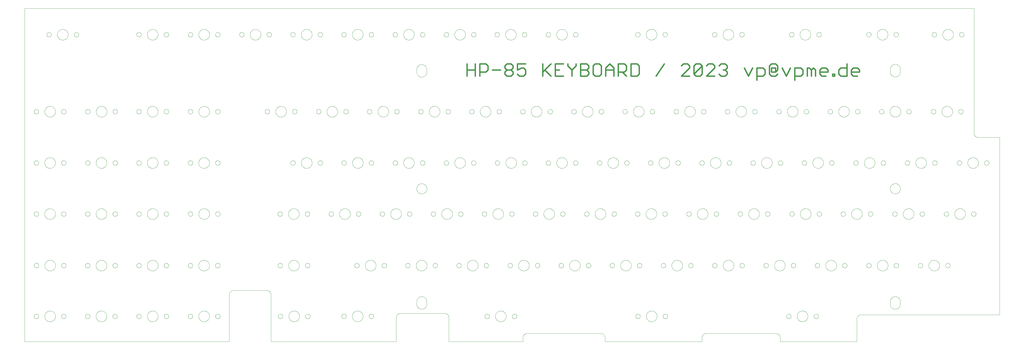
<source format=gto>
G75*
%MOIN*%
%OFA0B0*%
%FSLAX25Y25*%
%IPPOS*%
%LPD*%
%AMOC8*
5,1,8,0,0,1.08239X$1,22.5*
%
%ADD10C,0.00394*%
%ADD11C,0.02000*%
%ADD12C,0.00000*%
D10*
X0003000Y0003833D02*
X0302213Y0003833D01*
X0302213Y0072731D01*
X0302212Y0072731D02*
X0302214Y0072883D01*
X0302220Y0073035D01*
X0302230Y0073187D01*
X0302243Y0073338D01*
X0302261Y0073489D01*
X0302282Y0073640D01*
X0302308Y0073790D01*
X0302337Y0073939D01*
X0302370Y0074088D01*
X0302407Y0074235D01*
X0302447Y0074382D01*
X0302492Y0074527D01*
X0302540Y0074671D01*
X0302592Y0074814D01*
X0302647Y0074956D01*
X0302706Y0075096D01*
X0302769Y0075235D01*
X0302835Y0075372D01*
X0302905Y0075507D01*
X0302978Y0075640D01*
X0303055Y0075771D01*
X0303135Y0075901D01*
X0303218Y0076028D01*
X0303304Y0076153D01*
X0303394Y0076276D01*
X0303487Y0076396D01*
X0303583Y0076514D01*
X0303682Y0076630D01*
X0303784Y0076743D01*
X0303888Y0076853D01*
X0303996Y0076961D01*
X0304106Y0077065D01*
X0304219Y0077167D01*
X0304335Y0077266D01*
X0304453Y0077362D01*
X0304573Y0077455D01*
X0304696Y0077545D01*
X0304821Y0077631D01*
X0304948Y0077714D01*
X0305078Y0077794D01*
X0305209Y0077871D01*
X0305342Y0077944D01*
X0305477Y0078014D01*
X0305614Y0078080D01*
X0305753Y0078143D01*
X0305893Y0078202D01*
X0306035Y0078257D01*
X0306178Y0078309D01*
X0306322Y0078357D01*
X0306467Y0078402D01*
X0306614Y0078442D01*
X0306761Y0078479D01*
X0306910Y0078512D01*
X0307059Y0078541D01*
X0307209Y0078567D01*
X0307360Y0078588D01*
X0307511Y0078606D01*
X0307662Y0078619D01*
X0307814Y0078629D01*
X0307966Y0078635D01*
X0308118Y0078637D01*
X0308118Y0078636D02*
X0357331Y0078636D01*
X0357331Y0078637D02*
X0357483Y0078635D01*
X0357635Y0078629D01*
X0357787Y0078619D01*
X0357938Y0078606D01*
X0358089Y0078588D01*
X0358240Y0078567D01*
X0358390Y0078541D01*
X0358539Y0078512D01*
X0358688Y0078479D01*
X0358835Y0078442D01*
X0358982Y0078402D01*
X0359127Y0078357D01*
X0359271Y0078309D01*
X0359414Y0078257D01*
X0359556Y0078202D01*
X0359696Y0078143D01*
X0359835Y0078080D01*
X0359972Y0078014D01*
X0360107Y0077944D01*
X0360240Y0077871D01*
X0360371Y0077794D01*
X0360501Y0077714D01*
X0360628Y0077631D01*
X0360753Y0077545D01*
X0360876Y0077455D01*
X0360996Y0077362D01*
X0361114Y0077266D01*
X0361230Y0077167D01*
X0361343Y0077065D01*
X0361453Y0076961D01*
X0361561Y0076853D01*
X0361665Y0076743D01*
X0361767Y0076630D01*
X0361866Y0076514D01*
X0361962Y0076396D01*
X0362055Y0076276D01*
X0362145Y0076153D01*
X0362231Y0076028D01*
X0362314Y0075901D01*
X0362394Y0075771D01*
X0362471Y0075640D01*
X0362544Y0075507D01*
X0362614Y0075372D01*
X0362680Y0075235D01*
X0362743Y0075096D01*
X0362802Y0074956D01*
X0362857Y0074814D01*
X0362909Y0074671D01*
X0362957Y0074527D01*
X0363002Y0074382D01*
X0363042Y0074235D01*
X0363079Y0074088D01*
X0363112Y0073939D01*
X0363141Y0073790D01*
X0363167Y0073640D01*
X0363188Y0073489D01*
X0363206Y0073338D01*
X0363219Y0073187D01*
X0363229Y0073035D01*
X0363235Y0072883D01*
X0363237Y0072731D01*
X0363236Y0072731D02*
X0363236Y0003833D01*
X0546307Y0003833D01*
X0546307Y0039266D01*
X0546309Y0039418D01*
X0546315Y0039570D01*
X0546325Y0039722D01*
X0546338Y0039873D01*
X0546356Y0040024D01*
X0546377Y0040175D01*
X0546403Y0040325D01*
X0546432Y0040474D01*
X0546465Y0040623D01*
X0546502Y0040770D01*
X0546542Y0040917D01*
X0546587Y0041062D01*
X0546635Y0041206D01*
X0546687Y0041349D01*
X0546742Y0041491D01*
X0546801Y0041631D01*
X0546864Y0041770D01*
X0546930Y0041907D01*
X0547000Y0042042D01*
X0547073Y0042175D01*
X0547150Y0042306D01*
X0547230Y0042436D01*
X0547313Y0042563D01*
X0547399Y0042688D01*
X0547489Y0042811D01*
X0547582Y0042931D01*
X0547678Y0043049D01*
X0547777Y0043165D01*
X0547879Y0043278D01*
X0547983Y0043388D01*
X0548091Y0043496D01*
X0548201Y0043600D01*
X0548314Y0043702D01*
X0548430Y0043801D01*
X0548548Y0043897D01*
X0548668Y0043990D01*
X0548791Y0044080D01*
X0548916Y0044166D01*
X0549043Y0044249D01*
X0549173Y0044329D01*
X0549304Y0044406D01*
X0549437Y0044479D01*
X0549572Y0044549D01*
X0549709Y0044615D01*
X0549848Y0044678D01*
X0549988Y0044737D01*
X0550130Y0044792D01*
X0550273Y0044844D01*
X0550417Y0044892D01*
X0550562Y0044937D01*
X0550709Y0044977D01*
X0550856Y0045014D01*
X0551005Y0045047D01*
X0551154Y0045076D01*
X0551304Y0045102D01*
X0551455Y0045123D01*
X0551606Y0045141D01*
X0551757Y0045154D01*
X0551909Y0045164D01*
X0552061Y0045170D01*
X0552213Y0045172D01*
X0617173Y0045172D01*
X0617325Y0045170D01*
X0617477Y0045164D01*
X0617629Y0045154D01*
X0617780Y0045141D01*
X0617931Y0045123D01*
X0618082Y0045102D01*
X0618232Y0045076D01*
X0618381Y0045047D01*
X0618530Y0045014D01*
X0618677Y0044977D01*
X0618824Y0044937D01*
X0618969Y0044892D01*
X0619113Y0044844D01*
X0619256Y0044792D01*
X0619398Y0044737D01*
X0619538Y0044678D01*
X0619677Y0044615D01*
X0619814Y0044549D01*
X0619949Y0044479D01*
X0620082Y0044406D01*
X0620213Y0044329D01*
X0620343Y0044249D01*
X0620470Y0044166D01*
X0620595Y0044080D01*
X0620718Y0043990D01*
X0620838Y0043897D01*
X0620956Y0043801D01*
X0621072Y0043702D01*
X0621185Y0043600D01*
X0621295Y0043496D01*
X0621403Y0043388D01*
X0621507Y0043278D01*
X0621609Y0043165D01*
X0621708Y0043049D01*
X0621804Y0042931D01*
X0621897Y0042811D01*
X0621987Y0042688D01*
X0622073Y0042563D01*
X0622156Y0042436D01*
X0622236Y0042306D01*
X0622313Y0042175D01*
X0622386Y0042042D01*
X0622456Y0041907D01*
X0622522Y0041770D01*
X0622585Y0041631D01*
X0622644Y0041491D01*
X0622699Y0041349D01*
X0622751Y0041206D01*
X0622799Y0041062D01*
X0622844Y0040917D01*
X0622884Y0040770D01*
X0622921Y0040623D01*
X0622954Y0040474D01*
X0622983Y0040325D01*
X0623009Y0040175D01*
X0623030Y0040024D01*
X0623048Y0039873D01*
X0623061Y0039722D01*
X0623071Y0039570D01*
X0623077Y0039418D01*
X0623079Y0039266D01*
X0623079Y0003833D01*
X0731346Y0003833D01*
X0731346Y0009739D01*
X0731348Y0009891D01*
X0731354Y0010043D01*
X0731364Y0010195D01*
X0731377Y0010346D01*
X0731395Y0010497D01*
X0731416Y0010648D01*
X0731442Y0010798D01*
X0731471Y0010947D01*
X0731504Y0011096D01*
X0731541Y0011243D01*
X0731581Y0011390D01*
X0731626Y0011535D01*
X0731674Y0011679D01*
X0731726Y0011822D01*
X0731781Y0011964D01*
X0731840Y0012104D01*
X0731903Y0012243D01*
X0731969Y0012380D01*
X0732039Y0012515D01*
X0732112Y0012648D01*
X0732189Y0012779D01*
X0732269Y0012909D01*
X0732352Y0013036D01*
X0732438Y0013161D01*
X0732528Y0013284D01*
X0732621Y0013404D01*
X0732717Y0013522D01*
X0732816Y0013638D01*
X0732918Y0013751D01*
X0733022Y0013861D01*
X0733130Y0013969D01*
X0733240Y0014073D01*
X0733353Y0014175D01*
X0733469Y0014274D01*
X0733587Y0014370D01*
X0733707Y0014463D01*
X0733830Y0014553D01*
X0733955Y0014639D01*
X0734082Y0014722D01*
X0734212Y0014802D01*
X0734343Y0014879D01*
X0734476Y0014952D01*
X0734611Y0015022D01*
X0734748Y0015088D01*
X0734887Y0015151D01*
X0735027Y0015210D01*
X0735169Y0015265D01*
X0735312Y0015317D01*
X0735456Y0015365D01*
X0735601Y0015410D01*
X0735748Y0015450D01*
X0735895Y0015487D01*
X0736044Y0015520D01*
X0736193Y0015549D01*
X0736343Y0015575D01*
X0736494Y0015596D01*
X0736645Y0015614D01*
X0736796Y0015627D01*
X0736948Y0015637D01*
X0737100Y0015643D01*
X0737252Y0015645D01*
X0737252Y0015644D02*
X0845520Y0015644D01*
X0845520Y0015645D02*
X0845672Y0015643D01*
X0845824Y0015637D01*
X0845976Y0015627D01*
X0846127Y0015614D01*
X0846278Y0015596D01*
X0846429Y0015575D01*
X0846579Y0015549D01*
X0846728Y0015520D01*
X0846877Y0015487D01*
X0847024Y0015450D01*
X0847171Y0015410D01*
X0847316Y0015365D01*
X0847460Y0015317D01*
X0847603Y0015265D01*
X0847745Y0015210D01*
X0847885Y0015151D01*
X0848024Y0015088D01*
X0848161Y0015022D01*
X0848296Y0014952D01*
X0848429Y0014879D01*
X0848560Y0014802D01*
X0848690Y0014722D01*
X0848817Y0014639D01*
X0848942Y0014553D01*
X0849065Y0014463D01*
X0849185Y0014370D01*
X0849303Y0014274D01*
X0849419Y0014175D01*
X0849532Y0014073D01*
X0849642Y0013969D01*
X0849750Y0013861D01*
X0849854Y0013751D01*
X0849956Y0013638D01*
X0850055Y0013522D01*
X0850151Y0013404D01*
X0850244Y0013284D01*
X0850334Y0013161D01*
X0850420Y0013036D01*
X0850503Y0012909D01*
X0850583Y0012779D01*
X0850660Y0012648D01*
X0850733Y0012515D01*
X0850803Y0012380D01*
X0850869Y0012243D01*
X0850932Y0012104D01*
X0850991Y0011964D01*
X0851046Y0011822D01*
X0851098Y0011679D01*
X0851146Y0011535D01*
X0851191Y0011390D01*
X0851231Y0011243D01*
X0851268Y0011096D01*
X0851301Y0010947D01*
X0851330Y0010798D01*
X0851356Y0010648D01*
X0851377Y0010497D01*
X0851395Y0010346D01*
X0851408Y0010195D01*
X0851418Y0010043D01*
X0851424Y0009891D01*
X0851426Y0009739D01*
X0851425Y0009739D02*
X0851425Y0003833D01*
X0993157Y0003833D01*
X0993157Y0009739D01*
X0993159Y0009891D01*
X0993165Y0010043D01*
X0993175Y0010195D01*
X0993188Y0010346D01*
X0993206Y0010497D01*
X0993227Y0010648D01*
X0993253Y0010798D01*
X0993282Y0010947D01*
X0993315Y0011096D01*
X0993352Y0011243D01*
X0993392Y0011390D01*
X0993437Y0011535D01*
X0993485Y0011679D01*
X0993537Y0011822D01*
X0993592Y0011964D01*
X0993651Y0012104D01*
X0993714Y0012243D01*
X0993780Y0012380D01*
X0993850Y0012515D01*
X0993923Y0012648D01*
X0994000Y0012779D01*
X0994080Y0012909D01*
X0994163Y0013036D01*
X0994249Y0013161D01*
X0994339Y0013284D01*
X0994432Y0013404D01*
X0994528Y0013522D01*
X0994627Y0013638D01*
X0994729Y0013751D01*
X0994833Y0013861D01*
X0994941Y0013969D01*
X0995051Y0014073D01*
X0995164Y0014175D01*
X0995280Y0014274D01*
X0995398Y0014370D01*
X0995518Y0014463D01*
X0995641Y0014553D01*
X0995766Y0014639D01*
X0995893Y0014722D01*
X0996023Y0014802D01*
X0996154Y0014879D01*
X0996287Y0014952D01*
X0996422Y0015022D01*
X0996559Y0015088D01*
X0996698Y0015151D01*
X0996838Y0015210D01*
X0996980Y0015265D01*
X0997123Y0015317D01*
X0997267Y0015365D01*
X0997412Y0015410D01*
X0997559Y0015450D01*
X0997706Y0015487D01*
X0997855Y0015520D01*
X0998004Y0015549D01*
X0998154Y0015575D01*
X0998305Y0015596D01*
X0998456Y0015614D01*
X0998607Y0015627D01*
X0998759Y0015637D01*
X0998911Y0015643D01*
X0999063Y0015645D01*
X0999063Y0015644D02*
X1101425Y0015644D01*
X1101425Y0015645D02*
X1101577Y0015643D01*
X1101729Y0015637D01*
X1101881Y0015627D01*
X1102032Y0015614D01*
X1102183Y0015596D01*
X1102334Y0015575D01*
X1102484Y0015549D01*
X1102633Y0015520D01*
X1102782Y0015487D01*
X1102929Y0015450D01*
X1103076Y0015410D01*
X1103221Y0015365D01*
X1103365Y0015317D01*
X1103508Y0015265D01*
X1103650Y0015210D01*
X1103790Y0015151D01*
X1103929Y0015088D01*
X1104066Y0015022D01*
X1104201Y0014952D01*
X1104334Y0014879D01*
X1104465Y0014802D01*
X1104595Y0014722D01*
X1104722Y0014639D01*
X1104847Y0014553D01*
X1104970Y0014463D01*
X1105090Y0014370D01*
X1105208Y0014274D01*
X1105324Y0014175D01*
X1105437Y0014073D01*
X1105547Y0013969D01*
X1105655Y0013861D01*
X1105759Y0013751D01*
X1105861Y0013638D01*
X1105960Y0013522D01*
X1106056Y0013404D01*
X1106149Y0013284D01*
X1106239Y0013161D01*
X1106325Y0013036D01*
X1106408Y0012909D01*
X1106488Y0012779D01*
X1106565Y0012648D01*
X1106638Y0012515D01*
X1106708Y0012380D01*
X1106774Y0012243D01*
X1106837Y0012104D01*
X1106896Y0011964D01*
X1106951Y0011822D01*
X1107003Y0011679D01*
X1107051Y0011535D01*
X1107096Y0011390D01*
X1107136Y0011243D01*
X1107173Y0011096D01*
X1107206Y0010947D01*
X1107235Y0010798D01*
X1107261Y0010648D01*
X1107282Y0010497D01*
X1107300Y0010346D01*
X1107313Y0010195D01*
X1107323Y0010043D01*
X1107329Y0009891D01*
X1107331Y0009739D01*
X1107331Y0003833D01*
X1219535Y0003833D01*
X1219535Y0037298D01*
X1219537Y0037450D01*
X1219543Y0037602D01*
X1219553Y0037754D01*
X1219566Y0037905D01*
X1219584Y0038056D01*
X1219605Y0038207D01*
X1219631Y0038357D01*
X1219660Y0038506D01*
X1219693Y0038655D01*
X1219730Y0038802D01*
X1219770Y0038949D01*
X1219815Y0039094D01*
X1219863Y0039238D01*
X1219915Y0039381D01*
X1219970Y0039523D01*
X1220029Y0039663D01*
X1220092Y0039802D01*
X1220158Y0039939D01*
X1220228Y0040074D01*
X1220301Y0040207D01*
X1220378Y0040338D01*
X1220458Y0040468D01*
X1220541Y0040595D01*
X1220627Y0040720D01*
X1220717Y0040843D01*
X1220810Y0040963D01*
X1220906Y0041081D01*
X1221005Y0041197D01*
X1221107Y0041310D01*
X1221211Y0041420D01*
X1221319Y0041528D01*
X1221429Y0041632D01*
X1221542Y0041734D01*
X1221658Y0041833D01*
X1221776Y0041929D01*
X1221896Y0042022D01*
X1222019Y0042112D01*
X1222144Y0042198D01*
X1222271Y0042281D01*
X1222401Y0042361D01*
X1222532Y0042438D01*
X1222665Y0042511D01*
X1222800Y0042581D01*
X1222937Y0042647D01*
X1223076Y0042710D01*
X1223216Y0042769D01*
X1223358Y0042824D01*
X1223501Y0042876D01*
X1223645Y0042924D01*
X1223790Y0042969D01*
X1223937Y0043009D01*
X1224084Y0043046D01*
X1224233Y0043079D01*
X1224382Y0043108D01*
X1224532Y0043134D01*
X1224683Y0043155D01*
X1224834Y0043173D01*
X1224985Y0043186D01*
X1225137Y0043196D01*
X1225289Y0043202D01*
X1225441Y0043204D01*
X1225441Y0043203D02*
X1428197Y0043203D01*
X1428197Y0303046D01*
X1396701Y0303046D01*
X1396701Y0303045D02*
X1396549Y0303047D01*
X1396397Y0303053D01*
X1396245Y0303063D01*
X1396094Y0303076D01*
X1395943Y0303094D01*
X1395792Y0303115D01*
X1395642Y0303141D01*
X1395493Y0303170D01*
X1395344Y0303203D01*
X1395197Y0303240D01*
X1395050Y0303280D01*
X1394905Y0303325D01*
X1394761Y0303373D01*
X1394618Y0303425D01*
X1394476Y0303480D01*
X1394336Y0303539D01*
X1394197Y0303602D01*
X1394060Y0303668D01*
X1393925Y0303738D01*
X1393792Y0303811D01*
X1393661Y0303888D01*
X1393531Y0303968D01*
X1393404Y0304051D01*
X1393279Y0304137D01*
X1393156Y0304227D01*
X1393036Y0304320D01*
X1392918Y0304416D01*
X1392802Y0304515D01*
X1392689Y0304617D01*
X1392579Y0304721D01*
X1392471Y0304829D01*
X1392367Y0304939D01*
X1392265Y0305052D01*
X1392166Y0305168D01*
X1392070Y0305286D01*
X1391977Y0305406D01*
X1391887Y0305529D01*
X1391801Y0305654D01*
X1391718Y0305781D01*
X1391638Y0305911D01*
X1391561Y0306042D01*
X1391488Y0306175D01*
X1391418Y0306310D01*
X1391352Y0306447D01*
X1391289Y0306586D01*
X1391230Y0306726D01*
X1391175Y0306868D01*
X1391123Y0307011D01*
X1391075Y0307155D01*
X1391030Y0307300D01*
X1390990Y0307447D01*
X1390953Y0307594D01*
X1390920Y0307743D01*
X1390891Y0307892D01*
X1390865Y0308042D01*
X1390844Y0308193D01*
X1390826Y0308344D01*
X1390813Y0308495D01*
X1390803Y0308647D01*
X1390797Y0308799D01*
X1390795Y0308951D01*
X1390795Y0492022D01*
X0003000Y0492022D01*
X0003000Y0003833D01*
X0576228Y0058557D02*
X0576228Y0062494D01*
X0576229Y0062494D02*
X0576231Y0062671D01*
X0576238Y0062849D01*
X0576248Y0063026D01*
X0576264Y0063202D01*
X0576283Y0063379D01*
X0576307Y0063554D01*
X0576335Y0063730D01*
X0576367Y0063904D01*
X0576403Y0064078D01*
X0576444Y0064250D01*
X0576489Y0064422D01*
X0576538Y0064592D01*
X0576591Y0064761D01*
X0576648Y0064929D01*
X0576710Y0065096D01*
X0576775Y0065261D01*
X0576844Y0065424D01*
X0576918Y0065585D01*
X0576995Y0065745D01*
X0577076Y0065903D01*
X0577161Y0066058D01*
X0577250Y0066212D01*
X0577342Y0066363D01*
X0577438Y0066513D01*
X0577538Y0066659D01*
X0577641Y0066803D01*
X0577748Y0066945D01*
X0577858Y0067084D01*
X0577971Y0067221D01*
X0578088Y0067354D01*
X0578208Y0067485D01*
X0578331Y0067612D01*
X0578457Y0067737D01*
X0578586Y0067859D01*
X0578718Y0067977D01*
X0578853Y0068092D01*
X0578991Y0068204D01*
X0579131Y0068312D01*
X0579274Y0068417D01*
X0579420Y0068519D01*
X0579568Y0068616D01*
X0579718Y0068711D01*
X0579871Y0068801D01*
X0580025Y0068888D01*
X0580182Y0068971D01*
X0580341Y0069050D01*
X0580501Y0069126D01*
X0580664Y0069197D01*
X0580828Y0069264D01*
X0580993Y0069328D01*
X0581160Y0069387D01*
X0581329Y0069442D01*
X0581499Y0069493D01*
X0581670Y0069540D01*
X0581842Y0069583D01*
X0582015Y0069622D01*
X0582189Y0069656D01*
X0582364Y0069686D01*
X0582539Y0069712D01*
X0582715Y0069733D01*
X0582892Y0069751D01*
X0583069Y0069764D01*
X0583246Y0069772D01*
X0583423Y0069776D01*
X0583601Y0069776D01*
X0583778Y0069772D01*
X0583955Y0069764D01*
X0584132Y0069751D01*
X0584309Y0069733D01*
X0584485Y0069712D01*
X0584660Y0069686D01*
X0584835Y0069656D01*
X0585009Y0069622D01*
X0585182Y0069583D01*
X0585354Y0069540D01*
X0585525Y0069493D01*
X0585695Y0069442D01*
X0585864Y0069387D01*
X0586031Y0069328D01*
X0586196Y0069264D01*
X0586360Y0069197D01*
X0586523Y0069126D01*
X0586683Y0069050D01*
X0586842Y0068971D01*
X0586999Y0068888D01*
X0587154Y0068801D01*
X0587306Y0068711D01*
X0587456Y0068616D01*
X0587604Y0068519D01*
X0587750Y0068417D01*
X0587893Y0068312D01*
X0588033Y0068204D01*
X0588171Y0068092D01*
X0588306Y0067977D01*
X0588438Y0067859D01*
X0588567Y0067737D01*
X0588693Y0067612D01*
X0588816Y0067485D01*
X0588936Y0067354D01*
X0589053Y0067221D01*
X0589166Y0067084D01*
X0589276Y0066945D01*
X0589383Y0066803D01*
X0589486Y0066659D01*
X0589586Y0066513D01*
X0589682Y0066363D01*
X0589774Y0066212D01*
X0589863Y0066058D01*
X0589948Y0065903D01*
X0590029Y0065745D01*
X0590106Y0065585D01*
X0590180Y0065424D01*
X0590249Y0065261D01*
X0590314Y0065096D01*
X0590376Y0064929D01*
X0590433Y0064761D01*
X0590486Y0064592D01*
X0590535Y0064422D01*
X0590580Y0064250D01*
X0590621Y0064078D01*
X0590657Y0063904D01*
X0590689Y0063730D01*
X0590717Y0063554D01*
X0590741Y0063379D01*
X0590760Y0063202D01*
X0590776Y0063026D01*
X0590786Y0062849D01*
X0590793Y0062671D01*
X0590795Y0062494D01*
X0590795Y0058557D01*
X0590793Y0058380D01*
X0590786Y0058202D01*
X0590776Y0058025D01*
X0590760Y0057849D01*
X0590741Y0057672D01*
X0590717Y0057497D01*
X0590689Y0057321D01*
X0590657Y0057147D01*
X0590621Y0056973D01*
X0590580Y0056801D01*
X0590535Y0056629D01*
X0590486Y0056459D01*
X0590433Y0056290D01*
X0590376Y0056122D01*
X0590314Y0055955D01*
X0590249Y0055790D01*
X0590180Y0055627D01*
X0590106Y0055466D01*
X0590029Y0055306D01*
X0589948Y0055148D01*
X0589863Y0054993D01*
X0589774Y0054839D01*
X0589682Y0054688D01*
X0589586Y0054538D01*
X0589486Y0054392D01*
X0589383Y0054248D01*
X0589276Y0054106D01*
X0589166Y0053967D01*
X0589053Y0053830D01*
X0588936Y0053697D01*
X0588816Y0053566D01*
X0588693Y0053439D01*
X0588567Y0053314D01*
X0588438Y0053192D01*
X0588306Y0053074D01*
X0588171Y0052959D01*
X0588033Y0052847D01*
X0587893Y0052739D01*
X0587750Y0052634D01*
X0587604Y0052532D01*
X0587456Y0052435D01*
X0587306Y0052340D01*
X0587154Y0052250D01*
X0586999Y0052163D01*
X0586842Y0052080D01*
X0586683Y0052001D01*
X0586523Y0051925D01*
X0586360Y0051854D01*
X0586196Y0051787D01*
X0586031Y0051723D01*
X0585864Y0051664D01*
X0585695Y0051609D01*
X0585525Y0051558D01*
X0585354Y0051511D01*
X0585182Y0051468D01*
X0585009Y0051429D01*
X0584835Y0051395D01*
X0584660Y0051365D01*
X0584485Y0051339D01*
X0584309Y0051318D01*
X0584132Y0051300D01*
X0583955Y0051287D01*
X0583778Y0051279D01*
X0583601Y0051275D01*
X0583423Y0051275D01*
X0583246Y0051279D01*
X0583069Y0051287D01*
X0582892Y0051300D01*
X0582715Y0051318D01*
X0582539Y0051339D01*
X0582364Y0051365D01*
X0582189Y0051395D01*
X0582015Y0051429D01*
X0581842Y0051468D01*
X0581670Y0051511D01*
X0581499Y0051558D01*
X0581329Y0051609D01*
X0581160Y0051664D01*
X0580993Y0051723D01*
X0580828Y0051787D01*
X0580664Y0051854D01*
X0580501Y0051925D01*
X0580341Y0052001D01*
X0580182Y0052080D01*
X0580025Y0052163D01*
X0579871Y0052250D01*
X0579718Y0052340D01*
X0579568Y0052435D01*
X0579420Y0052532D01*
X0579274Y0052634D01*
X0579131Y0052739D01*
X0578991Y0052847D01*
X0578853Y0052959D01*
X0578718Y0053074D01*
X0578586Y0053192D01*
X0578457Y0053314D01*
X0578331Y0053439D01*
X0578208Y0053566D01*
X0578088Y0053697D01*
X0577971Y0053830D01*
X0577858Y0053967D01*
X0577748Y0054106D01*
X0577641Y0054248D01*
X0577538Y0054392D01*
X0577438Y0054538D01*
X0577342Y0054688D01*
X0577250Y0054839D01*
X0577161Y0054993D01*
X0577076Y0055148D01*
X0576995Y0055306D01*
X0576918Y0055466D01*
X0576844Y0055627D01*
X0576775Y0055790D01*
X0576710Y0055955D01*
X0576648Y0056122D01*
X0576591Y0056290D01*
X0576538Y0056459D01*
X0576489Y0056629D01*
X0576444Y0056801D01*
X0576403Y0056973D01*
X0576367Y0057147D01*
X0576335Y0057321D01*
X0576307Y0057497D01*
X0576283Y0057672D01*
X0576264Y0057849D01*
X0576248Y0058025D01*
X0576238Y0058202D01*
X0576231Y0058380D01*
X0576229Y0058557D01*
X0576130Y0227849D02*
X0576132Y0228033D01*
X0576139Y0228216D01*
X0576150Y0228399D01*
X0576166Y0228582D01*
X0576186Y0228765D01*
X0576211Y0228947D01*
X0576240Y0229128D01*
X0576274Y0229308D01*
X0576312Y0229488D01*
X0576354Y0229666D01*
X0576401Y0229844D01*
X0576452Y0230020D01*
X0576508Y0230195D01*
X0576567Y0230369D01*
X0576631Y0230541D01*
X0576699Y0230711D01*
X0576772Y0230880D01*
X0576848Y0231047D01*
X0576929Y0231212D01*
X0577013Y0231375D01*
X0577102Y0231536D01*
X0577194Y0231694D01*
X0577290Y0231851D01*
X0577391Y0232005D01*
X0577494Y0232156D01*
X0577602Y0232305D01*
X0577713Y0232451D01*
X0577828Y0232594D01*
X0577946Y0232735D01*
X0578068Y0232872D01*
X0578193Y0233007D01*
X0578321Y0233138D01*
X0578452Y0233266D01*
X0578587Y0233391D01*
X0578724Y0233513D01*
X0578865Y0233631D01*
X0579008Y0233746D01*
X0579154Y0233857D01*
X0579303Y0233965D01*
X0579454Y0234068D01*
X0579608Y0234169D01*
X0579765Y0234265D01*
X0579923Y0234357D01*
X0580084Y0234446D01*
X0580247Y0234530D01*
X0580412Y0234611D01*
X0580579Y0234687D01*
X0580748Y0234760D01*
X0580918Y0234828D01*
X0581090Y0234892D01*
X0581264Y0234951D01*
X0581439Y0235007D01*
X0581615Y0235058D01*
X0581793Y0235105D01*
X0581971Y0235147D01*
X0582151Y0235185D01*
X0582331Y0235219D01*
X0582512Y0235248D01*
X0582694Y0235273D01*
X0582877Y0235293D01*
X0583060Y0235309D01*
X0583243Y0235320D01*
X0583426Y0235327D01*
X0583610Y0235329D01*
X0583794Y0235327D01*
X0583977Y0235320D01*
X0584160Y0235309D01*
X0584343Y0235293D01*
X0584526Y0235273D01*
X0584708Y0235248D01*
X0584889Y0235219D01*
X0585069Y0235185D01*
X0585249Y0235147D01*
X0585427Y0235105D01*
X0585605Y0235058D01*
X0585781Y0235007D01*
X0585956Y0234951D01*
X0586130Y0234892D01*
X0586302Y0234828D01*
X0586472Y0234760D01*
X0586641Y0234687D01*
X0586808Y0234611D01*
X0586973Y0234530D01*
X0587136Y0234446D01*
X0587297Y0234357D01*
X0587455Y0234265D01*
X0587612Y0234169D01*
X0587766Y0234068D01*
X0587917Y0233965D01*
X0588066Y0233857D01*
X0588212Y0233746D01*
X0588355Y0233631D01*
X0588496Y0233513D01*
X0588633Y0233391D01*
X0588768Y0233266D01*
X0588899Y0233138D01*
X0589027Y0233007D01*
X0589152Y0232872D01*
X0589274Y0232735D01*
X0589392Y0232594D01*
X0589507Y0232451D01*
X0589618Y0232305D01*
X0589726Y0232156D01*
X0589829Y0232005D01*
X0589930Y0231851D01*
X0590026Y0231694D01*
X0590118Y0231536D01*
X0590207Y0231375D01*
X0590291Y0231212D01*
X0590372Y0231047D01*
X0590448Y0230880D01*
X0590521Y0230711D01*
X0590589Y0230541D01*
X0590653Y0230369D01*
X0590712Y0230195D01*
X0590768Y0230020D01*
X0590819Y0229844D01*
X0590866Y0229666D01*
X0590908Y0229488D01*
X0590946Y0229308D01*
X0590980Y0229128D01*
X0591009Y0228947D01*
X0591034Y0228765D01*
X0591054Y0228582D01*
X0591070Y0228399D01*
X0591081Y0228216D01*
X0591088Y0228033D01*
X0591090Y0227849D01*
X0591088Y0227665D01*
X0591081Y0227482D01*
X0591070Y0227299D01*
X0591054Y0227116D01*
X0591034Y0226933D01*
X0591009Y0226751D01*
X0590980Y0226570D01*
X0590946Y0226390D01*
X0590908Y0226210D01*
X0590866Y0226032D01*
X0590819Y0225854D01*
X0590768Y0225678D01*
X0590712Y0225503D01*
X0590653Y0225329D01*
X0590589Y0225157D01*
X0590521Y0224987D01*
X0590448Y0224818D01*
X0590372Y0224651D01*
X0590291Y0224486D01*
X0590207Y0224323D01*
X0590118Y0224162D01*
X0590026Y0224004D01*
X0589930Y0223847D01*
X0589829Y0223693D01*
X0589726Y0223542D01*
X0589618Y0223393D01*
X0589507Y0223247D01*
X0589392Y0223104D01*
X0589274Y0222963D01*
X0589152Y0222826D01*
X0589027Y0222691D01*
X0588899Y0222560D01*
X0588768Y0222432D01*
X0588633Y0222307D01*
X0588496Y0222185D01*
X0588355Y0222067D01*
X0588212Y0221952D01*
X0588066Y0221841D01*
X0587917Y0221733D01*
X0587766Y0221630D01*
X0587612Y0221529D01*
X0587455Y0221433D01*
X0587297Y0221341D01*
X0587136Y0221252D01*
X0586973Y0221168D01*
X0586808Y0221087D01*
X0586641Y0221011D01*
X0586472Y0220938D01*
X0586302Y0220870D01*
X0586130Y0220806D01*
X0585956Y0220747D01*
X0585781Y0220691D01*
X0585605Y0220640D01*
X0585427Y0220593D01*
X0585249Y0220551D01*
X0585069Y0220513D01*
X0584889Y0220479D01*
X0584708Y0220450D01*
X0584526Y0220425D01*
X0584343Y0220405D01*
X0584160Y0220389D01*
X0583977Y0220378D01*
X0583794Y0220371D01*
X0583610Y0220369D01*
X0583426Y0220371D01*
X0583243Y0220378D01*
X0583060Y0220389D01*
X0582877Y0220405D01*
X0582694Y0220425D01*
X0582512Y0220450D01*
X0582331Y0220479D01*
X0582151Y0220513D01*
X0581971Y0220551D01*
X0581793Y0220593D01*
X0581615Y0220640D01*
X0581439Y0220691D01*
X0581264Y0220747D01*
X0581090Y0220806D01*
X0580918Y0220870D01*
X0580748Y0220938D01*
X0580579Y0221011D01*
X0580412Y0221087D01*
X0580247Y0221168D01*
X0580084Y0221252D01*
X0579923Y0221341D01*
X0579765Y0221433D01*
X0579608Y0221529D01*
X0579454Y0221630D01*
X0579303Y0221733D01*
X0579154Y0221841D01*
X0579008Y0221952D01*
X0578865Y0222067D01*
X0578724Y0222185D01*
X0578587Y0222307D01*
X0578452Y0222432D01*
X0578321Y0222560D01*
X0578193Y0222691D01*
X0578068Y0222826D01*
X0577946Y0222963D01*
X0577828Y0223104D01*
X0577713Y0223247D01*
X0577602Y0223393D01*
X0577494Y0223542D01*
X0577391Y0223693D01*
X0577290Y0223847D01*
X0577194Y0224004D01*
X0577102Y0224162D01*
X0577013Y0224323D01*
X0576929Y0224486D01*
X0576848Y0224651D01*
X0576772Y0224818D01*
X0576699Y0224987D01*
X0576631Y0225157D01*
X0576567Y0225329D01*
X0576508Y0225503D01*
X0576452Y0225678D01*
X0576401Y0225854D01*
X0576354Y0226032D01*
X0576312Y0226210D01*
X0576274Y0226390D01*
X0576240Y0226570D01*
X0576211Y0226751D01*
X0576186Y0226933D01*
X0576166Y0227116D01*
X0576150Y0227299D01*
X0576139Y0227482D01*
X0576132Y0227665D01*
X0576130Y0227849D01*
X0576228Y0398715D02*
X0576228Y0402652D01*
X0576229Y0402652D02*
X0576231Y0402829D01*
X0576238Y0403007D01*
X0576248Y0403184D01*
X0576264Y0403360D01*
X0576283Y0403537D01*
X0576307Y0403712D01*
X0576335Y0403888D01*
X0576367Y0404062D01*
X0576403Y0404236D01*
X0576444Y0404408D01*
X0576489Y0404580D01*
X0576538Y0404750D01*
X0576591Y0404919D01*
X0576648Y0405087D01*
X0576710Y0405254D01*
X0576775Y0405419D01*
X0576844Y0405582D01*
X0576918Y0405743D01*
X0576995Y0405903D01*
X0577076Y0406061D01*
X0577161Y0406216D01*
X0577250Y0406370D01*
X0577342Y0406521D01*
X0577438Y0406671D01*
X0577538Y0406817D01*
X0577641Y0406961D01*
X0577748Y0407103D01*
X0577858Y0407242D01*
X0577971Y0407379D01*
X0578088Y0407512D01*
X0578208Y0407643D01*
X0578331Y0407770D01*
X0578457Y0407895D01*
X0578586Y0408017D01*
X0578718Y0408135D01*
X0578853Y0408250D01*
X0578991Y0408362D01*
X0579131Y0408470D01*
X0579274Y0408575D01*
X0579420Y0408677D01*
X0579568Y0408774D01*
X0579718Y0408869D01*
X0579871Y0408959D01*
X0580025Y0409046D01*
X0580182Y0409129D01*
X0580341Y0409208D01*
X0580501Y0409284D01*
X0580664Y0409355D01*
X0580828Y0409422D01*
X0580993Y0409486D01*
X0581160Y0409545D01*
X0581329Y0409600D01*
X0581499Y0409651D01*
X0581670Y0409698D01*
X0581842Y0409741D01*
X0582015Y0409780D01*
X0582189Y0409814D01*
X0582364Y0409844D01*
X0582539Y0409870D01*
X0582715Y0409891D01*
X0582892Y0409909D01*
X0583069Y0409922D01*
X0583246Y0409930D01*
X0583423Y0409934D01*
X0583601Y0409934D01*
X0583778Y0409930D01*
X0583955Y0409922D01*
X0584132Y0409909D01*
X0584309Y0409891D01*
X0584485Y0409870D01*
X0584660Y0409844D01*
X0584835Y0409814D01*
X0585009Y0409780D01*
X0585182Y0409741D01*
X0585354Y0409698D01*
X0585525Y0409651D01*
X0585695Y0409600D01*
X0585864Y0409545D01*
X0586031Y0409486D01*
X0586196Y0409422D01*
X0586360Y0409355D01*
X0586523Y0409284D01*
X0586683Y0409208D01*
X0586842Y0409129D01*
X0586999Y0409046D01*
X0587154Y0408959D01*
X0587306Y0408869D01*
X0587456Y0408774D01*
X0587604Y0408677D01*
X0587750Y0408575D01*
X0587893Y0408470D01*
X0588033Y0408362D01*
X0588171Y0408250D01*
X0588306Y0408135D01*
X0588438Y0408017D01*
X0588567Y0407895D01*
X0588693Y0407770D01*
X0588816Y0407643D01*
X0588936Y0407512D01*
X0589053Y0407379D01*
X0589166Y0407242D01*
X0589276Y0407103D01*
X0589383Y0406961D01*
X0589486Y0406817D01*
X0589586Y0406671D01*
X0589682Y0406521D01*
X0589774Y0406370D01*
X0589863Y0406216D01*
X0589948Y0406061D01*
X0590029Y0405903D01*
X0590106Y0405743D01*
X0590180Y0405582D01*
X0590249Y0405419D01*
X0590314Y0405254D01*
X0590376Y0405087D01*
X0590433Y0404919D01*
X0590486Y0404750D01*
X0590535Y0404580D01*
X0590580Y0404408D01*
X0590621Y0404236D01*
X0590657Y0404062D01*
X0590689Y0403888D01*
X0590717Y0403712D01*
X0590741Y0403537D01*
X0590760Y0403360D01*
X0590776Y0403184D01*
X0590786Y0403007D01*
X0590793Y0402829D01*
X0590795Y0402652D01*
X0590795Y0398715D01*
X0590793Y0398538D01*
X0590786Y0398360D01*
X0590776Y0398183D01*
X0590760Y0398007D01*
X0590741Y0397830D01*
X0590717Y0397655D01*
X0590689Y0397479D01*
X0590657Y0397305D01*
X0590621Y0397131D01*
X0590580Y0396959D01*
X0590535Y0396787D01*
X0590486Y0396617D01*
X0590433Y0396448D01*
X0590376Y0396280D01*
X0590314Y0396113D01*
X0590249Y0395948D01*
X0590180Y0395785D01*
X0590106Y0395624D01*
X0590029Y0395464D01*
X0589948Y0395306D01*
X0589863Y0395151D01*
X0589774Y0394997D01*
X0589682Y0394846D01*
X0589586Y0394696D01*
X0589486Y0394550D01*
X0589383Y0394406D01*
X0589276Y0394264D01*
X0589166Y0394125D01*
X0589053Y0393988D01*
X0588936Y0393855D01*
X0588816Y0393724D01*
X0588693Y0393597D01*
X0588567Y0393472D01*
X0588438Y0393350D01*
X0588306Y0393232D01*
X0588171Y0393117D01*
X0588033Y0393005D01*
X0587893Y0392897D01*
X0587750Y0392792D01*
X0587604Y0392690D01*
X0587456Y0392593D01*
X0587306Y0392498D01*
X0587154Y0392408D01*
X0586999Y0392321D01*
X0586842Y0392238D01*
X0586683Y0392159D01*
X0586523Y0392083D01*
X0586360Y0392012D01*
X0586196Y0391945D01*
X0586031Y0391881D01*
X0585864Y0391822D01*
X0585695Y0391767D01*
X0585525Y0391716D01*
X0585354Y0391669D01*
X0585182Y0391626D01*
X0585009Y0391587D01*
X0584835Y0391553D01*
X0584660Y0391523D01*
X0584485Y0391497D01*
X0584309Y0391476D01*
X0584132Y0391458D01*
X0583955Y0391445D01*
X0583778Y0391437D01*
X0583601Y0391433D01*
X0583423Y0391433D01*
X0583246Y0391437D01*
X0583069Y0391445D01*
X0582892Y0391458D01*
X0582715Y0391476D01*
X0582539Y0391497D01*
X0582364Y0391523D01*
X0582189Y0391553D01*
X0582015Y0391587D01*
X0581842Y0391626D01*
X0581670Y0391669D01*
X0581499Y0391716D01*
X0581329Y0391767D01*
X0581160Y0391822D01*
X0580993Y0391881D01*
X0580828Y0391945D01*
X0580664Y0392012D01*
X0580501Y0392083D01*
X0580341Y0392159D01*
X0580182Y0392238D01*
X0580025Y0392321D01*
X0579871Y0392408D01*
X0579718Y0392498D01*
X0579568Y0392593D01*
X0579420Y0392690D01*
X0579274Y0392792D01*
X0579131Y0392897D01*
X0578991Y0393005D01*
X0578853Y0393117D01*
X0578718Y0393232D01*
X0578586Y0393350D01*
X0578457Y0393472D01*
X0578331Y0393597D01*
X0578208Y0393724D01*
X0578088Y0393855D01*
X0577971Y0393988D01*
X0577858Y0394125D01*
X0577748Y0394264D01*
X0577641Y0394406D01*
X0577538Y0394550D01*
X0577438Y0394696D01*
X0577342Y0394846D01*
X0577250Y0394997D01*
X0577161Y0395151D01*
X0577076Y0395306D01*
X0576995Y0395464D01*
X0576918Y0395624D01*
X0576844Y0395785D01*
X0576775Y0395948D01*
X0576710Y0396113D01*
X0576648Y0396280D01*
X0576591Y0396448D01*
X0576538Y0396617D01*
X0576489Y0396787D01*
X0576444Y0396959D01*
X0576403Y0397131D01*
X0576367Y0397305D01*
X0576335Y0397479D01*
X0576307Y0397655D01*
X0576283Y0397830D01*
X0576264Y0398007D01*
X0576248Y0398183D01*
X0576238Y0398360D01*
X0576231Y0398538D01*
X0576229Y0398715D01*
X1268354Y0399109D02*
X1268354Y0403046D01*
X1268355Y0403046D02*
X1268357Y0403223D01*
X1268364Y0403401D01*
X1268374Y0403578D01*
X1268390Y0403754D01*
X1268409Y0403931D01*
X1268433Y0404106D01*
X1268461Y0404282D01*
X1268493Y0404456D01*
X1268529Y0404630D01*
X1268570Y0404802D01*
X1268615Y0404974D01*
X1268664Y0405144D01*
X1268717Y0405313D01*
X1268774Y0405481D01*
X1268836Y0405648D01*
X1268901Y0405813D01*
X1268970Y0405976D01*
X1269044Y0406137D01*
X1269121Y0406297D01*
X1269202Y0406455D01*
X1269287Y0406610D01*
X1269376Y0406764D01*
X1269468Y0406915D01*
X1269564Y0407065D01*
X1269664Y0407211D01*
X1269767Y0407355D01*
X1269874Y0407497D01*
X1269984Y0407636D01*
X1270097Y0407773D01*
X1270214Y0407906D01*
X1270334Y0408037D01*
X1270457Y0408164D01*
X1270583Y0408289D01*
X1270712Y0408411D01*
X1270844Y0408529D01*
X1270979Y0408644D01*
X1271117Y0408756D01*
X1271257Y0408864D01*
X1271400Y0408969D01*
X1271546Y0409071D01*
X1271694Y0409168D01*
X1271844Y0409263D01*
X1271997Y0409353D01*
X1272151Y0409440D01*
X1272308Y0409523D01*
X1272467Y0409602D01*
X1272627Y0409678D01*
X1272790Y0409749D01*
X1272954Y0409816D01*
X1273119Y0409880D01*
X1273286Y0409939D01*
X1273455Y0409994D01*
X1273625Y0410045D01*
X1273796Y0410092D01*
X1273968Y0410135D01*
X1274141Y0410174D01*
X1274315Y0410208D01*
X1274490Y0410238D01*
X1274665Y0410264D01*
X1274841Y0410285D01*
X1275018Y0410303D01*
X1275195Y0410316D01*
X1275372Y0410324D01*
X1275549Y0410328D01*
X1275727Y0410328D01*
X1275904Y0410324D01*
X1276081Y0410316D01*
X1276258Y0410303D01*
X1276435Y0410285D01*
X1276611Y0410264D01*
X1276786Y0410238D01*
X1276961Y0410208D01*
X1277135Y0410174D01*
X1277308Y0410135D01*
X1277480Y0410092D01*
X1277651Y0410045D01*
X1277821Y0409994D01*
X1277990Y0409939D01*
X1278157Y0409880D01*
X1278322Y0409816D01*
X1278486Y0409749D01*
X1278649Y0409678D01*
X1278809Y0409602D01*
X1278968Y0409523D01*
X1279125Y0409440D01*
X1279280Y0409353D01*
X1279432Y0409263D01*
X1279582Y0409168D01*
X1279730Y0409071D01*
X1279876Y0408969D01*
X1280019Y0408864D01*
X1280159Y0408756D01*
X1280297Y0408644D01*
X1280432Y0408529D01*
X1280564Y0408411D01*
X1280693Y0408289D01*
X1280819Y0408164D01*
X1280942Y0408037D01*
X1281062Y0407906D01*
X1281179Y0407773D01*
X1281292Y0407636D01*
X1281402Y0407497D01*
X1281509Y0407355D01*
X1281612Y0407211D01*
X1281712Y0407065D01*
X1281808Y0406915D01*
X1281900Y0406764D01*
X1281989Y0406610D01*
X1282074Y0406455D01*
X1282155Y0406297D01*
X1282232Y0406137D01*
X1282306Y0405976D01*
X1282375Y0405813D01*
X1282440Y0405648D01*
X1282502Y0405481D01*
X1282559Y0405313D01*
X1282612Y0405144D01*
X1282661Y0404974D01*
X1282706Y0404802D01*
X1282747Y0404630D01*
X1282783Y0404456D01*
X1282815Y0404282D01*
X1282843Y0404106D01*
X1282867Y0403931D01*
X1282886Y0403754D01*
X1282902Y0403578D01*
X1282912Y0403401D01*
X1282919Y0403223D01*
X1282921Y0403046D01*
X1282921Y0399109D01*
X1282919Y0398932D01*
X1282912Y0398754D01*
X1282902Y0398577D01*
X1282886Y0398401D01*
X1282867Y0398224D01*
X1282843Y0398049D01*
X1282815Y0397873D01*
X1282783Y0397699D01*
X1282747Y0397525D01*
X1282706Y0397353D01*
X1282661Y0397181D01*
X1282612Y0397011D01*
X1282559Y0396842D01*
X1282502Y0396674D01*
X1282440Y0396507D01*
X1282375Y0396342D01*
X1282306Y0396179D01*
X1282232Y0396018D01*
X1282155Y0395858D01*
X1282074Y0395700D01*
X1281989Y0395545D01*
X1281900Y0395391D01*
X1281808Y0395240D01*
X1281712Y0395090D01*
X1281612Y0394944D01*
X1281509Y0394800D01*
X1281402Y0394658D01*
X1281292Y0394519D01*
X1281179Y0394382D01*
X1281062Y0394249D01*
X1280942Y0394118D01*
X1280819Y0393991D01*
X1280693Y0393866D01*
X1280564Y0393744D01*
X1280432Y0393626D01*
X1280297Y0393511D01*
X1280159Y0393399D01*
X1280019Y0393291D01*
X1279876Y0393186D01*
X1279730Y0393084D01*
X1279582Y0392987D01*
X1279432Y0392892D01*
X1279280Y0392802D01*
X1279125Y0392715D01*
X1278968Y0392632D01*
X1278809Y0392553D01*
X1278649Y0392477D01*
X1278486Y0392406D01*
X1278322Y0392339D01*
X1278157Y0392275D01*
X1277990Y0392216D01*
X1277821Y0392161D01*
X1277651Y0392110D01*
X1277480Y0392063D01*
X1277308Y0392020D01*
X1277135Y0391981D01*
X1276961Y0391947D01*
X1276786Y0391917D01*
X1276611Y0391891D01*
X1276435Y0391870D01*
X1276258Y0391852D01*
X1276081Y0391839D01*
X1275904Y0391831D01*
X1275727Y0391827D01*
X1275549Y0391827D01*
X1275372Y0391831D01*
X1275195Y0391839D01*
X1275018Y0391852D01*
X1274841Y0391870D01*
X1274665Y0391891D01*
X1274490Y0391917D01*
X1274315Y0391947D01*
X1274141Y0391981D01*
X1273968Y0392020D01*
X1273796Y0392063D01*
X1273625Y0392110D01*
X1273455Y0392161D01*
X1273286Y0392216D01*
X1273119Y0392275D01*
X1272954Y0392339D01*
X1272790Y0392406D01*
X1272627Y0392477D01*
X1272467Y0392553D01*
X1272308Y0392632D01*
X1272151Y0392715D01*
X1271997Y0392802D01*
X1271844Y0392892D01*
X1271694Y0392987D01*
X1271546Y0393084D01*
X1271400Y0393186D01*
X1271257Y0393291D01*
X1271117Y0393399D01*
X1270979Y0393511D01*
X1270844Y0393626D01*
X1270712Y0393744D01*
X1270583Y0393866D01*
X1270457Y0393991D01*
X1270334Y0394118D01*
X1270214Y0394249D01*
X1270097Y0394382D01*
X1269984Y0394519D01*
X1269874Y0394658D01*
X1269767Y0394800D01*
X1269664Y0394944D01*
X1269564Y0395090D01*
X1269468Y0395240D01*
X1269376Y0395391D01*
X1269287Y0395545D01*
X1269202Y0395700D01*
X1269121Y0395858D01*
X1269044Y0396018D01*
X1268970Y0396179D01*
X1268901Y0396342D01*
X1268836Y0396507D01*
X1268774Y0396674D01*
X1268717Y0396842D01*
X1268664Y0397011D01*
X1268615Y0397181D01*
X1268570Y0397353D01*
X1268529Y0397525D01*
X1268493Y0397699D01*
X1268461Y0397873D01*
X1268433Y0398049D01*
X1268409Y0398224D01*
X1268390Y0398401D01*
X1268374Y0398577D01*
X1268364Y0398754D01*
X1268357Y0398932D01*
X1268355Y0399109D01*
X1268158Y0227947D02*
X1268160Y0228131D01*
X1268167Y0228314D01*
X1268178Y0228497D01*
X1268194Y0228680D01*
X1268214Y0228863D01*
X1268239Y0229045D01*
X1268268Y0229226D01*
X1268302Y0229406D01*
X1268340Y0229586D01*
X1268382Y0229764D01*
X1268429Y0229942D01*
X1268480Y0230118D01*
X1268536Y0230293D01*
X1268595Y0230467D01*
X1268659Y0230639D01*
X1268727Y0230809D01*
X1268800Y0230978D01*
X1268876Y0231145D01*
X1268957Y0231310D01*
X1269041Y0231473D01*
X1269130Y0231634D01*
X1269222Y0231792D01*
X1269318Y0231949D01*
X1269419Y0232103D01*
X1269522Y0232254D01*
X1269630Y0232403D01*
X1269741Y0232549D01*
X1269856Y0232692D01*
X1269974Y0232833D01*
X1270096Y0232970D01*
X1270221Y0233105D01*
X1270349Y0233236D01*
X1270480Y0233364D01*
X1270615Y0233489D01*
X1270752Y0233611D01*
X1270893Y0233729D01*
X1271036Y0233844D01*
X1271182Y0233955D01*
X1271331Y0234063D01*
X1271482Y0234166D01*
X1271636Y0234267D01*
X1271793Y0234363D01*
X1271951Y0234455D01*
X1272112Y0234544D01*
X1272275Y0234628D01*
X1272440Y0234709D01*
X1272607Y0234785D01*
X1272776Y0234858D01*
X1272946Y0234926D01*
X1273118Y0234990D01*
X1273292Y0235049D01*
X1273467Y0235105D01*
X1273643Y0235156D01*
X1273821Y0235203D01*
X1273999Y0235245D01*
X1274179Y0235283D01*
X1274359Y0235317D01*
X1274540Y0235346D01*
X1274722Y0235371D01*
X1274905Y0235391D01*
X1275088Y0235407D01*
X1275271Y0235418D01*
X1275454Y0235425D01*
X1275638Y0235427D01*
X1275822Y0235425D01*
X1276005Y0235418D01*
X1276188Y0235407D01*
X1276371Y0235391D01*
X1276554Y0235371D01*
X1276736Y0235346D01*
X1276917Y0235317D01*
X1277097Y0235283D01*
X1277277Y0235245D01*
X1277455Y0235203D01*
X1277633Y0235156D01*
X1277809Y0235105D01*
X1277984Y0235049D01*
X1278158Y0234990D01*
X1278330Y0234926D01*
X1278500Y0234858D01*
X1278669Y0234785D01*
X1278836Y0234709D01*
X1279001Y0234628D01*
X1279164Y0234544D01*
X1279325Y0234455D01*
X1279483Y0234363D01*
X1279640Y0234267D01*
X1279794Y0234166D01*
X1279945Y0234063D01*
X1280094Y0233955D01*
X1280240Y0233844D01*
X1280383Y0233729D01*
X1280524Y0233611D01*
X1280661Y0233489D01*
X1280796Y0233364D01*
X1280927Y0233236D01*
X1281055Y0233105D01*
X1281180Y0232970D01*
X1281302Y0232833D01*
X1281420Y0232692D01*
X1281535Y0232549D01*
X1281646Y0232403D01*
X1281754Y0232254D01*
X1281857Y0232103D01*
X1281958Y0231949D01*
X1282054Y0231792D01*
X1282146Y0231634D01*
X1282235Y0231473D01*
X1282319Y0231310D01*
X1282400Y0231145D01*
X1282476Y0230978D01*
X1282549Y0230809D01*
X1282617Y0230639D01*
X1282681Y0230467D01*
X1282740Y0230293D01*
X1282796Y0230118D01*
X1282847Y0229942D01*
X1282894Y0229764D01*
X1282936Y0229586D01*
X1282974Y0229406D01*
X1283008Y0229226D01*
X1283037Y0229045D01*
X1283062Y0228863D01*
X1283082Y0228680D01*
X1283098Y0228497D01*
X1283109Y0228314D01*
X1283116Y0228131D01*
X1283118Y0227947D01*
X1283116Y0227763D01*
X1283109Y0227580D01*
X1283098Y0227397D01*
X1283082Y0227214D01*
X1283062Y0227031D01*
X1283037Y0226849D01*
X1283008Y0226668D01*
X1282974Y0226488D01*
X1282936Y0226308D01*
X1282894Y0226130D01*
X1282847Y0225952D01*
X1282796Y0225776D01*
X1282740Y0225601D01*
X1282681Y0225427D01*
X1282617Y0225255D01*
X1282549Y0225085D01*
X1282476Y0224916D01*
X1282400Y0224749D01*
X1282319Y0224584D01*
X1282235Y0224421D01*
X1282146Y0224260D01*
X1282054Y0224102D01*
X1281958Y0223945D01*
X1281857Y0223791D01*
X1281754Y0223640D01*
X1281646Y0223491D01*
X1281535Y0223345D01*
X1281420Y0223202D01*
X1281302Y0223061D01*
X1281180Y0222924D01*
X1281055Y0222789D01*
X1280927Y0222658D01*
X1280796Y0222530D01*
X1280661Y0222405D01*
X1280524Y0222283D01*
X1280383Y0222165D01*
X1280240Y0222050D01*
X1280094Y0221939D01*
X1279945Y0221831D01*
X1279794Y0221728D01*
X1279640Y0221627D01*
X1279483Y0221531D01*
X1279325Y0221439D01*
X1279164Y0221350D01*
X1279001Y0221266D01*
X1278836Y0221185D01*
X1278669Y0221109D01*
X1278500Y0221036D01*
X1278330Y0220968D01*
X1278158Y0220904D01*
X1277984Y0220845D01*
X1277809Y0220789D01*
X1277633Y0220738D01*
X1277455Y0220691D01*
X1277277Y0220649D01*
X1277097Y0220611D01*
X1276917Y0220577D01*
X1276736Y0220548D01*
X1276554Y0220523D01*
X1276371Y0220503D01*
X1276188Y0220487D01*
X1276005Y0220476D01*
X1275822Y0220469D01*
X1275638Y0220467D01*
X1275454Y0220469D01*
X1275271Y0220476D01*
X1275088Y0220487D01*
X1274905Y0220503D01*
X1274722Y0220523D01*
X1274540Y0220548D01*
X1274359Y0220577D01*
X1274179Y0220611D01*
X1273999Y0220649D01*
X1273821Y0220691D01*
X1273643Y0220738D01*
X1273467Y0220789D01*
X1273292Y0220845D01*
X1273118Y0220904D01*
X1272946Y0220968D01*
X1272776Y0221036D01*
X1272607Y0221109D01*
X1272440Y0221185D01*
X1272275Y0221266D01*
X1272112Y0221350D01*
X1271951Y0221439D01*
X1271793Y0221531D01*
X1271636Y0221627D01*
X1271482Y0221728D01*
X1271331Y0221831D01*
X1271182Y0221939D01*
X1271036Y0222050D01*
X1270893Y0222165D01*
X1270752Y0222283D01*
X1270615Y0222405D01*
X1270480Y0222530D01*
X1270349Y0222658D01*
X1270221Y0222789D01*
X1270096Y0222924D01*
X1269974Y0223061D01*
X1269856Y0223202D01*
X1269741Y0223345D01*
X1269630Y0223491D01*
X1269522Y0223640D01*
X1269419Y0223791D01*
X1269318Y0223945D01*
X1269222Y0224102D01*
X1269130Y0224260D01*
X1269041Y0224421D01*
X1268957Y0224584D01*
X1268876Y0224749D01*
X1268800Y0224916D01*
X1268727Y0225085D01*
X1268659Y0225255D01*
X1268595Y0225427D01*
X1268536Y0225601D01*
X1268480Y0225776D01*
X1268429Y0225952D01*
X1268382Y0226130D01*
X1268340Y0226308D01*
X1268302Y0226488D01*
X1268268Y0226668D01*
X1268239Y0226849D01*
X1268214Y0227031D01*
X1268194Y0227214D01*
X1268178Y0227397D01*
X1268167Y0227580D01*
X1268160Y0227763D01*
X1268158Y0227947D01*
X1268354Y0062494D02*
X1268354Y0058557D01*
X1268355Y0058557D02*
X1268357Y0058380D01*
X1268364Y0058202D01*
X1268374Y0058025D01*
X1268390Y0057849D01*
X1268409Y0057672D01*
X1268433Y0057497D01*
X1268461Y0057321D01*
X1268493Y0057147D01*
X1268529Y0056973D01*
X1268570Y0056801D01*
X1268615Y0056629D01*
X1268664Y0056459D01*
X1268717Y0056290D01*
X1268774Y0056122D01*
X1268836Y0055955D01*
X1268901Y0055790D01*
X1268970Y0055627D01*
X1269044Y0055466D01*
X1269121Y0055306D01*
X1269202Y0055148D01*
X1269287Y0054993D01*
X1269376Y0054839D01*
X1269468Y0054688D01*
X1269564Y0054538D01*
X1269664Y0054392D01*
X1269767Y0054248D01*
X1269874Y0054106D01*
X1269984Y0053967D01*
X1270097Y0053830D01*
X1270214Y0053697D01*
X1270334Y0053566D01*
X1270457Y0053439D01*
X1270583Y0053314D01*
X1270712Y0053192D01*
X1270844Y0053074D01*
X1270979Y0052959D01*
X1271117Y0052847D01*
X1271257Y0052739D01*
X1271400Y0052634D01*
X1271546Y0052532D01*
X1271694Y0052435D01*
X1271844Y0052340D01*
X1271997Y0052250D01*
X1272151Y0052163D01*
X1272308Y0052080D01*
X1272467Y0052001D01*
X1272627Y0051925D01*
X1272790Y0051854D01*
X1272954Y0051787D01*
X1273119Y0051723D01*
X1273286Y0051664D01*
X1273455Y0051609D01*
X1273625Y0051558D01*
X1273796Y0051511D01*
X1273968Y0051468D01*
X1274141Y0051429D01*
X1274315Y0051395D01*
X1274490Y0051365D01*
X1274665Y0051339D01*
X1274841Y0051318D01*
X1275018Y0051300D01*
X1275195Y0051287D01*
X1275372Y0051279D01*
X1275549Y0051275D01*
X1275727Y0051275D01*
X1275904Y0051279D01*
X1276081Y0051287D01*
X1276258Y0051300D01*
X1276435Y0051318D01*
X1276611Y0051339D01*
X1276786Y0051365D01*
X1276961Y0051395D01*
X1277135Y0051429D01*
X1277308Y0051468D01*
X1277480Y0051511D01*
X1277651Y0051558D01*
X1277821Y0051609D01*
X1277990Y0051664D01*
X1278157Y0051723D01*
X1278322Y0051787D01*
X1278486Y0051854D01*
X1278649Y0051925D01*
X1278809Y0052001D01*
X1278968Y0052080D01*
X1279125Y0052163D01*
X1279280Y0052250D01*
X1279432Y0052340D01*
X1279582Y0052435D01*
X1279730Y0052532D01*
X1279876Y0052634D01*
X1280019Y0052739D01*
X1280159Y0052847D01*
X1280297Y0052959D01*
X1280432Y0053074D01*
X1280564Y0053192D01*
X1280693Y0053314D01*
X1280819Y0053439D01*
X1280942Y0053566D01*
X1281062Y0053697D01*
X1281179Y0053830D01*
X1281292Y0053967D01*
X1281402Y0054106D01*
X1281509Y0054248D01*
X1281612Y0054392D01*
X1281712Y0054538D01*
X1281808Y0054688D01*
X1281900Y0054839D01*
X1281989Y0054993D01*
X1282074Y0055148D01*
X1282155Y0055306D01*
X1282232Y0055466D01*
X1282306Y0055627D01*
X1282375Y0055790D01*
X1282440Y0055955D01*
X1282502Y0056122D01*
X1282559Y0056290D01*
X1282612Y0056459D01*
X1282661Y0056629D01*
X1282706Y0056801D01*
X1282747Y0056973D01*
X1282783Y0057147D01*
X1282815Y0057321D01*
X1282843Y0057497D01*
X1282867Y0057672D01*
X1282886Y0057849D01*
X1282902Y0058025D01*
X1282912Y0058202D01*
X1282919Y0058380D01*
X1282921Y0058557D01*
X1282921Y0062494D01*
X1282919Y0062671D01*
X1282912Y0062849D01*
X1282902Y0063026D01*
X1282886Y0063202D01*
X1282867Y0063379D01*
X1282843Y0063554D01*
X1282815Y0063730D01*
X1282783Y0063904D01*
X1282747Y0064078D01*
X1282706Y0064250D01*
X1282661Y0064422D01*
X1282612Y0064592D01*
X1282559Y0064761D01*
X1282502Y0064929D01*
X1282440Y0065096D01*
X1282375Y0065261D01*
X1282306Y0065424D01*
X1282232Y0065585D01*
X1282155Y0065745D01*
X1282074Y0065903D01*
X1281989Y0066058D01*
X1281900Y0066212D01*
X1281808Y0066363D01*
X1281712Y0066513D01*
X1281612Y0066659D01*
X1281509Y0066803D01*
X1281402Y0066945D01*
X1281292Y0067084D01*
X1281179Y0067221D01*
X1281062Y0067354D01*
X1280942Y0067485D01*
X1280819Y0067612D01*
X1280693Y0067737D01*
X1280564Y0067859D01*
X1280432Y0067977D01*
X1280297Y0068092D01*
X1280159Y0068204D01*
X1280019Y0068312D01*
X1279876Y0068417D01*
X1279730Y0068519D01*
X1279582Y0068616D01*
X1279432Y0068711D01*
X1279280Y0068801D01*
X1279125Y0068888D01*
X1278968Y0068971D01*
X1278809Y0069050D01*
X1278649Y0069126D01*
X1278486Y0069197D01*
X1278322Y0069264D01*
X1278157Y0069328D01*
X1277990Y0069387D01*
X1277821Y0069442D01*
X1277651Y0069493D01*
X1277480Y0069540D01*
X1277308Y0069583D01*
X1277135Y0069622D01*
X1276961Y0069656D01*
X1276786Y0069686D01*
X1276611Y0069712D01*
X1276435Y0069733D01*
X1276258Y0069751D01*
X1276081Y0069764D01*
X1275904Y0069772D01*
X1275727Y0069776D01*
X1275549Y0069776D01*
X1275372Y0069772D01*
X1275195Y0069764D01*
X1275018Y0069751D01*
X1274841Y0069733D01*
X1274665Y0069712D01*
X1274490Y0069686D01*
X1274315Y0069656D01*
X1274141Y0069622D01*
X1273968Y0069583D01*
X1273796Y0069540D01*
X1273625Y0069493D01*
X1273455Y0069442D01*
X1273286Y0069387D01*
X1273119Y0069328D01*
X1272954Y0069264D01*
X1272790Y0069197D01*
X1272627Y0069126D01*
X1272467Y0069050D01*
X1272308Y0068971D01*
X1272151Y0068888D01*
X1271997Y0068801D01*
X1271844Y0068711D01*
X1271694Y0068616D01*
X1271546Y0068519D01*
X1271400Y0068417D01*
X1271257Y0068312D01*
X1271117Y0068204D01*
X1270979Y0068092D01*
X1270844Y0067977D01*
X1270712Y0067859D01*
X1270583Y0067737D01*
X1270457Y0067612D01*
X1270334Y0067485D01*
X1270214Y0067354D01*
X1270097Y0067221D01*
X1269984Y0067084D01*
X1269874Y0066945D01*
X1269767Y0066803D01*
X1269664Y0066659D01*
X1269564Y0066513D01*
X1269468Y0066363D01*
X1269376Y0066212D01*
X1269287Y0066058D01*
X1269202Y0065903D01*
X1269121Y0065745D01*
X1269044Y0065585D01*
X1268970Y0065424D01*
X1268901Y0065261D01*
X1268836Y0065096D01*
X1268774Y0064929D01*
X1268717Y0064761D01*
X1268664Y0064592D01*
X1268615Y0064422D01*
X1268570Y0064250D01*
X1268529Y0064078D01*
X1268493Y0063904D01*
X1268461Y0063730D01*
X1268433Y0063554D01*
X1268409Y0063379D01*
X1268390Y0063202D01*
X1268374Y0063026D01*
X1268364Y0062849D01*
X1268357Y0062671D01*
X1268355Y0062494D01*
D11*
X1128762Y0386655D02*
X1128762Y0404670D01*
X1137770Y0404670D01*
X1140772Y0401668D01*
X1140772Y0395662D01*
X1137770Y0392660D01*
X1128762Y0392660D01*
X1116351Y0392660D02*
X1122356Y0404670D01*
X1110346Y0404670D02*
X1116351Y0392660D01*
X1103941Y0395662D02*
X1100938Y0392660D01*
X1094933Y0392660D01*
X1091930Y0395662D01*
X1091930Y0407673D01*
X1094933Y0410675D01*
X1100938Y0410675D01*
X1103941Y0407673D01*
X1103941Y0401668D01*
X1100938Y0398665D01*
X1100938Y0404670D01*
X1094933Y0404670D01*
X1094933Y0398665D01*
X1100938Y0398665D01*
X1085525Y0401668D02*
X1085525Y0395662D01*
X1082522Y0392660D01*
X1073515Y0392660D01*
X1073515Y0386655D02*
X1073515Y0404670D01*
X1082522Y0404670D01*
X1085525Y0401668D01*
X1067109Y0404670D02*
X1061104Y0392660D01*
X1055099Y0404670D01*
X1030278Y0404670D02*
X1030278Y0407673D01*
X1027275Y0410675D01*
X1021270Y0410675D01*
X1018267Y0407673D01*
X1011862Y0407673D02*
X1011862Y0404670D01*
X0999852Y0392660D01*
X1011862Y0392660D01*
X1018267Y0395662D02*
X1021270Y0392660D01*
X1027275Y0392660D01*
X1030278Y0395662D01*
X1030278Y0398665D01*
X1027275Y0401668D01*
X1024273Y0401668D01*
X1027275Y0401668D02*
X1030278Y0404670D01*
X1011862Y0407673D02*
X1008859Y0410675D01*
X1002854Y0410675D01*
X0999852Y0407673D01*
X0993446Y0407673D02*
X0981436Y0395662D01*
X0984439Y0392660D01*
X0990444Y0392660D01*
X0993446Y0395662D01*
X0993446Y0407673D01*
X0990444Y0410675D01*
X0984439Y0410675D01*
X0981436Y0407673D01*
X0981436Y0395662D01*
X0975031Y0392660D02*
X0963020Y0392660D01*
X0975031Y0404670D01*
X0975031Y0407673D01*
X0972028Y0410675D01*
X0966023Y0410675D01*
X0963020Y0407673D01*
X0938199Y0410675D02*
X0926189Y0392660D01*
X0901368Y0395662D02*
X0901368Y0407673D01*
X0898365Y0410675D01*
X0889357Y0410675D01*
X0889357Y0392660D01*
X0898365Y0392660D01*
X0901368Y0395662D01*
X0882952Y0392660D02*
X0876947Y0398665D01*
X0879949Y0398665D02*
X0870942Y0398665D01*
X0870942Y0392660D02*
X0870942Y0410675D01*
X0879949Y0410675D01*
X0882952Y0407673D01*
X0882952Y0401668D01*
X0879949Y0398665D01*
X0864536Y0401668D02*
X0852526Y0401668D01*
X0852526Y0404670D02*
X0858531Y0410675D01*
X0864536Y0404670D01*
X0864536Y0392660D01*
X0852526Y0392660D02*
X0852526Y0404670D01*
X0846120Y0407673D02*
X0846120Y0395662D01*
X0843118Y0392660D01*
X0837113Y0392660D01*
X0834110Y0395662D01*
X0834110Y0407673D01*
X0837113Y0410675D01*
X0843118Y0410675D01*
X0846120Y0407673D01*
X0827705Y0407673D02*
X0827705Y0404670D01*
X0824702Y0401668D01*
X0815694Y0401668D01*
X0809289Y0407673D02*
X0809289Y0410675D01*
X0809289Y0407673D02*
X0803284Y0401668D01*
X0803284Y0392660D01*
X0815694Y0392660D02*
X0824702Y0392660D01*
X0827705Y0395662D01*
X0827705Y0398665D01*
X0824702Y0401668D01*
X0827705Y0407673D02*
X0824702Y0410675D01*
X0815694Y0410675D01*
X0815694Y0392660D01*
X0803284Y0401668D02*
X0797279Y0407673D01*
X0797279Y0410675D01*
X0790873Y0410675D02*
X0778863Y0410675D01*
X0778863Y0392660D01*
X0790873Y0392660D01*
X0772457Y0392660D02*
X0763450Y0401668D01*
X0760447Y0398665D02*
X0772457Y0410675D01*
X0760447Y0410675D02*
X0760447Y0392660D01*
X0778863Y0401668D02*
X0784868Y0401668D01*
X0735626Y0401668D02*
X0735626Y0395662D01*
X0732623Y0392660D01*
X0726618Y0392660D01*
X0723616Y0395662D01*
X0723616Y0401668D02*
X0729621Y0404670D01*
X0732623Y0404670D01*
X0735626Y0401668D01*
X0723616Y0401668D02*
X0723616Y0410675D01*
X0735626Y0410675D01*
X0717210Y0407673D02*
X0717210Y0404670D01*
X0714208Y0401668D01*
X0708203Y0401668D01*
X0705200Y0404670D01*
X0705200Y0407673D01*
X0708203Y0410675D01*
X0714208Y0410675D01*
X0717210Y0407673D01*
X0714208Y0401668D02*
X0717210Y0398665D01*
X0717210Y0395662D01*
X0714208Y0392660D01*
X0708203Y0392660D01*
X0705200Y0395662D01*
X0705200Y0398665D01*
X0708203Y0401668D01*
X0698794Y0401668D02*
X0686784Y0401668D01*
X0680379Y0401668D02*
X0677376Y0398665D01*
X0668368Y0398665D01*
X0668368Y0392660D02*
X0668368Y0410675D01*
X0677376Y0410675D01*
X0680379Y0407673D01*
X0680379Y0401668D01*
X0661963Y0401668D02*
X0649953Y0401668D01*
X0649953Y0410675D02*
X0649953Y0392660D01*
X0661963Y0392660D02*
X0661963Y0410675D01*
X1147178Y0404670D02*
X1147178Y0392660D01*
X1153183Y0392660D02*
X1153183Y0401668D01*
X1156185Y0404670D01*
X1159188Y0401668D01*
X1159188Y0392660D01*
X1165593Y0395662D02*
X1168596Y0392660D01*
X1174601Y0392660D01*
X1177604Y0398665D02*
X1165593Y0398665D01*
X1165593Y0395662D02*
X1165593Y0401668D01*
X1168596Y0404670D01*
X1174601Y0404670D01*
X1177604Y0401668D01*
X1177604Y0398665D01*
X1184009Y0395662D02*
X1187012Y0395662D01*
X1187012Y0392660D01*
X1184009Y0392660D01*
X1184009Y0395662D01*
X1193217Y0395662D02*
X1196220Y0392660D01*
X1205227Y0392660D01*
X1205227Y0410675D01*
X1205227Y0404670D02*
X1196220Y0404670D01*
X1193217Y0401668D01*
X1193217Y0395662D01*
X1211633Y0395662D02*
X1214635Y0392660D01*
X1220640Y0392660D01*
X1223643Y0398665D02*
X1211633Y0398665D01*
X1211633Y0395662D02*
X1211633Y0401668D01*
X1214635Y0404670D01*
X1220640Y0404670D01*
X1223643Y0401668D01*
X1223643Y0398665D01*
X1153183Y0401668D02*
X1150180Y0404670D01*
X1147178Y0404670D01*
D12*
X1136313Y0453676D02*
X1136315Y0453869D01*
X1136322Y0454062D01*
X1136334Y0454255D01*
X1136351Y0454448D01*
X1136372Y0454640D01*
X1136398Y0454832D01*
X1136429Y0455022D01*
X1136464Y0455212D01*
X1136504Y0455401D01*
X1136549Y0455589D01*
X1136598Y0455776D01*
X1136652Y0455962D01*
X1136710Y0456146D01*
X1136773Y0456329D01*
X1136841Y0456510D01*
X1136912Y0456690D01*
X1136989Y0456867D01*
X1137069Y0457043D01*
X1137154Y0457217D01*
X1137243Y0457388D01*
X1137336Y0457558D01*
X1137433Y0457725D01*
X1137535Y0457889D01*
X1137640Y0458051D01*
X1137750Y0458210D01*
X1137863Y0458367D01*
X1137980Y0458521D01*
X1138101Y0458672D01*
X1138225Y0458820D01*
X1138353Y0458965D01*
X1138485Y0459106D01*
X1138620Y0459244D01*
X1138758Y0459379D01*
X1138899Y0459511D01*
X1139044Y0459639D01*
X1139192Y0459763D01*
X1139343Y0459884D01*
X1139497Y0460001D01*
X1139654Y0460114D01*
X1139813Y0460224D01*
X1139975Y0460329D01*
X1140139Y0460431D01*
X1140306Y0460528D01*
X1140476Y0460621D01*
X1140647Y0460710D01*
X1140821Y0460795D01*
X1140997Y0460875D01*
X1141174Y0460952D01*
X1141354Y0461023D01*
X1141535Y0461091D01*
X1141718Y0461154D01*
X1141902Y0461212D01*
X1142088Y0461266D01*
X1142275Y0461315D01*
X1142463Y0461360D01*
X1142652Y0461400D01*
X1142842Y0461435D01*
X1143032Y0461466D01*
X1143224Y0461492D01*
X1143416Y0461513D01*
X1143609Y0461530D01*
X1143802Y0461542D01*
X1143995Y0461549D01*
X1144188Y0461551D01*
X1144381Y0461549D01*
X1144574Y0461542D01*
X1144767Y0461530D01*
X1144960Y0461513D01*
X1145152Y0461492D01*
X1145344Y0461466D01*
X1145534Y0461435D01*
X1145724Y0461400D01*
X1145913Y0461360D01*
X1146101Y0461315D01*
X1146288Y0461266D01*
X1146474Y0461212D01*
X1146658Y0461154D01*
X1146841Y0461091D01*
X1147022Y0461023D01*
X1147202Y0460952D01*
X1147379Y0460875D01*
X1147555Y0460795D01*
X1147729Y0460710D01*
X1147900Y0460621D01*
X1148070Y0460528D01*
X1148237Y0460431D01*
X1148401Y0460329D01*
X1148563Y0460224D01*
X1148722Y0460114D01*
X1148879Y0460001D01*
X1149033Y0459884D01*
X1149184Y0459763D01*
X1149332Y0459639D01*
X1149477Y0459511D01*
X1149618Y0459379D01*
X1149756Y0459244D01*
X1149891Y0459106D01*
X1150023Y0458965D01*
X1150151Y0458820D01*
X1150275Y0458672D01*
X1150396Y0458521D01*
X1150513Y0458367D01*
X1150626Y0458210D01*
X1150736Y0458051D01*
X1150841Y0457889D01*
X1150943Y0457725D01*
X1151040Y0457558D01*
X1151133Y0457388D01*
X1151222Y0457217D01*
X1151307Y0457043D01*
X1151387Y0456867D01*
X1151464Y0456690D01*
X1151535Y0456510D01*
X1151603Y0456329D01*
X1151666Y0456146D01*
X1151724Y0455962D01*
X1151778Y0455776D01*
X1151827Y0455589D01*
X1151872Y0455401D01*
X1151912Y0455212D01*
X1151947Y0455022D01*
X1151978Y0454832D01*
X1152004Y0454640D01*
X1152025Y0454448D01*
X1152042Y0454255D01*
X1152054Y0454062D01*
X1152061Y0453869D01*
X1152063Y0453676D01*
X1152061Y0453483D01*
X1152054Y0453290D01*
X1152042Y0453097D01*
X1152025Y0452904D01*
X1152004Y0452712D01*
X1151978Y0452520D01*
X1151947Y0452330D01*
X1151912Y0452140D01*
X1151872Y0451951D01*
X1151827Y0451763D01*
X1151778Y0451576D01*
X1151724Y0451390D01*
X1151666Y0451206D01*
X1151603Y0451023D01*
X1151535Y0450842D01*
X1151464Y0450662D01*
X1151387Y0450485D01*
X1151307Y0450309D01*
X1151222Y0450135D01*
X1151133Y0449964D01*
X1151040Y0449794D01*
X1150943Y0449627D01*
X1150841Y0449463D01*
X1150736Y0449301D01*
X1150626Y0449142D01*
X1150513Y0448985D01*
X1150396Y0448831D01*
X1150275Y0448680D01*
X1150151Y0448532D01*
X1150023Y0448387D01*
X1149891Y0448246D01*
X1149756Y0448108D01*
X1149618Y0447973D01*
X1149477Y0447841D01*
X1149332Y0447713D01*
X1149184Y0447589D01*
X1149033Y0447468D01*
X1148879Y0447351D01*
X1148722Y0447238D01*
X1148563Y0447128D01*
X1148401Y0447023D01*
X1148237Y0446921D01*
X1148070Y0446824D01*
X1147900Y0446731D01*
X1147729Y0446642D01*
X1147555Y0446557D01*
X1147379Y0446477D01*
X1147202Y0446400D01*
X1147022Y0446329D01*
X1146841Y0446261D01*
X1146658Y0446198D01*
X1146474Y0446140D01*
X1146288Y0446086D01*
X1146101Y0446037D01*
X1145913Y0445992D01*
X1145724Y0445952D01*
X1145534Y0445917D01*
X1145344Y0445886D01*
X1145152Y0445860D01*
X1144960Y0445839D01*
X1144767Y0445822D01*
X1144574Y0445810D01*
X1144381Y0445803D01*
X1144188Y0445801D01*
X1143995Y0445803D01*
X1143802Y0445810D01*
X1143609Y0445822D01*
X1143416Y0445839D01*
X1143224Y0445860D01*
X1143032Y0445886D01*
X1142842Y0445917D01*
X1142652Y0445952D01*
X1142463Y0445992D01*
X1142275Y0446037D01*
X1142088Y0446086D01*
X1141902Y0446140D01*
X1141718Y0446198D01*
X1141535Y0446261D01*
X1141354Y0446329D01*
X1141174Y0446400D01*
X1140997Y0446477D01*
X1140821Y0446557D01*
X1140647Y0446642D01*
X1140476Y0446731D01*
X1140306Y0446824D01*
X1140139Y0446921D01*
X1139975Y0447023D01*
X1139813Y0447128D01*
X1139654Y0447238D01*
X1139497Y0447351D01*
X1139343Y0447468D01*
X1139192Y0447589D01*
X1139044Y0447713D01*
X1138899Y0447841D01*
X1138758Y0447973D01*
X1138620Y0448108D01*
X1138485Y0448246D01*
X1138353Y0448387D01*
X1138225Y0448532D01*
X1138101Y0448680D01*
X1137980Y0448831D01*
X1137863Y0448985D01*
X1137750Y0449142D01*
X1137640Y0449301D01*
X1137535Y0449463D01*
X1137433Y0449627D01*
X1137336Y0449794D01*
X1137243Y0449964D01*
X1137154Y0450135D01*
X1137069Y0450309D01*
X1136989Y0450485D01*
X1136912Y0450662D01*
X1136841Y0450842D01*
X1136773Y0451023D01*
X1136710Y0451206D01*
X1136652Y0451390D01*
X1136598Y0451576D01*
X1136549Y0451763D01*
X1136504Y0451951D01*
X1136464Y0452140D01*
X1136429Y0452330D01*
X1136398Y0452520D01*
X1136372Y0452712D01*
X1136351Y0452904D01*
X1136334Y0453097D01*
X1136322Y0453290D01*
X1136315Y0453483D01*
X1136313Y0453676D01*
X1120813Y0453676D02*
X1120815Y0453792D01*
X1120821Y0453908D01*
X1120831Y0454023D01*
X1120845Y0454138D01*
X1120863Y0454253D01*
X1120884Y0454366D01*
X1120910Y0454479D01*
X1120940Y0454591D01*
X1120973Y0454702D01*
X1121010Y0454812D01*
X1121051Y0454921D01*
X1121095Y0455028D01*
X1121144Y0455133D01*
X1121195Y0455237D01*
X1121251Y0455338D01*
X1121310Y0455438D01*
X1121372Y0455536D01*
X1121437Y0455632D01*
X1121506Y0455725D01*
X1121578Y0455816D01*
X1121653Y0455904D01*
X1121731Y0455990D01*
X1121812Y0456073D01*
X1121895Y0456153D01*
X1121982Y0456230D01*
X1122071Y0456304D01*
X1122162Y0456375D01*
X1122256Y0456443D01*
X1122352Y0456508D01*
X1122451Y0456569D01*
X1122551Y0456627D01*
X1122653Y0456682D01*
X1122757Y0456733D01*
X1122863Y0456780D01*
X1122970Y0456824D01*
X1123079Y0456864D01*
X1123189Y0456900D01*
X1123301Y0456932D01*
X1123413Y0456961D01*
X1123526Y0456985D01*
X1123640Y0457006D01*
X1123755Y0457023D01*
X1123870Y0457036D01*
X1123985Y0457045D01*
X1124101Y0457050D01*
X1124217Y0457051D01*
X1124333Y0457048D01*
X1124448Y0457041D01*
X1124564Y0457030D01*
X1124679Y0457015D01*
X1124793Y0456996D01*
X1124907Y0456974D01*
X1125019Y0456947D01*
X1125131Y0456917D01*
X1125242Y0456882D01*
X1125351Y0456844D01*
X1125459Y0456802D01*
X1125566Y0456757D01*
X1125671Y0456708D01*
X1125774Y0456655D01*
X1125875Y0456599D01*
X1125975Y0456539D01*
X1126072Y0456476D01*
X1126167Y0456410D01*
X1126260Y0456340D01*
X1126350Y0456268D01*
X1126438Y0456192D01*
X1126523Y0456113D01*
X1126605Y0456032D01*
X1126684Y0455947D01*
X1126761Y0455860D01*
X1126834Y0455771D01*
X1126905Y0455678D01*
X1126972Y0455584D01*
X1127036Y0455487D01*
X1127096Y0455389D01*
X1127153Y0455288D01*
X1127207Y0455185D01*
X1127257Y0455080D01*
X1127303Y0454974D01*
X1127346Y0454867D01*
X1127385Y0454757D01*
X1127420Y0454647D01*
X1127452Y0454536D01*
X1127479Y0454423D01*
X1127503Y0454310D01*
X1127523Y0454195D01*
X1127539Y0454081D01*
X1127551Y0453965D01*
X1127559Y0453850D01*
X1127563Y0453734D01*
X1127563Y0453618D01*
X1127559Y0453502D01*
X1127551Y0453387D01*
X1127539Y0453271D01*
X1127523Y0453157D01*
X1127503Y0453042D01*
X1127479Y0452929D01*
X1127452Y0452816D01*
X1127420Y0452705D01*
X1127385Y0452595D01*
X1127346Y0452485D01*
X1127303Y0452378D01*
X1127257Y0452272D01*
X1127207Y0452167D01*
X1127153Y0452064D01*
X1127096Y0451963D01*
X1127036Y0451865D01*
X1126972Y0451768D01*
X1126905Y0451674D01*
X1126834Y0451581D01*
X1126761Y0451492D01*
X1126684Y0451405D01*
X1126605Y0451320D01*
X1126523Y0451239D01*
X1126438Y0451160D01*
X1126350Y0451084D01*
X1126260Y0451012D01*
X1126167Y0450942D01*
X1126072Y0450876D01*
X1125975Y0450813D01*
X1125876Y0450753D01*
X1125774Y0450697D01*
X1125671Y0450644D01*
X1125566Y0450595D01*
X1125459Y0450550D01*
X1125351Y0450508D01*
X1125242Y0450470D01*
X1125131Y0450435D01*
X1125019Y0450405D01*
X1124907Y0450378D01*
X1124793Y0450356D01*
X1124679Y0450337D01*
X1124564Y0450322D01*
X1124448Y0450311D01*
X1124333Y0450304D01*
X1124217Y0450301D01*
X1124101Y0450302D01*
X1123985Y0450307D01*
X1123870Y0450316D01*
X1123755Y0450329D01*
X1123640Y0450346D01*
X1123526Y0450367D01*
X1123413Y0450391D01*
X1123301Y0450420D01*
X1123189Y0450452D01*
X1123079Y0450488D01*
X1122970Y0450528D01*
X1122863Y0450572D01*
X1122757Y0450619D01*
X1122653Y0450670D01*
X1122551Y0450725D01*
X1122451Y0450783D01*
X1122352Y0450844D01*
X1122256Y0450909D01*
X1122162Y0450977D01*
X1122071Y0451048D01*
X1121982Y0451122D01*
X1121895Y0451199D01*
X1121812Y0451279D01*
X1121731Y0451362D01*
X1121653Y0451448D01*
X1121578Y0451536D01*
X1121506Y0451627D01*
X1121437Y0451720D01*
X1121372Y0451816D01*
X1121310Y0451914D01*
X1121251Y0452014D01*
X1121195Y0452115D01*
X1121144Y0452219D01*
X1121095Y0452324D01*
X1121051Y0452431D01*
X1121010Y0452540D01*
X1120973Y0452650D01*
X1120940Y0452761D01*
X1120910Y0452873D01*
X1120884Y0452986D01*
X1120863Y0453099D01*
X1120845Y0453214D01*
X1120831Y0453329D01*
X1120821Y0453444D01*
X1120815Y0453560D01*
X1120813Y0453676D01*
X1160813Y0453676D02*
X1160815Y0453792D01*
X1160821Y0453908D01*
X1160831Y0454023D01*
X1160845Y0454138D01*
X1160863Y0454253D01*
X1160884Y0454366D01*
X1160910Y0454479D01*
X1160940Y0454591D01*
X1160973Y0454702D01*
X1161010Y0454812D01*
X1161051Y0454921D01*
X1161095Y0455028D01*
X1161144Y0455133D01*
X1161195Y0455237D01*
X1161251Y0455338D01*
X1161310Y0455438D01*
X1161372Y0455536D01*
X1161437Y0455632D01*
X1161506Y0455725D01*
X1161578Y0455816D01*
X1161653Y0455904D01*
X1161731Y0455990D01*
X1161812Y0456073D01*
X1161895Y0456153D01*
X1161982Y0456230D01*
X1162071Y0456304D01*
X1162162Y0456375D01*
X1162256Y0456443D01*
X1162352Y0456508D01*
X1162451Y0456569D01*
X1162551Y0456627D01*
X1162653Y0456682D01*
X1162757Y0456733D01*
X1162863Y0456780D01*
X1162970Y0456824D01*
X1163079Y0456864D01*
X1163189Y0456900D01*
X1163301Y0456932D01*
X1163413Y0456961D01*
X1163526Y0456985D01*
X1163640Y0457006D01*
X1163755Y0457023D01*
X1163870Y0457036D01*
X1163985Y0457045D01*
X1164101Y0457050D01*
X1164217Y0457051D01*
X1164333Y0457048D01*
X1164448Y0457041D01*
X1164564Y0457030D01*
X1164679Y0457015D01*
X1164793Y0456996D01*
X1164907Y0456974D01*
X1165019Y0456947D01*
X1165131Y0456917D01*
X1165242Y0456882D01*
X1165351Y0456844D01*
X1165459Y0456802D01*
X1165566Y0456757D01*
X1165671Y0456708D01*
X1165774Y0456655D01*
X1165875Y0456599D01*
X1165975Y0456539D01*
X1166072Y0456476D01*
X1166167Y0456410D01*
X1166260Y0456340D01*
X1166350Y0456268D01*
X1166438Y0456192D01*
X1166523Y0456113D01*
X1166605Y0456032D01*
X1166684Y0455947D01*
X1166761Y0455860D01*
X1166834Y0455771D01*
X1166905Y0455678D01*
X1166972Y0455584D01*
X1167036Y0455487D01*
X1167096Y0455389D01*
X1167153Y0455288D01*
X1167207Y0455185D01*
X1167257Y0455080D01*
X1167303Y0454974D01*
X1167346Y0454867D01*
X1167385Y0454757D01*
X1167420Y0454647D01*
X1167452Y0454536D01*
X1167479Y0454423D01*
X1167503Y0454310D01*
X1167523Y0454195D01*
X1167539Y0454081D01*
X1167551Y0453965D01*
X1167559Y0453850D01*
X1167563Y0453734D01*
X1167563Y0453618D01*
X1167559Y0453502D01*
X1167551Y0453387D01*
X1167539Y0453271D01*
X1167523Y0453157D01*
X1167503Y0453042D01*
X1167479Y0452929D01*
X1167452Y0452816D01*
X1167420Y0452705D01*
X1167385Y0452595D01*
X1167346Y0452485D01*
X1167303Y0452378D01*
X1167257Y0452272D01*
X1167207Y0452167D01*
X1167153Y0452064D01*
X1167096Y0451963D01*
X1167036Y0451865D01*
X1166972Y0451768D01*
X1166905Y0451674D01*
X1166834Y0451581D01*
X1166761Y0451492D01*
X1166684Y0451405D01*
X1166605Y0451320D01*
X1166523Y0451239D01*
X1166438Y0451160D01*
X1166350Y0451084D01*
X1166260Y0451012D01*
X1166167Y0450942D01*
X1166072Y0450876D01*
X1165975Y0450813D01*
X1165876Y0450753D01*
X1165774Y0450697D01*
X1165671Y0450644D01*
X1165566Y0450595D01*
X1165459Y0450550D01*
X1165351Y0450508D01*
X1165242Y0450470D01*
X1165131Y0450435D01*
X1165019Y0450405D01*
X1164907Y0450378D01*
X1164793Y0450356D01*
X1164679Y0450337D01*
X1164564Y0450322D01*
X1164448Y0450311D01*
X1164333Y0450304D01*
X1164217Y0450301D01*
X1164101Y0450302D01*
X1163985Y0450307D01*
X1163870Y0450316D01*
X1163755Y0450329D01*
X1163640Y0450346D01*
X1163526Y0450367D01*
X1163413Y0450391D01*
X1163301Y0450420D01*
X1163189Y0450452D01*
X1163079Y0450488D01*
X1162970Y0450528D01*
X1162863Y0450572D01*
X1162757Y0450619D01*
X1162653Y0450670D01*
X1162551Y0450725D01*
X1162451Y0450783D01*
X1162352Y0450844D01*
X1162256Y0450909D01*
X1162162Y0450977D01*
X1162071Y0451048D01*
X1161982Y0451122D01*
X1161895Y0451199D01*
X1161812Y0451279D01*
X1161731Y0451362D01*
X1161653Y0451448D01*
X1161578Y0451536D01*
X1161506Y0451627D01*
X1161437Y0451720D01*
X1161372Y0451816D01*
X1161310Y0451914D01*
X1161251Y0452014D01*
X1161195Y0452115D01*
X1161144Y0452219D01*
X1161095Y0452324D01*
X1161051Y0452431D01*
X1161010Y0452540D01*
X1160973Y0452650D01*
X1160940Y0452761D01*
X1160910Y0452873D01*
X1160884Y0452986D01*
X1160863Y0453099D01*
X1160845Y0453214D01*
X1160831Y0453329D01*
X1160821Y0453444D01*
X1160815Y0453560D01*
X1160813Y0453676D01*
X1233590Y0453676D02*
X1233592Y0453792D01*
X1233598Y0453908D01*
X1233608Y0454023D01*
X1233622Y0454138D01*
X1233640Y0454253D01*
X1233661Y0454366D01*
X1233687Y0454479D01*
X1233717Y0454591D01*
X1233750Y0454702D01*
X1233787Y0454812D01*
X1233828Y0454921D01*
X1233872Y0455028D01*
X1233921Y0455133D01*
X1233972Y0455237D01*
X1234028Y0455338D01*
X1234087Y0455438D01*
X1234149Y0455536D01*
X1234214Y0455632D01*
X1234283Y0455725D01*
X1234355Y0455816D01*
X1234430Y0455904D01*
X1234508Y0455990D01*
X1234589Y0456073D01*
X1234672Y0456153D01*
X1234759Y0456230D01*
X1234848Y0456304D01*
X1234939Y0456375D01*
X1235033Y0456443D01*
X1235129Y0456508D01*
X1235228Y0456569D01*
X1235328Y0456627D01*
X1235430Y0456682D01*
X1235534Y0456733D01*
X1235640Y0456780D01*
X1235747Y0456824D01*
X1235856Y0456864D01*
X1235966Y0456900D01*
X1236078Y0456932D01*
X1236190Y0456961D01*
X1236303Y0456985D01*
X1236417Y0457006D01*
X1236532Y0457023D01*
X1236647Y0457036D01*
X1236762Y0457045D01*
X1236878Y0457050D01*
X1236994Y0457051D01*
X1237110Y0457048D01*
X1237225Y0457041D01*
X1237341Y0457030D01*
X1237456Y0457015D01*
X1237570Y0456996D01*
X1237684Y0456974D01*
X1237796Y0456947D01*
X1237908Y0456917D01*
X1238019Y0456882D01*
X1238128Y0456844D01*
X1238236Y0456802D01*
X1238343Y0456757D01*
X1238448Y0456708D01*
X1238551Y0456655D01*
X1238652Y0456599D01*
X1238752Y0456539D01*
X1238849Y0456476D01*
X1238944Y0456410D01*
X1239037Y0456340D01*
X1239127Y0456268D01*
X1239215Y0456192D01*
X1239300Y0456113D01*
X1239382Y0456032D01*
X1239461Y0455947D01*
X1239538Y0455860D01*
X1239611Y0455771D01*
X1239682Y0455678D01*
X1239749Y0455584D01*
X1239813Y0455487D01*
X1239873Y0455389D01*
X1239930Y0455288D01*
X1239984Y0455185D01*
X1240034Y0455080D01*
X1240080Y0454974D01*
X1240123Y0454867D01*
X1240162Y0454757D01*
X1240197Y0454647D01*
X1240229Y0454536D01*
X1240256Y0454423D01*
X1240280Y0454310D01*
X1240300Y0454195D01*
X1240316Y0454081D01*
X1240328Y0453965D01*
X1240336Y0453850D01*
X1240340Y0453734D01*
X1240340Y0453618D01*
X1240336Y0453502D01*
X1240328Y0453387D01*
X1240316Y0453271D01*
X1240300Y0453157D01*
X1240280Y0453042D01*
X1240256Y0452929D01*
X1240229Y0452816D01*
X1240197Y0452705D01*
X1240162Y0452595D01*
X1240123Y0452485D01*
X1240080Y0452378D01*
X1240034Y0452272D01*
X1239984Y0452167D01*
X1239930Y0452064D01*
X1239873Y0451963D01*
X1239813Y0451865D01*
X1239749Y0451768D01*
X1239682Y0451674D01*
X1239611Y0451581D01*
X1239538Y0451492D01*
X1239461Y0451405D01*
X1239382Y0451320D01*
X1239300Y0451239D01*
X1239215Y0451160D01*
X1239127Y0451084D01*
X1239037Y0451012D01*
X1238944Y0450942D01*
X1238849Y0450876D01*
X1238752Y0450813D01*
X1238653Y0450753D01*
X1238551Y0450697D01*
X1238448Y0450644D01*
X1238343Y0450595D01*
X1238236Y0450550D01*
X1238128Y0450508D01*
X1238019Y0450470D01*
X1237908Y0450435D01*
X1237796Y0450405D01*
X1237684Y0450378D01*
X1237570Y0450356D01*
X1237456Y0450337D01*
X1237341Y0450322D01*
X1237225Y0450311D01*
X1237110Y0450304D01*
X1236994Y0450301D01*
X1236878Y0450302D01*
X1236762Y0450307D01*
X1236647Y0450316D01*
X1236532Y0450329D01*
X1236417Y0450346D01*
X1236303Y0450367D01*
X1236190Y0450391D01*
X1236078Y0450420D01*
X1235966Y0450452D01*
X1235856Y0450488D01*
X1235747Y0450528D01*
X1235640Y0450572D01*
X1235534Y0450619D01*
X1235430Y0450670D01*
X1235328Y0450725D01*
X1235228Y0450783D01*
X1235129Y0450844D01*
X1235033Y0450909D01*
X1234939Y0450977D01*
X1234848Y0451048D01*
X1234759Y0451122D01*
X1234672Y0451199D01*
X1234589Y0451279D01*
X1234508Y0451362D01*
X1234430Y0451448D01*
X1234355Y0451536D01*
X1234283Y0451627D01*
X1234214Y0451720D01*
X1234149Y0451816D01*
X1234087Y0451914D01*
X1234028Y0452014D01*
X1233972Y0452115D01*
X1233921Y0452219D01*
X1233872Y0452324D01*
X1233828Y0452431D01*
X1233787Y0452540D01*
X1233750Y0452650D01*
X1233717Y0452761D01*
X1233687Y0452873D01*
X1233661Y0452986D01*
X1233640Y0453099D01*
X1233622Y0453214D01*
X1233608Y0453329D01*
X1233598Y0453444D01*
X1233592Y0453560D01*
X1233590Y0453676D01*
X1249090Y0453676D02*
X1249092Y0453869D01*
X1249099Y0454062D01*
X1249111Y0454255D01*
X1249128Y0454448D01*
X1249149Y0454640D01*
X1249175Y0454832D01*
X1249206Y0455022D01*
X1249241Y0455212D01*
X1249281Y0455401D01*
X1249326Y0455589D01*
X1249375Y0455776D01*
X1249429Y0455962D01*
X1249487Y0456146D01*
X1249550Y0456329D01*
X1249618Y0456510D01*
X1249689Y0456690D01*
X1249766Y0456867D01*
X1249846Y0457043D01*
X1249931Y0457217D01*
X1250020Y0457388D01*
X1250113Y0457558D01*
X1250210Y0457725D01*
X1250312Y0457889D01*
X1250417Y0458051D01*
X1250527Y0458210D01*
X1250640Y0458367D01*
X1250757Y0458521D01*
X1250878Y0458672D01*
X1251002Y0458820D01*
X1251130Y0458965D01*
X1251262Y0459106D01*
X1251397Y0459244D01*
X1251535Y0459379D01*
X1251676Y0459511D01*
X1251821Y0459639D01*
X1251969Y0459763D01*
X1252120Y0459884D01*
X1252274Y0460001D01*
X1252431Y0460114D01*
X1252590Y0460224D01*
X1252752Y0460329D01*
X1252916Y0460431D01*
X1253083Y0460528D01*
X1253253Y0460621D01*
X1253424Y0460710D01*
X1253598Y0460795D01*
X1253774Y0460875D01*
X1253951Y0460952D01*
X1254131Y0461023D01*
X1254312Y0461091D01*
X1254495Y0461154D01*
X1254679Y0461212D01*
X1254865Y0461266D01*
X1255052Y0461315D01*
X1255240Y0461360D01*
X1255429Y0461400D01*
X1255619Y0461435D01*
X1255809Y0461466D01*
X1256001Y0461492D01*
X1256193Y0461513D01*
X1256386Y0461530D01*
X1256579Y0461542D01*
X1256772Y0461549D01*
X1256965Y0461551D01*
X1257158Y0461549D01*
X1257351Y0461542D01*
X1257544Y0461530D01*
X1257737Y0461513D01*
X1257929Y0461492D01*
X1258121Y0461466D01*
X1258311Y0461435D01*
X1258501Y0461400D01*
X1258690Y0461360D01*
X1258878Y0461315D01*
X1259065Y0461266D01*
X1259251Y0461212D01*
X1259435Y0461154D01*
X1259618Y0461091D01*
X1259799Y0461023D01*
X1259979Y0460952D01*
X1260156Y0460875D01*
X1260332Y0460795D01*
X1260506Y0460710D01*
X1260677Y0460621D01*
X1260847Y0460528D01*
X1261014Y0460431D01*
X1261178Y0460329D01*
X1261340Y0460224D01*
X1261499Y0460114D01*
X1261656Y0460001D01*
X1261810Y0459884D01*
X1261961Y0459763D01*
X1262109Y0459639D01*
X1262254Y0459511D01*
X1262395Y0459379D01*
X1262533Y0459244D01*
X1262668Y0459106D01*
X1262800Y0458965D01*
X1262928Y0458820D01*
X1263052Y0458672D01*
X1263173Y0458521D01*
X1263290Y0458367D01*
X1263403Y0458210D01*
X1263513Y0458051D01*
X1263618Y0457889D01*
X1263720Y0457725D01*
X1263817Y0457558D01*
X1263910Y0457388D01*
X1263999Y0457217D01*
X1264084Y0457043D01*
X1264164Y0456867D01*
X1264241Y0456690D01*
X1264312Y0456510D01*
X1264380Y0456329D01*
X1264443Y0456146D01*
X1264501Y0455962D01*
X1264555Y0455776D01*
X1264604Y0455589D01*
X1264649Y0455401D01*
X1264689Y0455212D01*
X1264724Y0455022D01*
X1264755Y0454832D01*
X1264781Y0454640D01*
X1264802Y0454448D01*
X1264819Y0454255D01*
X1264831Y0454062D01*
X1264838Y0453869D01*
X1264840Y0453676D01*
X1264838Y0453483D01*
X1264831Y0453290D01*
X1264819Y0453097D01*
X1264802Y0452904D01*
X1264781Y0452712D01*
X1264755Y0452520D01*
X1264724Y0452330D01*
X1264689Y0452140D01*
X1264649Y0451951D01*
X1264604Y0451763D01*
X1264555Y0451576D01*
X1264501Y0451390D01*
X1264443Y0451206D01*
X1264380Y0451023D01*
X1264312Y0450842D01*
X1264241Y0450662D01*
X1264164Y0450485D01*
X1264084Y0450309D01*
X1263999Y0450135D01*
X1263910Y0449964D01*
X1263817Y0449794D01*
X1263720Y0449627D01*
X1263618Y0449463D01*
X1263513Y0449301D01*
X1263403Y0449142D01*
X1263290Y0448985D01*
X1263173Y0448831D01*
X1263052Y0448680D01*
X1262928Y0448532D01*
X1262800Y0448387D01*
X1262668Y0448246D01*
X1262533Y0448108D01*
X1262395Y0447973D01*
X1262254Y0447841D01*
X1262109Y0447713D01*
X1261961Y0447589D01*
X1261810Y0447468D01*
X1261656Y0447351D01*
X1261499Y0447238D01*
X1261340Y0447128D01*
X1261178Y0447023D01*
X1261014Y0446921D01*
X1260847Y0446824D01*
X1260677Y0446731D01*
X1260506Y0446642D01*
X1260332Y0446557D01*
X1260156Y0446477D01*
X1259979Y0446400D01*
X1259799Y0446329D01*
X1259618Y0446261D01*
X1259435Y0446198D01*
X1259251Y0446140D01*
X1259065Y0446086D01*
X1258878Y0446037D01*
X1258690Y0445992D01*
X1258501Y0445952D01*
X1258311Y0445917D01*
X1258121Y0445886D01*
X1257929Y0445860D01*
X1257737Y0445839D01*
X1257544Y0445822D01*
X1257351Y0445810D01*
X1257158Y0445803D01*
X1256965Y0445801D01*
X1256772Y0445803D01*
X1256579Y0445810D01*
X1256386Y0445822D01*
X1256193Y0445839D01*
X1256001Y0445860D01*
X1255809Y0445886D01*
X1255619Y0445917D01*
X1255429Y0445952D01*
X1255240Y0445992D01*
X1255052Y0446037D01*
X1254865Y0446086D01*
X1254679Y0446140D01*
X1254495Y0446198D01*
X1254312Y0446261D01*
X1254131Y0446329D01*
X1253951Y0446400D01*
X1253774Y0446477D01*
X1253598Y0446557D01*
X1253424Y0446642D01*
X1253253Y0446731D01*
X1253083Y0446824D01*
X1252916Y0446921D01*
X1252752Y0447023D01*
X1252590Y0447128D01*
X1252431Y0447238D01*
X1252274Y0447351D01*
X1252120Y0447468D01*
X1251969Y0447589D01*
X1251821Y0447713D01*
X1251676Y0447841D01*
X1251535Y0447973D01*
X1251397Y0448108D01*
X1251262Y0448246D01*
X1251130Y0448387D01*
X1251002Y0448532D01*
X1250878Y0448680D01*
X1250757Y0448831D01*
X1250640Y0448985D01*
X1250527Y0449142D01*
X1250417Y0449301D01*
X1250312Y0449463D01*
X1250210Y0449627D01*
X1250113Y0449794D01*
X1250020Y0449964D01*
X1249931Y0450135D01*
X1249846Y0450309D01*
X1249766Y0450485D01*
X1249689Y0450662D01*
X1249618Y0450842D01*
X1249550Y0451023D01*
X1249487Y0451206D01*
X1249429Y0451390D01*
X1249375Y0451576D01*
X1249326Y0451763D01*
X1249281Y0451951D01*
X1249241Y0452140D01*
X1249206Y0452330D01*
X1249175Y0452520D01*
X1249149Y0452712D01*
X1249128Y0452904D01*
X1249111Y0453097D01*
X1249099Y0453290D01*
X1249092Y0453483D01*
X1249090Y0453676D01*
X1273590Y0453676D02*
X1273592Y0453792D01*
X1273598Y0453908D01*
X1273608Y0454023D01*
X1273622Y0454138D01*
X1273640Y0454253D01*
X1273661Y0454366D01*
X1273687Y0454479D01*
X1273717Y0454591D01*
X1273750Y0454702D01*
X1273787Y0454812D01*
X1273828Y0454921D01*
X1273872Y0455028D01*
X1273921Y0455133D01*
X1273972Y0455237D01*
X1274028Y0455338D01*
X1274087Y0455438D01*
X1274149Y0455536D01*
X1274214Y0455632D01*
X1274283Y0455725D01*
X1274355Y0455816D01*
X1274430Y0455904D01*
X1274508Y0455990D01*
X1274589Y0456073D01*
X1274672Y0456153D01*
X1274759Y0456230D01*
X1274848Y0456304D01*
X1274939Y0456375D01*
X1275033Y0456443D01*
X1275129Y0456508D01*
X1275228Y0456569D01*
X1275328Y0456627D01*
X1275430Y0456682D01*
X1275534Y0456733D01*
X1275640Y0456780D01*
X1275747Y0456824D01*
X1275856Y0456864D01*
X1275966Y0456900D01*
X1276078Y0456932D01*
X1276190Y0456961D01*
X1276303Y0456985D01*
X1276417Y0457006D01*
X1276532Y0457023D01*
X1276647Y0457036D01*
X1276762Y0457045D01*
X1276878Y0457050D01*
X1276994Y0457051D01*
X1277110Y0457048D01*
X1277225Y0457041D01*
X1277341Y0457030D01*
X1277456Y0457015D01*
X1277570Y0456996D01*
X1277684Y0456974D01*
X1277796Y0456947D01*
X1277908Y0456917D01*
X1278019Y0456882D01*
X1278128Y0456844D01*
X1278236Y0456802D01*
X1278343Y0456757D01*
X1278448Y0456708D01*
X1278551Y0456655D01*
X1278652Y0456599D01*
X1278752Y0456539D01*
X1278849Y0456476D01*
X1278944Y0456410D01*
X1279037Y0456340D01*
X1279127Y0456268D01*
X1279215Y0456192D01*
X1279300Y0456113D01*
X1279382Y0456032D01*
X1279461Y0455947D01*
X1279538Y0455860D01*
X1279611Y0455771D01*
X1279682Y0455678D01*
X1279749Y0455584D01*
X1279813Y0455487D01*
X1279873Y0455389D01*
X1279930Y0455288D01*
X1279984Y0455185D01*
X1280034Y0455080D01*
X1280080Y0454974D01*
X1280123Y0454867D01*
X1280162Y0454757D01*
X1280197Y0454647D01*
X1280229Y0454536D01*
X1280256Y0454423D01*
X1280280Y0454310D01*
X1280300Y0454195D01*
X1280316Y0454081D01*
X1280328Y0453965D01*
X1280336Y0453850D01*
X1280340Y0453734D01*
X1280340Y0453618D01*
X1280336Y0453502D01*
X1280328Y0453387D01*
X1280316Y0453271D01*
X1280300Y0453157D01*
X1280280Y0453042D01*
X1280256Y0452929D01*
X1280229Y0452816D01*
X1280197Y0452705D01*
X1280162Y0452595D01*
X1280123Y0452485D01*
X1280080Y0452378D01*
X1280034Y0452272D01*
X1279984Y0452167D01*
X1279930Y0452064D01*
X1279873Y0451963D01*
X1279813Y0451865D01*
X1279749Y0451768D01*
X1279682Y0451674D01*
X1279611Y0451581D01*
X1279538Y0451492D01*
X1279461Y0451405D01*
X1279382Y0451320D01*
X1279300Y0451239D01*
X1279215Y0451160D01*
X1279127Y0451084D01*
X1279037Y0451012D01*
X1278944Y0450942D01*
X1278849Y0450876D01*
X1278752Y0450813D01*
X1278653Y0450753D01*
X1278551Y0450697D01*
X1278448Y0450644D01*
X1278343Y0450595D01*
X1278236Y0450550D01*
X1278128Y0450508D01*
X1278019Y0450470D01*
X1277908Y0450435D01*
X1277796Y0450405D01*
X1277684Y0450378D01*
X1277570Y0450356D01*
X1277456Y0450337D01*
X1277341Y0450322D01*
X1277225Y0450311D01*
X1277110Y0450304D01*
X1276994Y0450301D01*
X1276878Y0450302D01*
X1276762Y0450307D01*
X1276647Y0450316D01*
X1276532Y0450329D01*
X1276417Y0450346D01*
X1276303Y0450367D01*
X1276190Y0450391D01*
X1276078Y0450420D01*
X1275966Y0450452D01*
X1275856Y0450488D01*
X1275747Y0450528D01*
X1275640Y0450572D01*
X1275534Y0450619D01*
X1275430Y0450670D01*
X1275328Y0450725D01*
X1275228Y0450783D01*
X1275129Y0450844D01*
X1275033Y0450909D01*
X1274939Y0450977D01*
X1274848Y0451048D01*
X1274759Y0451122D01*
X1274672Y0451199D01*
X1274589Y0451279D01*
X1274508Y0451362D01*
X1274430Y0451448D01*
X1274355Y0451536D01*
X1274283Y0451627D01*
X1274214Y0451720D01*
X1274149Y0451816D01*
X1274087Y0451914D01*
X1274028Y0452014D01*
X1273972Y0452115D01*
X1273921Y0452219D01*
X1273872Y0452324D01*
X1273828Y0452431D01*
X1273787Y0452540D01*
X1273750Y0452650D01*
X1273717Y0452761D01*
X1273687Y0452873D01*
X1273661Y0452986D01*
X1273640Y0453099D01*
X1273622Y0453214D01*
X1273608Y0453329D01*
X1273598Y0453444D01*
X1273592Y0453560D01*
X1273590Y0453676D01*
X1329370Y0453676D02*
X1329372Y0453792D01*
X1329378Y0453908D01*
X1329388Y0454023D01*
X1329402Y0454138D01*
X1329420Y0454253D01*
X1329441Y0454366D01*
X1329467Y0454479D01*
X1329497Y0454591D01*
X1329530Y0454702D01*
X1329567Y0454812D01*
X1329608Y0454921D01*
X1329652Y0455028D01*
X1329701Y0455133D01*
X1329752Y0455237D01*
X1329808Y0455338D01*
X1329867Y0455438D01*
X1329929Y0455536D01*
X1329994Y0455632D01*
X1330063Y0455725D01*
X1330135Y0455816D01*
X1330210Y0455904D01*
X1330288Y0455990D01*
X1330369Y0456073D01*
X1330452Y0456153D01*
X1330539Y0456230D01*
X1330628Y0456304D01*
X1330719Y0456375D01*
X1330813Y0456443D01*
X1330909Y0456508D01*
X1331008Y0456569D01*
X1331108Y0456627D01*
X1331210Y0456682D01*
X1331314Y0456733D01*
X1331420Y0456780D01*
X1331527Y0456824D01*
X1331636Y0456864D01*
X1331746Y0456900D01*
X1331858Y0456932D01*
X1331970Y0456961D01*
X1332083Y0456985D01*
X1332197Y0457006D01*
X1332312Y0457023D01*
X1332427Y0457036D01*
X1332542Y0457045D01*
X1332658Y0457050D01*
X1332774Y0457051D01*
X1332890Y0457048D01*
X1333005Y0457041D01*
X1333121Y0457030D01*
X1333236Y0457015D01*
X1333350Y0456996D01*
X1333464Y0456974D01*
X1333576Y0456947D01*
X1333688Y0456917D01*
X1333799Y0456882D01*
X1333908Y0456844D01*
X1334016Y0456802D01*
X1334123Y0456757D01*
X1334228Y0456708D01*
X1334331Y0456655D01*
X1334432Y0456599D01*
X1334532Y0456539D01*
X1334629Y0456476D01*
X1334724Y0456410D01*
X1334817Y0456340D01*
X1334907Y0456268D01*
X1334995Y0456192D01*
X1335080Y0456113D01*
X1335162Y0456032D01*
X1335241Y0455947D01*
X1335318Y0455860D01*
X1335391Y0455771D01*
X1335462Y0455678D01*
X1335529Y0455584D01*
X1335593Y0455487D01*
X1335653Y0455389D01*
X1335710Y0455288D01*
X1335764Y0455185D01*
X1335814Y0455080D01*
X1335860Y0454974D01*
X1335903Y0454867D01*
X1335942Y0454757D01*
X1335977Y0454647D01*
X1336009Y0454536D01*
X1336036Y0454423D01*
X1336060Y0454310D01*
X1336080Y0454195D01*
X1336096Y0454081D01*
X1336108Y0453965D01*
X1336116Y0453850D01*
X1336120Y0453734D01*
X1336120Y0453618D01*
X1336116Y0453502D01*
X1336108Y0453387D01*
X1336096Y0453271D01*
X1336080Y0453157D01*
X1336060Y0453042D01*
X1336036Y0452929D01*
X1336009Y0452816D01*
X1335977Y0452705D01*
X1335942Y0452595D01*
X1335903Y0452485D01*
X1335860Y0452378D01*
X1335814Y0452272D01*
X1335764Y0452167D01*
X1335710Y0452064D01*
X1335653Y0451963D01*
X1335593Y0451865D01*
X1335529Y0451768D01*
X1335462Y0451674D01*
X1335391Y0451581D01*
X1335318Y0451492D01*
X1335241Y0451405D01*
X1335162Y0451320D01*
X1335080Y0451239D01*
X1334995Y0451160D01*
X1334907Y0451084D01*
X1334817Y0451012D01*
X1334724Y0450942D01*
X1334629Y0450876D01*
X1334532Y0450813D01*
X1334433Y0450753D01*
X1334331Y0450697D01*
X1334228Y0450644D01*
X1334123Y0450595D01*
X1334016Y0450550D01*
X1333908Y0450508D01*
X1333799Y0450470D01*
X1333688Y0450435D01*
X1333576Y0450405D01*
X1333464Y0450378D01*
X1333350Y0450356D01*
X1333236Y0450337D01*
X1333121Y0450322D01*
X1333005Y0450311D01*
X1332890Y0450304D01*
X1332774Y0450301D01*
X1332658Y0450302D01*
X1332542Y0450307D01*
X1332427Y0450316D01*
X1332312Y0450329D01*
X1332197Y0450346D01*
X1332083Y0450367D01*
X1331970Y0450391D01*
X1331858Y0450420D01*
X1331746Y0450452D01*
X1331636Y0450488D01*
X1331527Y0450528D01*
X1331420Y0450572D01*
X1331314Y0450619D01*
X1331210Y0450670D01*
X1331108Y0450725D01*
X1331008Y0450783D01*
X1330909Y0450844D01*
X1330813Y0450909D01*
X1330719Y0450977D01*
X1330628Y0451048D01*
X1330539Y0451122D01*
X1330452Y0451199D01*
X1330369Y0451279D01*
X1330288Y0451362D01*
X1330210Y0451448D01*
X1330135Y0451536D01*
X1330063Y0451627D01*
X1329994Y0451720D01*
X1329929Y0451816D01*
X1329867Y0451914D01*
X1329808Y0452014D01*
X1329752Y0452115D01*
X1329701Y0452219D01*
X1329652Y0452324D01*
X1329608Y0452431D01*
X1329567Y0452540D01*
X1329530Y0452650D01*
X1329497Y0452761D01*
X1329467Y0452873D01*
X1329441Y0452986D01*
X1329420Y0453099D01*
X1329402Y0453214D01*
X1329388Y0453329D01*
X1329378Y0453444D01*
X1329372Y0453560D01*
X1329370Y0453676D01*
X1344870Y0453676D02*
X1344872Y0453869D01*
X1344879Y0454062D01*
X1344891Y0454255D01*
X1344908Y0454448D01*
X1344929Y0454640D01*
X1344955Y0454832D01*
X1344986Y0455022D01*
X1345021Y0455212D01*
X1345061Y0455401D01*
X1345106Y0455589D01*
X1345155Y0455776D01*
X1345209Y0455962D01*
X1345267Y0456146D01*
X1345330Y0456329D01*
X1345398Y0456510D01*
X1345469Y0456690D01*
X1345546Y0456867D01*
X1345626Y0457043D01*
X1345711Y0457217D01*
X1345800Y0457388D01*
X1345893Y0457558D01*
X1345990Y0457725D01*
X1346092Y0457889D01*
X1346197Y0458051D01*
X1346307Y0458210D01*
X1346420Y0458367D01*
X1346537Y0458521D01*
X1346658Y0458672D01*
X1346782Y0458820D01*
X1346910Y0458965D01*
X1347042Y0459106D01*
X1347177Y0459244D01*
X1347315Y0459379D01*
X1347456Y0459511D01*
X1347601Y0459639D01*
X1347749Y0459763D01*
X1347900Y0459884D01*
X1348054Y0460001D01*
X1348211Y0460114D01*
X1348370Y0460224D01*
X1348532Y0460329D01*
X1348696Y0460431D01*
X1348863Y0460528D01*
X1349033Y0460621D01*
X1349204Y0460710D01*
X1349378Y0460795D01*
X1349554Y0460875D01*
X1349731Y0460952D01*
X1349911Y0461023D01*
X1350092Y0461091D01*
X1350275Y0461154D01*
X1350459Y0461212D01*
X1350645Y0461266D01*
X1350832Y0461315D01*
X1351020Y0461360D01*
X1351209Y0461400D01*
X1351399Y0461435D01*
X1351589Y0461466D01*
X1351781Y0461492D01*
X1351973Y0461513D01*
X1352166Y0461530D01*
X1352359Y0461542D01*
X1352552Y0461549D01*
X1352745Y0461551D01*
X1352938Y0461549D01*
X1353131Y0461542D01*
X1353324Y0461530D01*
X1353517Y0461513D01*
X1353709Y0461492D01*
X1353901Y0461466D01*
X1354091Y0461435D01*
X1354281Y0461400D01*
X1354470Y0461360D01*
X1354658Y0461315D01*
X1354845Y0461266D01*
X1355031Y0461212D01*
X1355215Y0461154D01*
X1355398Y0461091D01*
X1355579Y0461023D01*
X1355759Y0460952D01*
X1355936Y0460875D01*
X1356112Y0460795D01*
X1356286Y0460710D01*
X1356457Y0460621D01*
X1356627Y0460528D01*
X1356794Y0460431D01*
X1356958Y0460329D01*
X1357120Y0460224D01*
X1357279Y0460114D01*
X1357436Y0460001D01*
X1357590Y0459884D01*
X1357741Y0459763D01*
X1357889Y0459639D01*
X1358034Y0459511D01*
X1358175Y0459379D01*
X1358313Y0459244D01*
X1358448Y0459106D01*
X1358580Y0458965D01*
X1358708Y0458820D01*
X1358832Y0458672D01*
X1358953Y0458521D01*
X1359070Y0458367D01*
X1359183Y0458210D01*
X1359293Y0458051D01*
X1359398Y0457889D01*
X1359500Y0457725D01*
X1359597Y0457558D01*
X1359690Y0457388D01*
X1359779Y0457217D01*
X1359864Y0457043D01*
X1359944Y0456867D01*
X1360021Y0456690D01*
X1360092Y0456510D01*
X1360160Y0456329D01*
X1360223Y0456146D01*
X1360281Y0455962D01*
X1360335Y0455776D01*
X1360384Y0455589D01*
X1360429Y0455401D01*
X1360469Y0455212D01*
X1360504Y0455022D01*
X1360535Y0454832D01*
X1360561Y0454640D01*
X1360582Y0454448D01*
X1360599Y0454255D01*
X1360611Y0454062D01*
X1360618Y0453869D01*
X1360620Y0453676D01*
X1360618Y0453483D01*
X1360611Y0453290D01*
X1360599Y0453097D01*
X1360582Y0452904D01*
X1360561Y0452712D01*
X1360535Y0452520D01*
X1360504Y0452330D01*
X1360469Y0452140D01*
X1360429Y0451951D01*
X1360384Y0451763D01*
X1360335Y0451576D01*
X1360281Y0451390D01*
X1360223Y0451206D01*
X1360160Y0451023D01*
X1360092Y0450842D01*
X1360021Y0450662D01*
X1359944Y0450485D01*
X1359864Y0450309D01*
X1359779Y0450135D01*
X1359690Y0449964D01*
X1359597Y0449794D01*
X1359500Y0449627D01*
X1359398Y0449463D01*
X1359293Y0449301D01*
X1359183Y0449142D01*
X1359070Y0448985D01*
X1358953Y0448831D01*
X1358832Y0448680D01*
X1358708Y0448532D01*
X1358580Y0448387D01*
X1358448Y0448246D01*
X1358313Y0448108D01*
X1358175Y0447973D01*
X1358034Y0447841D01*
X1357889Y0447713D01*
X1357741Y0447589D01*
X1357590Y0447468D01*
X1357436Y0447351D01*
X1357279Y0447238D01*
X1357120Y0447128D01*
X1356958Y0447023D01*
X1356794Y0446921D01*
X1356627Y0446824D01*
X1356457Y0446731D01*
X1356286Y0446642D01*
X1356112Y0446557D01*
X1355936Y0446477D01*
X1355759Y0446400D01*
X1355579Y0446329D01*
X1355398Y0446261D01*
X1355215Y0446198D01*
X1355031Y0446140D01*
X1354845Y0446086D01*
X1354658Y0446037D01*
X1354470Y0445992D01*
X1354281Y0445952D01*
X1354091Y0445917D01*
X1353901Y0445886D01*
X1353709Y0445860D01*
X1353517Y0445839D01*
X1353324Y0445822D01*
X1353131Y0445810D01*
X1352938Y0445803D01*
X1352745Y0445801D01*
X1352552Y0445803D01*
X1352359Y0445810D01*
X1352166Y0445822D01*
X1351973Y0445839D01*
X1351781Y0445860D01*
X1351589Y0445886D01*
X1351399Y0445917D01*
X1351209Y0445952D01*
X1351020Y0445992D01*
X1350832Y0446037D01*
X1350645Y0446086D01*
X1350459Y0446140D01*
X1350275Y0446198D01*
X1350092Y0446261D01*
X1349911Y0446329D01*
X1349731Y0446400D01*
X1349554Y0446477D01*
X1349378Y0446557D01*
X1349204Y0446642D01*
X1349033Y0446731D01*
X1348863Y0446824D01*
X1348696Y0446921D01*
X1348532Y0447023D01*
X1348370Y0447128D01*
X1348211Y0447238D01*
X1348054Y0447351D01*
X1347900Y0447468D01*
X1347749Y0447589D01*
X1347601Y0447713D01*
X1347456Y0447841D01*
X1347315Y0447973D01*
X1347177Y0448108D01*
X1347042Y0448246D01*
X1346910Y0448387D01*
X1346782Y0448532D01*
X1346658Y0448680D01*
X1346537Y0448831D01*
X1346420Y0448985D01*
X1346307Y0449142D01*
X1346197Y0449301D01*
X1346092Y0449463D01*
X1345990Y0449627D01*
X1345893Y0449794D01*
X1345800Y0449964D01*
X1345711Y0450135D01*
X1345626Y0450309D01*
X1345546Y0450485D01*
X1345469Y0450662D01*
X1345398Y0450842D01*
X1345330Y0451023D01*
X1345267Y0451206D01*
X1345209Y0451390D01*
X1345155Y0451576D01*
X1345106Y0451763D01*
X1345061Y0451951D01*
X1345021Y0452140D01*
X1344986Y0452330D01*
X1344955Y0452520D01*
X1344929Y0452712D01*
X1344908Y0452904D01*
X1344891Y0453097D01*
X1344879Y0453290D01*
X1344872Y0453483D01*
X1344870Y0453676D01*
X1369370Y0453676D02*
X1369372Y0453792D01*
X1369378Y0453908D01*
X1369388Y0454023D01*
X1369402Y0454138D01*
X1369420Y0454253D01*
X1369441Y0454366D01*
X1369467Y0454479D01*
X1369497Y0454591D01*
X1369530Y0454702D01*
X1369567Y0454812D01*
X1369608Y0454921D01*
X1369652Y0455028D01*
X1369701Y0455133D01*
X1369752Y0455237D01*
X1369808Y0455338D01*
X1369867Y0455438D01*
X1369929Y0455536D01*
X1369994Y0455632D01*
X1370063Y0455725D01*
X1370135Y0455816D01*
X1370210Y0455904D01*
X1370288Y0455990D01*
X1370369Y0456073D01*
X1370452Y0456153D01*
X1370539Y0456230D01*
X1370628Y0456304D01*
X1370719Y0456375D01*
X1370813Y0456443D01*
X1370909Y0456508D01*
X1371008Y0456569D01*
X1371108Y0456627D01*
X1371210Y0456682D01*
X1371314Y0456733D01*
X1371420Y0456780D01*
X1371527Y0456824D01*
X1371636Y0456864D01*
X1371746Y0456900D01*
X1371858Y0456932D01*
X1371970Y0456961D01*
X1372083Y0456985D01*
X1372197Y0457006D01*
X1372312Y0457023D01*
X1372427Y0457036D01*
X1372542Y0457045D01*
X1372658Y0457050D01*
X1372774Y0457051D01*
X1372890Y0457048D01*
X1373005Y0457041D01*
X1373121Y0457030D01*
X1373236Y0457015D01*
X1373350Y0456996D01*
X1373464Y0456974D01*
X1373576Y0456947D01*
X1373688Y0456917D01*
X1373799Y0456882D01*
X1373908Y0456844D01*
X1374016Y0456802D01*
X1374123Y0456757D01*
X1374228Y0456708D01*
X1374331Y0456655D01*
X1374432Y0456599D01*
X1374532Y0456539D01*
X1374629Y0456476D01*
X1374724Y0456410D01*
X1374817Y0456340D01*
X1374907Y0456268D01*
X1374995Y0456192D01*
X1375080Y0456113D01*
X1375162Y0456032D01*
X1375241Y0455947D01*
X1375318Y0455860D01*
X1375391Y0455771D01*
X1375462Y0455678D01*
X1375529Y0455584D01*
X1375593Y0455487D01*
X1375653Y0455389D01*
X1375710Y0455288D01*
X1375764Y0455185D01*
X1375814Y0455080D01*
X1375860Y0454974D01*
X1375903Y0454867D01*
X1375942Y0454757D01*
X1375977Y0454647D01*
X1376009Y0454536D01*
X1376036Y0454423D01*
X1376060Y0454310D01*
X1376080Y0454195D01*
X1376096Y0454081D01*
X1376108Y0453965D01*
X1376116Y0453850D01*
X1376120Y0453734D01*
X1376120Y0453618D01*
X1376116Y0453502D01*
X1376108Y0453387D01*
X1376096Y0453271D01*
X1376080Y0453157D01*
X1376060Y0453042D01*
X1376036Y0452929D01*
X1376009Y0452816D01*
X1375977Y0452705D01*
X1375942Y0452595D01*
X1375903Y0452485D01*
X1375860Y0452378D01*
X1375814Y0452272D01*
X1375764Y0452167D01*
X1375710Y0452064D01*
X1375653Y0451963D01*
X1375593Y0451865D01*
X1375529Y0451768D01*
X1375462Y0451674D01*
X1375391Y0451581D01*
X1375318Y0451492D01*
X1375241Y0451405D01*
X1375162Y0451320D01*
X1375080Y0451239D01*
X1374995Y0451160D01*
X1374907Y0451084D01*
X1374817Y0451012D01*
X1374724Y0450942D01*
X1374629Y0450876D01*
X1374532Y0450813D01*
X1374433Y0450753D01*
X1374331Y0450697D01*
X1374228Y0450644D01*
X1374123Y0450595D01*
X1374016Y0450550D01*
X1373908Y0450508D01*
X1373799Y0450470D01*
X1373688Y0450435D01*
X1373576Y0450405D01*
X1373464Y0450378D01*
X1373350Y0450356D01*
X1373236Y0450337D01*
X1373121Y0450322D01*
X1373005Y0450311D01*
X1372890Y0450304D01*
X1372774Y0450301D01*
X1372658Y0450302D01*
X1372542Y0450307D01*
X1372427Y0450316D01*
X1372312Y0450329D01*
X1372197Y0450346D01*
X1372083Y0450367D01*
X1371970Y0450391D01*
X1371858Y0450420D01*
X1371746Y0450452D01*
X1371636Y0450488D01*
X1371527Y0450528D01*
X1371420Y0450572D01*
X1371314Y0450619D01*
X1371210Y0450670D01*
X1371108Y0450725D01*
X1371008Y0450783D01*
X1370909Y0450844D01*
X1370813Y0450909D01*
X1370719Y0450977D01*
X1370628Y0451048D01*
X1370539Y0451122D01*
X1370452Y0451199D01*
X1370369Y0451279D01*
X1370288Y0451362D01*
X1370210Y0451448D01*
X1370135Y0451536D01*
X1370063Y0451627D01*
X1369994Y0451720D01*
X1369929Y0451816D01*
X1369867Y0451914D01*
X1369808Y0452014D01*
X1369752Y0452115D01*
X1369701Y0452219D01*
X1369652Y0452324D01*
X1369608Y0452431D01*
X1369567Y0452540D01*
X1369530Y0452650D01*
X1369497Y0452761D01*
X1369467Y0452873D01*
X1369441Y0452986D01*
X1369420Y0453099D01*
X1369402Y0453214D01*
X1369388Y0453329D01*
X1369378Y0453444D01*
X1369372Y0453560D01*
X1369370Y0453676D01*
X1368149Y0340841D02*
X1368151Y0340957D01*
X1368157Y0341073D01*
X1368167Y0341188D01*
X1368181Y0341303D01*
X1368199Y0341418D01*
X1368220Y0341531D01*
X1368246Y0341644D01*
X1368276Y0341756D01*
X1368309Y0341867D01*
X1368346Y0341977D01*
X1368387Y0342086D01*
X1368431Y0342193D01*
X1368480Y0342298D01*
X1368531Y0342402D01*
X1368587Y0342503D01*
X1368646Y0342603D01*
X1368708Y0342701D01*
X1368773Y0342797D01*
X1368842Y0342890D01*
X1368914Y0342981D01*
X1368989Y0343069D01*
X1369067Y0343155D01*
X1369148Y0343238D01*
X1369231Y0343318D01*
X1369318Y0343395D01*
X1369407Y0343469D01*
X1369498Y0343540D01*
X1369592Y0343608D01*
X1369688Y0343673D01*
X1369787Y0343734D01*
X1369887Y0343792D01*
X1369989Y0343847D01*
X1370093Y0343898D01*
X1370199Y0343945D01*
X1370306Y0343989D01*
X1370415Y0344029D01*
X1370525Y0344065D01*
X1370637Y0344097D01*
X1370749Y0344126D01*
X1370862Y0344150D01*
X1370976Y0344171D01*
X1371091Y0344188D01*
X1371206Y0344201D01*
X1371321Y0344210D01*
X1371437Y0344215D01*
X1371553Y0344216D01*
X1371669Y0344213D01*
X1371784Y0344206D01*
X1371900Y0344195D01*
X1372015Y0344180D01*
X1372129Y0344161D01*
X1372243Y0344139D01*
X1372355Y0344112D01*
X1372467Y0344082D01*
X1372578Y0344047D01*
X1372687Y0344009D01*
X1372795Y0343967D01*
X1372902Y0343922D01*
X1373007Y0343873D01*
X1373110Y0343820D01*
X1373211Y0343764D01*
X1373311Y0343704D01*
X1373408Y0343641D01*
X1373503Y0343575D01*
X1373596Y0343505D01*
X1373686Y0343433D01*
X1373774Y0343357D01*
X1373859Y0343278D01*
X1373941Y0343197D01*
X1374020Y0343112D01*
X1374097Y0343025D01*
X1374170Y0342936D01*
X1374241Y0342843D01*
X1374308Y0342749D01*
X1374372Y0342652D01*
X1374432Y0342554D01*
X1374489Y0342453D01*
X1374543Y0342350D01*
X1374593Y0342245D01*
X1374639Y0342139D01*
X1374682Y0342032D01*
X1374721Y0341922D01*
X1374756Y0341812D01*
X1374788Y0341701D01*
X1374815Y0341588D01*
X1374839Y0341475D01*
X1374859Y0341360D01*
X1374875Y0341246D01*
X1374887Y0341130D01*
X1374895Y0341015D01*
X1374899Y0340899D01*
X1374899Y0340783D01*
X1374895Y0340667D01*
X1374887Y0340552D01*
X1374875Y0340436D01*
X1374859Y0340322D01*
X1374839Y0340207D01*
X1374815Y0340094D01*
X1374788Y0339981D01*
X1374756Y0339870D01*
X1374721Y0339760D01*
X1374682Y0339650D01*
X1374639Y0339543D01*
X1374593Y0339437D01*
X1374543Y0339332D01*
X1374489Y0339229D01*
X1374432Y0339128D01*
X1374372Y0339030D01*
X1374308Y0338933D01*
X1374241Y0338839D01*
X1374170Y0338746D01*
X1374097Y0338657D01*
X1374020Y0338570D01*
X1373941Y0338485D01*
X1373859Y0338404D01*
X1373774Y0338325D01*
X1373686Y0338249D01*
X1373596Y0338177D01*
X1373503Y0338107D01*
X1373408Y0338041D01*
X1373311Y0337978D01*
X1373212Y0337918D01*
X1373110Y0337862D01*
X1373007Y0337809D01*
X1372902Y0337760D01*
X1372795Y0337715D01*
X1372687Y0337673D01*
X1372578Y0337635D01*
X1372467Y0337600D01*
X1372355Y0337570D01*
X1372243Y0337543D01*
X1372129Y0337521D01*
X1372015Y0337502D01*
X1371900Y0337487D01*
X1371784Y0337476D01*
X1371669Y0337469D01*
X1371553Y0337466D01*
X1371437Y0337467D01*
X1371321Y0337472D01*
X1371206Y0337481D01*
X1371091Y0337494D01*
X1370976Y0337511D01*
X1370862Y0337532D01*
X1370749Y0337556D01*
X1370637Y0337585D01*
X1370525Y0337617D01*
X1370415Y0337653D01*
X1370306Y0337693D01*
X1370199Y0337737D01*
X1370093Y0337784D01*
X1369989Y0337835D01*
X1369887Y0337890D01*
X1369787Y0337948D01*
X1369688Y0338009D01*
X1369592Y0338074D01*
X1369498Y0338142D01*
X1369407Y0338213D01*
X1369318Y0338287D01*
X1369231Y0338364D01*
X1369148Y0338444D01*
X1369067Y0338527D01*
X1368989Y0338613D01*
X1368914Y0338701D01*
X1368842Y0338792D01*
X1368773Y0338885D01*
X1368708Y0338981D01*
X1368646Y0339079D01*
X1368587Y0339179D01*
X1368531Y0339280D01*
X1368480Y0339384D01*
X1368431Y0339489D01*
X1368387Y0339596D01*
X1368346Y0339705D01*
X1368309Y0339815D01*
X1368276Y0339926D01*
X1368246Y0340038D01*
X1368220Y0340151D01*
X1368199Y0340264D01*
X1368181Y0340379D01*
X1368167Y0340494D01*
X1368157Y0340609D01*
X1368151Y0340725D01*
X1368149Y0340841D01*
X1343649Y0340841D02*
X1343651Y0341034D01*
X1343658Y0341227D01*
X1343670Y0341420D01*
X1343687Y0341613D01*
X1343708Y0341805D01*
X1343734Y0341997D01*
X1343765Y0342187D01*
X1343800Y0342377D01*
X1343840Y0342566D01*
X1343885Y0342754D01*
X1343934Y0342941D01*
X1343988Y0343127D01*
X1344046Y0343311D01*
X1344109Y0343494D01*
X1344177Y0343675D01*
X1344248Y0343855D01*
X1344325Y0344032D01*
X1344405Y0344208D01*
X1344490Y0344382D01*
X1344579Y0344553D01*
X1344672Y0344723D01*
X1344769Y0344890D01*
X1344871Y0345054D01*
X1344976Y0345216D01*
X1345086Y0345375D01*
X1345199Y0345532D01*
X1345316Y0345686D01*
X1345437Y0345837D01*
X1345561Y0345985D01*
X1345689Y0346130D01*
X1345821Y0346271D01*
X1345956Y0346409D01*
X1346094Y0346544D01*
X1346235Y0346676D01*
X1346380Y0346804D01*
X1346528Y0346928D01*
X1346679Y0347049D01*
X1346833Y0347166D01*
X1346990Y0347279D01*
X1347149Y0347389D01*
X1347311Y0347494D01*
X1347475Y0347596D01*
X1347642Y0347693D01*
X1347812Y0347786D01*
X1347983Y0347875D01*
X1348157Y0347960D01*
X1348333Y0348040D01*
X1348510Y0348117D01*
X1348690Y0348188D01*
X1348871Y0348256D01*
X1349054Y0348319D01*
X1349238Y0348377D01*
X1349424Y0348431D01*
X1349611Y0348480D01*
X1349799Y0348525D01*
X1349988Y0348565D01*
X1350178Y0348600D01*
X1350368Y0348631D01*
X1350560Y0348657D01*
X1350752Y0348678D01*
X1350945Y0348695D01*
X1351138Y0348707D01*
X1351331Y0348714D01*
X1351524Y0348716D01*
X1351717Y0348714D01*
X1351910Y0348707D01*
X1352103Y0348695D01*
X1352296Y0348678D01*
X1352488Y0348657D01*
X1352680Y0348631D01*
X1352870Y0348600D01*
X1353060Y0348565D01*
X1353249Y0348525D01*
X1353437Y0348480D01*
X1353624Y0348431D01*
X1353810Y0348377D01*
X1353994Y0348319D01*
X1354177Y0348256D01*
X1354358Y0348188D01*
X1354538Y0348117D01*
X1354715Y0348040D01*
X1354891Y0347960D01*
X1355065Y0347875D01*
X1355236Y0347786D01*
X1355406Y0347693D01*
X1355573Y0347596D01*
X1355737Y0347494D01*
X1355899Y0347389D01*
X1356058Y0347279D01*
X1356215Y0347166D01*
X1356369Y0347049D01*
X1356520Y0346928D01*
X1356668Y0346804D01*
X1356813Y0346676D01*
X1356954Y0346544D01*
X1357092Y0346409D01*
X1357227Y0346271D01*
X1357359Y0346130D01*
X1357487Y0345985D01*
X1357611Y0345837D01*
X1357732Y0345686D01*
X1357849Y0345532D01*
X1357962Y0345375D01*
X1358072Y0345216D01*
X1358177Y0345054D01*
X1358279Y0344890D01*
X1358376Y0344723D01*
X1358469Y0344553D01*
X1358558Y0344382D01*
X1358643Y0344208D01*
X1358723Y0344032D01*
X1358800Y0343855D01*
X1358871Y0343675D01*
X1358939Y0343494D01*
X1359002Y0343311D01*
X1359060Y0343127D01*
X1359114Y0342941D01*
X1359163Y0342754D01*
X1359208Y0342566D01*
X1359248Y0342377D01*
X1359283Y0342187D01*
X1359314Y0341997D01*
X1359340Y0341805D01*
X1359361Y0341613D01*
X1359378Y0341420D01*
X1359390Y0341227D01*
X1359397Y0341034D01*
X1359399Y0340841D01*
X1359397Y0340648D01*
X1359390Y0340455D01*
X1359378Y0340262D01*
X1359361Y0340069D01*
X1359340Y0339877D01*
X1359314Y0339685D01*
X1359283Y0339495D01*
X1359248Y0339305D01*
X1359208Y0339116D01*
X1359163Y0338928D01*
X1359114Y0338741D01*
X1359060Y0338555D01*
X1359002Y0338371D01*
X1358939Y0338188D01*
X1358871Y0338007D01*
X1358800Y0337827D01*
X1358723Y0337650D01*
X1358643Y0337474D01*
X1358558Y0337300D01*
X1358469Y0337129D01*
X1358376Y0336959D01*
X1358279Y0336792D01*
X1358177Y0336628D01*
X1358072Y0336466D01*
X1357962Y0336307D01*
X1357849Y0336150D01*
X1357732Y0335996D01*
X1357611Y0335845D01*
X1357487Y0335697D01*
X1357359Y0335552D01*
X1357227Y0335411D01*
X1357092Y0335273D01*
X1356954Y0335138D01*
X1356813Y0335006D01*
X1356668Y0334878D01*
X1356520Y0334754D01*
X1356369Y0334633D01*
X1356215Y0334516D01*
X1356058Y0334403D01*
X1355899Y0334293D01*
X1355737Y0334188D01*
X1355573Y0334086D01*
X1355406Y0333989D01*
X1355236Y0333896D01*
X1355065Y0333807D01*
X1354891Y0333722D01*
X1354715Y0333642D01*
X1354538Y0333565D01*
X1354358Y0333494D01*
X1354177Y0333426D01*
X1353994Y0333363D01*
X1353810Y0333305D01*
X1353624Y0333251D01*
X1353437Y0333202D01*
X1353249Y0333157D01*
X1353060Y0333117D01*
X1352870Y0333082D01*
X1352680Y0333051D01*
X1352488Y0333025D01*
X1352296Y0333004D01*
X1352103Y0332987D01*
X1351910Y0332975D01*
X1351717Y0332968D01*
X1351524Y0332966D01*
X1351331Y0332968D01*
X1351138Y0332975D01*
X1350945Y0332987D01*
X1350752Y0333004D01*
X1350560Y0333025D01*
X1350368Y0333051D01*
X1350178Y0333082D01*
X1349988Y0333117D01*
X1349799Y0333157D01*
X1349611Y0333202D01*
X1349424Y0333251D01*
X1349238Y0333305D01*
X1349054Y0333363D01*
X1348871Y0333426D01*
X1348690Y0333494D01*
X1348510Y0333565D01*
X1348333Y0333642D01*
X1348157Y0333722D01*
X1347983Y0333807D01*
X1347812Y0333896D01*
X1347642Y0333989D01*
X1347475Y0334086D01*
X1347311Y0334188D01*
X1347149Y0334293D01*
X1346990Y0334403D01*
X1346833Y0334516D01*
X1346679Y0334633D01*
X1346528Y0334754D01*
X1346380Y0334878D01*
X1346235Y0335006D01*
X1346094Y0335138D01*
X1345956Y0335273D01*
X1345821Y0335411D01*
X1345689Y0335552D01*
X1345561Y0335697D01*
X1345437Y0335845D01*
X1345316Y0335996D01*
X1345199Y0336150D01*
X1345086Y0336307D01*
X1344976Y0336466D01*
X1344871Y0336628D01*
X1344769Y0336792D01*
X1344672Y0336959D01*
X1344579Y0337129D01*
X1344490Y0337300D01*
X1344405Y0337474D01*
X1344325Y0337650D01*
X1344248Y0337827D01*
X1344177Y0338007D01*
X1344109Y0338188D01*
X1344046Y0338371D01*
X1343988Y0338555D01*
X1343934Y0338741D01*
X1343885Y0338928D01*
X1343840Y0339116D01*
X1343800Y0339305D01*
X1343765Y0339495D01*
X1343734Y0339685D01*
X1343708Y0339877D01*
X1343687Y0340069D01*
X1343670Y0340262D01*
X1343658Y0340455D01*
X1343651Y0340648D01*
X1343649Y0340841D01*
X1328149Y0340841D02*
X1328151Y0340957D01*
X1328157Y0341073D01*
X1328167Y0341188D01*
X1328181Y0341303D01*
X1328199Y0341418D01*
X1328220Y0341531D01*
X1328246Y0341644D01*
X1328276Y0341756D01*
X1328309Y0341867D01*
X1328346Y0341977D01*
X1328387Y0342086D01*
X1328431Y0342193D01*
X1328480Y0342298D01*
X1328531Y0342402D01*
X1328587Y0342503D01*
X1328646Y0342603D01*
X1328708Y0342701D01*
X1328773Y0342797D01*
X1328842Y0342890D01*
X1328914Y0342981D01*
X1328989Y0343069D01*
X1329067Y0343155D01*
X1329148Y0343238D01*
X1329231Y0343318D01*
X1329318Y0343395D01*
X1329407Y0343469D01*
X1329498Y0343540D01*
X1329592Y0343608D01*
X1329688Y0343673D01*
X1329787Y0343734D01*
X1329887Y0343792D01*
X1329989Y0343847D01*
X1330093Y0343898D01*
X1330199Y0343945D01*
X1330306Y0343989D01*
X1330415Y0344029D01*
X1330525Y0344065D01*
X1330637Y0344097D01*
X1330749Y0344126D01*
X1330862Y0344150D01*
X1330976Y0344171D01*
X1331091Y0344188D01*
X1331206Y0344201D01*
X1331321Y0344210D01*
X1331437Y0344215D01*
X1331553Y0344216D01*
X1331669Y0344213D01*
X1331784Y0344206D01*
X1331900Y0344195D01*
X1332015Y0344180D01*
X1332129Y0344161D01*
X1332243Y0344139D01*
X1332355Y0344112D01*
X1332467Y0344082D01*
X1332578Y0344047D01*
X1332687Y0344009D01*
X1332795Y0343967D01*
X1332902Y0343922D01*
X1333007Y0343873D01*
X1333110Y0343820D01*
X1333211Y0343764D01*
X1333311Y0343704D01*
X1333408Y0343641D01*
X1333503Y0343575D01*
X1333596Y0343505D01*
X1333686Y0343433D01*
X1333774Y0343357D01*
X1333859Y0343278D01*
X1333941Y0343197D01*
X1334020Y0343112D01*
X1334097Y0343025D01*
X1334170Y0342936D01*
X1334241Y0342843D01*
X1334308Y0342749D01*
X1334372Y0342652D01*
X1334432Y0342554D01*
X1334489Y0342453D01*
X1334543Y0342350D01*
X1334593Y0342245D01*
X1334639Y0342139D01*
X1334682Y0342032D01*
X1334721Y0341922D01*
X1334756Y0341812D01*
X1334788Y0341701D01*
X1334815Y0341588D01*
X1334839Y0341475D01*
X1334859Y0341360D01*
X1334875Y0341246D01*
X1334887Y0341130D01*
X1334895Y0341015D01*
X1334899Y0340899D01*
X1334899Y0340783D01*
X1334895Y0340667D01*
X1334887Y0340552D01*
X1334875Y0340436D01*
X1334859Y0340322D01*
X1334839Y0340207D01*
X1334815Y0340094D01*
X1334788Y0339981D01*
X1334756Y0339870D01*
X1334721Y0339760D01*
X1334682Y0339650D01*
X1334639Y0339543D01*
X1334593Y0339437D01*
X1334543Y0339332D01*
X1334489Y0339229D01*
X1334432Y0339128D01*
X1334372Y0339030D01*
X1334308Y0338933D01*
X1334241Y0338839D01*
X1334170Y0338746D01*
X1334097Y0338657D01*
X1334020Y0338570D01*
X1333941Y0338485D01*
X1333859Y0338404D01*
X1333774Y0338325D01*
X1333686Y0338249D01*
X1333596Y0338177D01*
X1333503Y0338107D01*
X1333408Y0338041D01*
X1333311Y0337978D01*
X1333212Y0337918D01*
X1333110Y0337862D01*
X1333007Y0337809D01*
X1332902Y0337760D01*
X1332795Y0337715D01*
X1332687Y0337673D01*
X1332578Y0337635D01*
X1332467Y0337600D01*
X1332355Y0337570D01*
X1332243Y0337543D01*
X1332129Y0337521D01*
X1332015Y0337502D01*
X1331900Y0337487D01*
X1331784Y0337476D01*
X1331669Y0337469D01*
X1331553Y0337466D01*
X1331437Y0337467D01*
X1331321Y0337472D01*
X1331206Y0337481D01*
X1331091Y0337494D01*
X1330976Y0337511D01*
X1330862Y0337532D01*
X1330749Y0337556D01*
X1330637Y0337585D01*
X1330525Y0337617D01*
X1330415Y0337653D01*
X1330306Y0337693D01*
X1330199Y0337737D01*
X1330093Y0337784D01*
X1329989Y0337835D01*
X1329887Y0337890D01*
X1329787Y0337948D01*
X1329688Y0338009D01*
X1329592Y0338074D01*
X1329498Y0338142D01*
X1329407Y0338213D01*
X1329318Y0338287D01*
X1329231Y0338364D01*
X1329148Y0338444D01*
X1329067Y0338527D01*
X1328989Y0338613D01*
X1328914Y0338701D01*
X1328842Y0338792D01*
X1328773Y0338885D01*
X1328708Y0338981D01*
X1328646Y0339079D01*
X1328587Y0339179D01*
X1328531Y0339280D01*
X1328480Y0339384D01*
X1328431Y0339489D01*
X1328387Y0339596D01*
X1328346Y0339705D01*
X1328309Y0339815D01*
X1328276Y0339926D01*
X1328246Y0340038D01*
X1328220Y0340151D01*
X1328199Y0340264D01*
X1328181Y0340379D01*
X1328167Y0340494D01*
X1328157Y0340609D01*
X1328151Y0340725D01*
X1328149Y0340841D01*
X1292263Y0340841D02*
X1292265Y0340957D01*
X1292271Y0341073D01*
X1292281Y0341188D01*
X1292295Y0341303D01*
X1292313Y0341418D01*
X1292334Y0341531D01*
X1292360Y0341644D01*
X1292390Y0341756D01*
X1292423Y0341867D01*
X1292460Y0341977D01*
X1292501Y0342086D01*
X1292545Y0342193D01*
X1292594Y0342298D01*
X1292645Y0342402D01*
X1292701Y0342503D01*
X1292760Y0342603D01*
X1292822Y0342701D01*
X1292887Y0342797D01*
X1292956Y0342890D01*
X1293028Y0342981D01*
X1293103Y0343069D01*
X1293181Y0343155D01*
X1293262Y0343238D01*
X1293345Y0343318D01*
X1293432Y0343395D01*
X1293521Y0343469D01*
X1293612Y0343540D01*
X1293706Y0343608D01*
X1293802Y0343673D01*
X1293901Y0343734D01*
X1294001Y0343792D01*
X1294103Y0343847D01*
X1294207Y0343898D01*
X1294313Y0343945D01*
X1294420Y0343989D01*
X1294529Y0344029D01*
X1294639Y0344065D01*
X1294751Y0344097D01*
X1294863Y0344126D01*
X1294976Y0344150D01*
X1295090Y0344171D01*
X1295205Y0344188D01*
X1295320Y0344201D01*
X1295435Y0344210D01*
X1295551Y0344215D01*
X1295667Y0344216D01*
X1295783Y0344213D01*
X1295898Y0344206D01*
X1296014Y0344195D01*
X1296129Y0344180D01*
X1296243Y0344161D01*
X1296357Y0344139D01*
X1296469Y0344112D01*
X1296581Y0344082D01*
X1296692Y0344047D01*
X1296801Y0344009D01*
X1296909Y0343967D01*
X1297016Y0343922D01*
X1297121Y0343873D01*
X1297224Y0343820D01*
X1297325Y0343764D01*
X1297425Y0343704D01*
X1297522Y0343641D01*
X1297617Y0343575D01*
X1297710Y0343505D01*
X1297800Y0343433D01*
X1297888Y0343357D01*
X1297973Y0343278D01*
X1298055Y0343197D01*
X1298134Y0343112D01*
X1298211Y0343025D01*
X1298284Y0342936D01*
X1298355Y0342843D01*
X1298422Y0342749D01*
X1298486Y0342652D01*
X1298546Y0342554D01*
X1298603Y0342453D01*
X1298657Y0342350D01*
X1298707Y0342245D01*
X1298753Y0342139D01*
X1298796Y0342032D01*
X1298835Y0341922D01*
X1298870Y0341812D01*
X1298902Y0341701D01*
X1298929Y0341588D01*
X1298953Y0341475D01*
X1298973Y0341360D01*
X1298989Y0341246D01*
X1299001Y0341130D01*
X1299009Y0341015D01*
X1299013Y0340899D01*
X1299013Y0340783D01*
X1299009Y0340667D01*
X1299001Y0340552D01*
X1298989Y0340436D01*
X1298973Y0340322D01*
X1298953Y0340207D01*
X1298929Y0340094D01*
X1298902Y0339981D01*
X1298870Y0339870D01*
X1298835Y0339760D01*
X1298796Y0339650D01*
X1298753Y0339543D01*
X1298707Y0339437D01*
X1298657Y0339332D01*
X1298603Y0339229D01*
X1298546Y0339128D01*
X1298486Y0339030D01*
X1298422Y0338933D01*
X1298355Y0338839D01*
X1298284Y0338746D01*
X1298211Y0338657D01*
X1298134Y0338570D01*
X1298055Y0338485D01*
X1297973Y0338404D01*
X1297888Y0338325D01*
X1297800Y0338249D01*
X1297710Y0338177D01*
X1297617Y0338107D01*
X1297522Y0338041D01*
X1297425Y0337978D01*
X1297326Y0337918D01*
X1297224Y0337862D01*
X1297121Y0337809D01*
X1297016Y0337760D01*
X1296909Y0337715D01*
X1296801Y0337673D01*
X1296692Y0337635D01*
X1296581Y0337600D01*
X1296469Y0337570D01*
X1296357Y0337543D01*
X1296243Y0337521D01*
X1296129Y0337502D01*
X1296014Y0337487D01*
X1295898Y0337476D01*
X1295783Y0337469D01*
X1295667Y0337466D01*
X1295551Y0337467D01*
X1295435Y0337472D01*
X1295320Y0337481D01*
X1295205Y0337494D01*
X1295090Y0337511D01*
X1294976Y0337532D01*
X1294863Y0337556D01*
X1294751Y0337585D01*
X1294639Y0337617D01*
X1294529Y0337653D01*
X1294420Y0337693D01*
X1294313Y0337737D01*
X1294207Y0337784D01*
X1294103Y0337835D01*
X1294001Y0337890D01*
X1293901Y0337948D01*
X1293802Y0338009D01*
X1293706Y0338074D01*
X1293612Y0338142D01*
X1293521Y0338213D01*
X1293432Y0338287D01*
X1293345Y0338364D01*
X1293262Y0338444D01*
X1293181Y0338527D01*
X1293103Y0338613D01*
X1293028Y0338701D01*
X1292956Y0338792D01*
X1292887Y0338885D01*
X1292822Y0338981D01*
X1292760Y0339079D01*
X1292701Y0339179D01*
X1292645Y0339280D01*
X1292594Y0339384D01*
X1292545Y0339489D01*
X1292501Y0339596D01*
X1292460Y0339705D01*
X1292423Y0339815D01*
X1292390Y0339926D01*
X1292360Y0340038D01*
X1292334Y0340151D01*
X1292313Y0340264D01*
X1292295Y0340379D01*
X1292281Y0340494D01*
X1292271Y0340609D01*
X1292265Y0340725D01*
X1292263Y0340841D01*
X1267763Y0340841D02*
X1267765Y0341034D01*
X1267772Y0341227D01*
X1267784Y0341420D01*
X1267801Y0341613D01*
X1267822Y0341805D01*
X1267848Y0341997D01*
X1267879Y0342187D01*
X1267914Y0342377D01*
X1267954Y0342566D01*
X1267999Y0342754D01*
X1268048Y0342941D01*
X1268102Y0343127D01*
X1268160Y0343311D01*
X1268223Y0343494D01*
X1268291Y0343675D01*
X1268362Y0343855D01*
X1268439Y0344032D01*
X1268519Y0344208D01*
X1268604Y0344382D01*
X1268693Y0344553D01*
X1268786Y0344723D01*
X1268883Y0344890D01*
X1268985Y0345054D01*
X1269090Y0345216D01*
X1269200Y0345375D01*
X1269313Y0345532D01*
X1269430Y0345686D01*
X1269551Y0345837D01*
X1269675Y0345985D01*
X1269803Y0346130D01*
X1269935Y0346271D01*
X1270070Y0346409D01*
X1270208Y0346544D01*
X1270349Y0346676D01*
X1270494Y0346804D01*
X1270642Y0346928D01*
X1270793Y0347049D01*
X1270947Y0347166D01*
X1271104Y0347279D01*
X1271263Y0347389D01*
X1271425Y0347494D01*
X1271589Y0347596D01*
X1271756Y0347693D01*
X1271926Y0347786D01*
X1272097Y0347875D01*
X1272271Y0347960D01*
X1272447Y0348040D01*
X1272624Y0348117D01*
X1272804Y0348188D01*
X1272985Y0348256D01*
X1273168Y0348319D01*
X1273352Y0348377D01*
X1273538Y0348431D01*
X1273725Y0348480D01*
X1273913Y0348525D01*
X1274102Y0348565D01*
X1274292Y0348600D01*
X1274482Y0348631D01*
X1274674Y0348657D01*
X1274866Y0348678D01*
X1275059Y0348695D01*
X1275252Y0348707D01*
X1275445Y0348714D01*
X1275638Y0348716D01*
X1275831Y0348714D01*
X1276024Y0348707D01*
X1276217Y0348695D01*
X1276410Y0348678D01*
X1276602Y0348657D01*
X1276794Y0348631D01*
X1276984Y0348600D01*
X1277174Y0348565D01*
X1277363Y0348525D01*
X1277551Y0348480D01*
X1277738Y0348431D01*
X1277924Y0348377D01*
X1278108Y0348319D01*
X1278291Y0348256D01*
X1278472Y0348188D01*
X1278652Y0348117D01*
X1278829Y0348040D01*
X1279005Y0347960D01*
X1279179Y0347875D01*
X1279350Y0347786D01*
X1279520Y0347693D01*
X1279687Y0347596D01*
X1279851Y0347494D01*
X1280013Y0347389D01*
X1280172Y0347279D01*
X1280329Y0347166D01*
X1280483Y0347049D01*
X1280634Y0346928D01*
X1280782Y0346804D01*
X1280927Y0346676D01*
X1281068Y0346544D01*
X1281206Y0346409D01*
X1281341Y0346271D01*
X1281473Y0346130D01*
X1281601Y0345985D01*
X1281725Y0345837D01*
X1281846Y0345686D01*
X1281963Y0345532D01*
X1282076Y0345375D01*
X1282186Y0345216D01*
X1282291Y0345054D01*
X1282393Y0344890D01*
X1282490Y0344723D01*
X1282583Y0344553D01*
X1282672Y0344382D01*
X1282757Y0344208D01*
X1282837Y0344032D01*
X1282914Y0343855D01*
X1282985Y0343675D01*
X1283053Y0343494D01*
X1283116Y0343311D01*
X1283174Y0343127D01*
X1283228Y0342941D01*
X1283277Y0342754D01*
X1283322Y0342566D01*
X1283362Y0342377D01*
X1283397Y0342187D01*
X1283428Y0341997D01*
X1283454Y0341805D01*
X1283475Y0341613D01*
X1283492Y0341420D01*
X1283504Y0341227D01*
X1283511Y0341034D01*
X1283513Y0340841D01*
X1283511Y0340648D01*
X1283504Y0340455D01*
X1283492Y0340262D01*
X1283475Y0340069D01*
X1283454Y0339877D01*
X1283428Y0339685D01*
X1283397Y0339495D01*
X1283362Y0339305D01*
X1283322Y0339116D01*
X1283277Y0338928D01*
X1283228Y0338741D01*
X1283174Y0338555D01*
X1283116Y0338371D01*
X1283053Y0338188D01*
X1282985Y0338007D01*
X1282914Y0337827D01*
X1282837Y0337650D01*
X1282757Y0337474D01*
X1282672Y0337300D01*
X1282583Y0337129D01*
X1282490Y0336959D01*
X1282393Y0336792D01*
X1282291Y0336628D01*
X1282186Y0336466D01*
X1282076Y0336307D01*
X1281963Y0336150D01*
X1281846Y0335996D01*
X1281725Y0335845D01*
X1281601Y0335697D01*
X1281473Y0335552D01*
X1281341Y0335411D01*
X1281206Y0335273D01*
X1281068Y0335138D01*
X1280927Y0335006D01*
X1280782Y0334878D01*
X1280634Y0334754D01*
X1280483Y0334633D01*
X1280329Y0334516D01*
X1280172Y0334403D01*
X1280013Y0334293D01*
X1279851Y0334188D01*
X1279687Y0334086D01*
X1279520Y0333989D01*
X1279350Y0333896D01*
X1279179Y0333807D01*
X1279005Y0333722D01*
X1278829Y0333642D01*
X1278652Y0333565D01*
X1278472Y0333494D01*
X1278291Y0333426D01*
X1278108Y0333363D01*
X1277924Y0333305D01*
X1277738Y0333251D01*
X1277551Y0333202D01*
X1277363Y0333157D01*
X1277174Y0333117D01*
X1276984Y0333082D01*
X1276794Y0333051D01*
X1276602Y0333025D01*
X1276410Y0333004D01*
X1276217Y0332987D01*
X1276024Y0332975D01*
X1275831Y0332968D01*
X1275638Y0332966D01*
X1275445Y0332968D01*
X1275252Y0332975D01*
X1275059Y0332987D01*
X1274866Y0333004D01*
X1274674Y0333025D01*
X1274482Y0333051D01*
X1274292Y0333082D01*
X1274102Y0333117D01*
X1273913Y0333157D01*
X1273725Y0333202D01*
X1273538Y0333251D01*
X1273352Y0333305D01*
X1273168Y0333363D01*
X1272985Y0333426D01*
X1272804Y0333494D01*
X1272624Y0333565D01*
X1272447Y0333642D01*
X1272271Y0333722D01*
X1272097Y0333807D01*
X1271926Y0333896D01*
X1271756Y0333989D01*
X1271589Y0334086D01*
X1271425Y0334188D01*
X1271263Y0334293D01*
X1271104Y0334403D01*
X1270947Y0334516D01*
X1270793Y0334633D01*
X1270642Y0334754D01*
X1270494Y0334878D01*
X1270349Y0335006D01*
X1270208Y0335138D01*
X1270070Y0335273D01*
X1269935Y0335411D01*
X1269803Y0335552D01*
X1269675Y0335697D01*
X1269551Y0335845D01*
X1269430Y0335996D01*
X1269313Y0336150D01*
X1269200Y0336307D01*
X1269090Y0336466D01*
X1268985Y0336628D01*
X1268883Y0336792D01*
X1268786Y0336959D01*
X1268693Y0337129D01*
X1268604Y0337300D01*
X1268519Y0337474D01*
X1268439Y0337650D01*
X1268362Y0337827D01*
X1268291Y0338007D01*
X1268223Y0338188D01*
X1268160Y0338371D01*
X1268102Y0338555D01*
X1268048Y0338741D01*
X1267999Y0338928D01*
X1267954Y0339116D01*
X1267914Y0339305D01*
X1267879Y0339495D01*
X1267848Y0339685D01*
X1267822Y0339877D01*
X1267801Y0340069D01*
X1267784Y0340262D01*
X1267772Y0340455D01*
X1267765Y0340648D01*
X1267763Y0340841D01*
X1252263Y0340841D02*
X1252265Y0340957D01*
X1252271Y0341073D01*
X1252281Y0341188D01*
X1252295Y0341303D01*
X1252313Y0341418D01*
X1252334Y0341531D01*
X1252360Y0341644D01*
X1252390Y0341756D01*
X1252423Y0341867D01*
X1252460Y0341977D01*
X1252501Y0342086D01*
X1252545Y0342193D01*
X1252594Y0342298D01*
X1252645Y0342402D01*
X1252701Y0342503D01*
X1252760Y0342603D01*
X1252822Y0342701D01*
X1252887Y0342797D01*
X1252956Y0342890D01*
X1253028Y0342981D01*
X1253103Y0343069D01*
X1253181Y0343155D01*
X1253262Y0343238D01*
X1253345Y0343318D01*
X1253432Y0343395D01*
X1253521Y0343469D01*
X1253612Y0343540D01*
X1253706Y0343608D01*
X1253802Y0343673D01*
X1253901Y0343734D01*
X1254001Y0343792D01*
X1254103Y0343847D01*
X1254207Y0343898D01*
X1254313Y0343945D01*
X1254420Y0343989D01*
X1254529Y0344029D01*
X1254639Y0344065D01*
X1254751Y0344097D01*
X1254863Y0344126D01*
X1254976Y0344150D01*
X1255090Y0344171D01*
X1255205Y0344188D01*
X1255320Y0344201D01*
X1255435Y0344210D01*
X1255551Y0344215D01*
X1255667Y0344216D01*
X1255783Y0344213D01*
X1255898Y0344206D01*
X1256014Y0344195D01*
X1256129Y0344180D01*
X1256243Y0344161D01*
X1256357Y0344139D01*
X1256469Y0344112D01*
X1256581Y0344082D01*
X1256692Y0344047D01*
X1256801Y0344009D01*
X1256909Y0343967D01*
X1257016Y0343922D01*
X1257121Y0343873D01*
X1257224Y0343820D01*
X1257325Y0343764D01*
X1257425Y0343704D01*
X1257522Y0343641D01*
X1257617Y0343575D01*
X1257710Y0343505D01*
X1257800Y0343433D01*
X1257888Y0343357D01*
X1257973Y0343278D01*
X1258055Y0343197D01*
X1258134Y0343112D01*
X1258211Y0343025D01*
X1258284Y0342936D01*
X1258355Y0342843D01*
X1258422Y0342749D01*
X1258486Y0342652D01*
X1258546Y0342554D01*
X1258603Y0342453D01*
X1258657Y0342350D01*
X1258707Y0342245D01*
X1258753Y0342139D01*
X1258796Y0342032D01*
X1258835Y0341922D01*
X1258870Y0341812D01*
X1258902Y0341701D01*
X1258929Y0341588D01*
X1258953Y0341475D01*
X1258973Y0341360D01*
X1258989Y0341246D01*
X1259001Y0341130D01*
X1259009Y0341015D01*
X1259013Y0340899D01*
X1259013Y0340783D01*
X1259009Y0340667D01*
X1259001Y0340552D01*
X1258989Y0340436D01*
X1258973Y0340322D01*
X1258953Y0340207D01*
X1258929Y0340094D01*
X1258902Y0339981D01*
X1258870Y0339870D01*
X1258835Y0339760D01*
X1258796Y0339650D01*
X1258753Y0339543D01*
X1258707Y0339437D01*
X1258657Y0339332D01*
X1258603Y0339229D01*
X1258546Y0339128D01*
X1258486Y0339030D01*
X1258422Y0338933D01*
X1258355Y0338839D01*
X1258284Y0338746D01*
X1258211Y0338657D01*
X1258134Y0338570D01*
X1258055Y0338485D01*
X1257973Y0338404D01*
X1257888Y0338325D01*
X1257800Y0338249D01*
X1257710Y0338177D01*
X1257617Y0338107D01*
X1257522Y0338041D01*
X1257425Y0337978D01*
X1257326Y0337918D01*
X1257224Y0337862D01*
X1257121Y0337809D01*
X1257016Y0337760D01*
X1256909Y0337715D01*
X1256801Y0337673D01*
X1256692Y0337635D01*
X1256581Y0337600D01*
X1256469Y0337570D01*
X1256357Y0337543D01*
X1256243Y0337521D01*
X1256129Y0337502D01*
X1256014Y0337487D01*
X1255898Y0337476D01*
X1255783Y0337469D01*
X1255667Y0337466D01*
X1255551Y0337467D01*
X1255435Y0337472D01*
X1255320Y0337481D01*
X1255205Y0337494D01*
X1255090Y0337511D01*
X1254976Y0337532D01*
X1254863Y0337556D01*
X1254751Y0337585D01*
X1254639Y0337617D01*
X1254529Y0337653D01*
X1254420Y0337693D01*
X1254313Y0337737D01*
X1254207Y0337784D01*
X1254103Y0337835D01*
X1254001Y0337890D01*
X1253901Y0337948D01*
X1253802Y0338009D01*
X1253706Y0338074D01*
X1253612Y0338142D01*
X1253521Y0338213D01*
X1253432Y0338287D01*
X1253345Y0338364D01*
X1253262Y0338444D01*
X1253181Y0338527D01*
X1253103Y0338613D01*
X1253028Y0338701D01*
X1252956Y0338792D01*
X1252887Y0338885D01*
X1252822Y0338981D01*
X1252760Y0339079D01*
X1252701Y0339179D01*
X1252645Y0339280D01*
X1252594Y0339384D01*
X1252545Y0339489D01*
X1252501Y0339596D01*
X1252460Y0339705D01*
X1252423Y0339815D01*
X1252390Y0339926D01*
X1252360Y0340038D01*
X1252334Y0340151D01*
X1252313Y0340264D01*
X1252295Y0340379D01*
X1252281Y0340494D01*
X1252271Y0340609D01*
X1252265Y0340725D01*
X1252263Y0340841D01*
X1217263Y0340841D02*
X1217265Y0340957D01*
X1217271Y0341073D01*
X1217281Y0341188D01*
X1217295Y0341303D01*
X1217313Y0341418D01*
X1217334Y0341531D01*
X1217360Y0341644D01*
X1217390Y0341756D01*
X1217423Y0341867D01*
X1217460Y0341977D01*
X1217501Y0342086D01*
X1217545Y0342193D01*
X1217594Y0342298D01*
X1217645Y0342402D01*
X1217701Y0342503D01*
X1217760Y0342603D01*
X1217822Y0342701D01*
X1217887Y0342797D01*
X1217956Y0342890D01*
X1218028Y0342981D01*
X1218103Y0343069D01*
X1218181Y0343155D01*
X1218262Y0343238D01*
X1218345Y0343318D01*
X1218432Y0343395D01*
X1218521Y0343469D01*
X1218612Y0343540D01*
X1218706Y0343608D01*
X1218802Y0343673D01*
X1218901Y0343734D01*
X1219001Y0343792D01*
X1219103Y0343847D01*
X1219207Y0343898D01*
X1219313Y0343945D01*
X1219420Y0343989D01*
X1219529Y0344029D01*
X1219639Y0344065D01*
X1219751Y0344097D01*
X1219863Y0344126D01*
X1219976Y0344150D01*
X1220090Y0344171D01*
X1220205Y0344188D01*
X1220320Y0344201D01*
X1220435Y0344210D01*
X1220551Y0344215D01*
X1220667Y0344216D01*
X1220783Y0344213D01*
X1220898Y0344206D01*
X1221014Y0344195D01*
X1221129Y0344180D01*
X1221243Y0344161D01*
X1221357Y0344139D01*
X1221469Y0344112D01*
X1221581Y0344082D01*
X1221692Y0344047D01*
X1221801Y0344009D01*
X1221909Y0343967D01*
X1222016Y0343922D01*
X1222121Y0343873D01*
X1222224Y0343820D01*
X1222325Y0343764D01*
X1222425Y0343704D01*
X1222522Y0343641D01*
X1222617Y0343575D01*
X1222710Y0343505D01*
X1222800Y0343433D01*
X1222888Y0343357D01*
X1222973Y0343278D01*
X1223055Y0343197D01*
X1223134Y0343112D01*
X1223211Y0343025D01*
X1223284Y0342936D01*
X1223355Y0342843D01*
X1223422Y0342749D01*
X1223486Y0342652D01*
X1223546Y0342554D01*
X1223603Y0342453D01*
X1223657Y0342350D01*
X1223707Y0342245D01*
X1223753Y0342139D01*
X1223796Y0342032D01*
X1223835Y0341922D01*
X1223870Y0341812D01*
X1223902Y0341701D01*
X1223929Y0341588D01*
X1223953Y0341475D01*
X1223973Y0341360D01*
X1223989Y0341246D01*
X1224001Y0341130D01*
X1224009Y0341015D01*
X1224013Y0340899D01*
X1224013Y0340783D01*
X1224009Y0340667D01*
X1224001Y0340552D01*
X1223989Y0340436D01*
X1223973Y0340322D01*
X1223953Y0340207D01*
X1223929Y0340094D01*
X1223902Y0339981D01*
X1223870Y0339870D01*
X1223835Y0339760D01*
X1223796Y0339650D01*
X1223753Y0339543D01*
X1223707Y0339437D01*
X1223657Y0339332D01*
X1223603Y0339229D01*
X1223546Y0339128D01*
X1223486Y0339030D01*
X1223422Y0338933D01*
X1223355Y0338839D01*
X1223284Y0338746D01*
X1223211Y0338657D01*
X1223134Y0338570D01*
X1223055Y0338485D01*
X1222973Y0338404D01*
X1222888Y0338325D01*
X1222800Y0338249D01*
X1222710Y0338177D01*
X1222617Y0338107D01*
X1222522Y0338041D01*
X1222425Y0337978D01*
X1222326Y0337918D01*
X1222224Y0337862D01*
X1222121Y0337809D01*
X1222016Y0337760D01*
X1221909Y0337715D01*
X1221801Y0337673D01*
X1221692Y0337635D01*
X1221581Y0337600D01*
X1221469Y0337570D01*
X1221357Y0337543D01*
X1221243Y0337521D01*
X1221129Y0337502D01*
X1221014Y0337487D01*
X1220898Y0337476D01*
X1220783Y0337469D01*
X1220667Y0337466D01*
X1220551Y0337467D01*
X1220435Y0337472D01*
X1220320Y0337481D01*
X1220205Y0337494D01*
X1220090Y0337511D01*
X1219976Y0337532D01*
X1219863Y0337556D01*
X1219751Y0337585D01*
X1219639Y0337617D01*
X1219529Y0337653D01*
X1219420Y0337693D01*
X1219313Y0337737D01*
X1219207Y0337784D01*
X1219103Y0337835D01*
X1219001Y0337890D01*
X1218901Y0337948D01*
X1218802Y0338009D01*
X1218706Y0338074D01*
X1218612Y0338142D01*
X1218521Y0338213D01*
X1218432Y0338287D01*
X1218345Y0338364D01*
X1218262Y0338444D01*
X1218181Y0338527D01*
X1218103Y0338613D01*
X1218028Y0338701D01*
X1217956Y0338792D01*
X1217887Y0338885D01*
X1217822Y0338981D01*
X1217760Y0339079D01*
X1217701Y0339179D01*
X1217645Y0339280D01*
X1217594Y0339384D01*
X1217545Y0339489D01*
X1217501Y0339596D01*
X1217460Y0339705D01*
X1217423Y0339815D01*
X1217390Y0339926D01*
X1217360Y0340038D01*
X1217334Y0340151D01*
X1217313Y0340264D01*
X1217295Y0340379D01*
X1217281Y0340494D01*
X1217271Y0340609D01*
X1217265Y0340725D01*
X1217263Y0340841D01*
X1192763Y0340841D02*
X1192765Y0341034D01*
X1192772Y0341227D01*
X1192784Y0341420D01*
X1192801Y0341613D01*
X1192822Y0341805D01*
X1192848Y0341997D01*
X1192879Y0342187D01*
X1192914Y0342377D01*
X1192954Y0342566D01*
X1192999Y0342754D01*
X1193048Y0342941D01*
X1193102Y0343127D01*
X1193160Y0343311D01*
X1193223Y0343494D01*
X1193291Y0343675D01*
X1193362Y0343855D01*
X1193439Y0344032D01*
X1193519Y0344208D01*
X1193604Y0344382D01*
X1193693Y0344553D01*
X1193786Y0344723D01*
X1193883Y0344890D01*
X1193985Y0345054D01*
X1194090Y0345216D01*
X1194200Y0345375D01*
X1194313Y0345532D01*
X1194430Y0345686D01*
X1194551Y0345837D01*
X1194675Y0345985D01*
X1194803Y0346130D01*
X1194935Y0346271D01*
X1195070Y0346409D01*
X1195208Y0346544D01*
X1195349Y0346676D01*
X1195494Y0346804D01*
X1195642Y0346928D01*
X1195793Y0347049D01*
X1195947Y0347166D01*
X1196104Y0347279D01*
X1196263Y0347389D01*
X1196425Y0347494D01*
X1196589Y0347596D01*
X1196756Y0347693D01*
X1196926Y0347786D01*
X1197097Y0347875D01*
X1197271Y0347960D01*
X1197447Y0348040D01*
X1197624Y0348117D01*
X1197804Y0348188D01*
X1197985Y0348256D01*
X1198168Y0348319D01*
X1198352Y0348377D01*
X1198538Y0348431D01*
X1198725Y0348480D01*
X1198913Y0348525D01*
X1199102Y0348565D01*
X1199292Y0348600D01*
X1199482Y0348631D01*
X1199674Y0348657D01*
X1199866Y0348678D01*
X1200059Y0348695D01*
X1200252Y0348707D01*
X1200445Y0348714D01*
X1200638Y0348716D01*
X1200831Y0348714D01*
X1201024Y0348707D01*
X1201217Y0348695D01*
X1201410Y0348678D01*
X1201602Y0348657D01*
X1201794Y0348631D01*
X1201984Y0348600D01*
X1202174Y0348565D01*
X1202363Y0348525D01*
X1202551Y0348480D01*
X1202738Y0348431D01*
X1202924Y0348377D01*
X1203108Y0348319D01*
X1203291Y0348256D01*
X1203472Y0348188D01*
X1203652Y0348117D01*
X1203829Y0348040D01*
X1204005Y0347960D01*
X1204179Y0347875D01*
X1204350Y0347786D01*
X1204520Y0347693D01*
X1204687Y0347596D01*
X1204851Y0347494D01*
X1205013Y0347389D01*
X1205172Y0347279D01*
X1205329Y0347166D01*
X1205483Y0347049D01*
X1205634Y0346928D01*
X1205782Y0346804D01*
X1205927Y0346676D01*
X1206068Y0346544D01*
X1206206Y0346409D01*
X1206341Y0346271D01*
X1206473Y0346130D01*
X1206601Y0345985D01*
X1206725Y0345837D01*
X1206846Y0345686D01*
X1206963Y0345532D01*
X1207076Y0345375D01*
X1207186Y0345216D01*
X1207291Y0345054D01*
X1207393Y0344890D01*
X1207490Y0344723D01*
X1207583Y0344553D01*
X1207672Y0344382D01*
X1207757Y0344208D01*
X1207837Y0344032D01*
X1207914Y0343855D01*
X1207985Y0343675D01*
X1208053Y0343494D01*
X1208116Y0343311D01*
X1208174Y0343127D01*
X1208228Y0342941D01*
X1208277Y0342754D01*
X1208322Y0342566D01*
X1208362Y0342377D01*
X1208397Y0342187D01*
X1208428Y0341997D01*
X1208454Y0341805D01*
X1208475Y0341613D01*
X1208492Y0341420D01*
X1208504Y0341227D01*
X1208511Y0341034D01*
X1208513Y0340841D01*
X1208511Y0340648D01*
X1208504Y0340455D01*
X1208492Y0340262D01*
X1208475Y0340069D01*
X1208454Y0339877D01*
X1208428Y0339685D01*
X1208397Y0339495D01*
X1208362Y0339305D01*
X1208322Y0339116D01*
X1208277Y0338928D01*
X1208228Y0338741D01*
X1208174Y0338555D01*
X1208116Y0338371D01*
X1208053Y0338188D01*
X1207985Y0338007D01*
X1207914Y0337827D01*
X1207837Y0337650D01*
X1207757Y0337474D01*
X1207672Y0337300D01*
X1207583Y0337129D01*
X1207490Y0336959D01*
X1207393Y0336792D01*
X1207291Y0336628D01*
X1207186Y0336466D01*
X1207076Y0336307D01*
X1206963Y0336150D01*
X1206846Y0335996D01*
X1206725Y0335845D01*
X1206601Y0335697D01*
X1206473Y0335552D01*
X1206341Y0335411D01*
X1206206Y0335273D01*
X1206068Y0335138D01*
X1205927Y0335006D01*
X1205782Y0334878D01*
X1205634Y0334754D01*
X1205483Y0334633D01*
X1205329Y0334516D01*
X1205172Y0334403D01*
X1205013Y0334293D01*
X1204851Y0334188D01*
X1204687Y0334086D01*
X1204520Y0333989D01*
X1204350Y0333896D01*
X1204179Y0333807D01*
X1204005Y0333722D01*
X1203829Y0333642D01*
X1203652Y0333565D01*
X1203472Y0333494D01*
X1203291Y0333426D01*
X1203108Y0333363D01*
X1202924Y0333305D01*
X1202738Y0333251D01*
X1202551Y0333202D01*
X1202363Y0333157D01*
X1202174Y0333117D01*
X1201984Y0333082D01*
X1201794Y0333051D01*
X1201602Y0333025D01*
X1201410Y0333004D01*
X1201217Y0332987D01*
X1201024Y0332975D01*
X1200831Y0332968D01*
X1200638Y0332966D01*
X1200445Y0332968D01*
X1200252Y0332975D01*
X1200059Y0332987D01*
X1199866Y0333004D01*
X1199674Y0333025D01*
X1199482Y0333051D01*
X1199292Y0333082D01*
X1199102Y0333117D01*
X1198913Y0333157D01*
X1198725Y0333202D01*
X1198538Y0333251D01*
X1198352Y0333305D01*
X1198168Y0333363D01*
X1197985Y0333426D01*
X1197804Y0333494D01*
X1197624Y0333565D01*
X1197447Y0333642D01*
X1197271Y0333722D01*
X1197097Y0333807D01*
X1196926Y0333896D01*
X1196756Y0333989D01*
X1196589Y0334086D01*
X1196425Y0334188D01*
X1196263Y0334293D01*
X1196104Y0334403D01*
X1195947Y0334516D01*
X1195793Y0334633D01*
X1195642Y0334754D01*
X1195494Y0334878D01*
X1195349Y0335006D01*
X1195208Y0335138D01*
X1195070Y0335273D01*
X1194935Y0335411D01*
X1194803Y0335552D01*
X1194675Y0335697D01*
X1194551Y0335845D01*
X1194430Y0335996D01*
X1194313Y0336150D01*
X1194200Y0336307D01*
X1194090Y0336466D01*
X1193985Y0336628D01*
X1193883Y0336792D01*
X1193786Y0336959D01*
X1193693Y0337129D01*
X1193604Y0337300D01*
X1193519Y0337474D01*
X1193439Y0337650D01*
X1193362Y0337827D01*
X1193291Y0338007D01*
X1193223Y0338188D01*
X1193160Y0338371D01*
X1193102Y0338555D01*
X1193048Y0338741D01*
X1192999Y0338928D01*
X1192954Y0339116D01*
X1192914Y0339305D01*
X1192879Y0339495D01*
X1192848Y0339685D01*
X1192822Y0339877D01*
X1192801Y0340069D01*
X1192784Y0340262D01*
X1192772Y0340455D01*
X1192765Y0340648D01*
X1192763Y0340841D01*
X1177263Y0340841D02*
X1177265Y0340957D01*
X1177271Y0341073D01*
X1177281Y0341188D01*
X1177295Y0341303D01*
X1177313Y0341418D01*
X1177334Y0341531D01*
X1177360Y0341644D01*
X1177390Y0341756D01*
X1177423Y0341867D01*
X1177460Y0341977D01*
X1177501Y0342086D01*
X1177545Y0342193D01*
X1177594Y0342298D01*
X1177645Y0342402D01*
X1177701Y0342503D01*
X1177760Y0342603D01*
X1177822Y0342701D01*
X1177887Y0342797D01*
X1177956Y0342890D01*
X1178028Y0342981D01*
X1178103Y0343069D01*
X1178181Y0343155D01*
X1178262Y0343238D01*
X1178345Y0343318D01*
X1178432Y0343395D01*
X1178521Y0343469D01*
X1178612Y0343540D01*
X1178706Y0343608D01*
X1178802Y0343673D01*
X1178901Y0343734D01*
X1179001Y0343792D01*
X1179103Y0343847D01*
X1179207Y0343898D01*
X1179313Y0343945D01*
X1179420Y0343989D01*
X1179529Y0344029D01*
X1179639Y0344065D01*
X1179751Y0344097D01*
X1179863Y0344126D01*
X1179976Y0344150D01*
X1180090Y0344171D01*
X1180205Y0344188D01*
X1180320Y0344201D01*
X1180435Y0344210D01*
X1180551Y0344215D01*
X1180667Y0344216D01*
X1180783Y0344213D01*
X1180898Y0344206D01*
X1181014Y0344195D01*
X1181129Y0344180D01*
X1181243Y0344161D01*
X1181357Y0344139D01*
X1181469Y0344112D01*
X1181581Y0344082D01*
X1181692Y0344047D01*
X1181801Y0344009D01*
X1181909Y0343967D01*
X1182016Y0343922D01*
X1182121Y0343873D01*
X1182224Y0343820D01*
X1182325Y0343764D01*
X1182425Y0343704D01*
X1182522Y0343641D01*
X1182617Y0343575D01*
X1182710Y0343505D01*
X1182800Y0343433D01*
X1182888Y0343357D01*
X1182973Y0343278D01*
X1183055Y0343197D01*
X1183134Y0343112D01*
X1183211Y0343025D01*
X1183284Y0342936D01*
X1183355Y0342843D01*
X1183422Y0342749D01*
X1183486Y0342652D01*
X1183546Y0342554D01*
X1183603Y0342453D01*
X1183657Y0342350D01*
X1183707Y0342245D01*
X1183753Y0342139D01*
X1183796Y0342032D01*
X1183835Y0341922D01*
X1183870Y0341812D01*
X1183902Y0341701D01*
X1183929Y0341588D01*
X1183953Y0341475D01*
X1183973Y0341360D01*
X1183989Y0341246D01*
X1184001Y0341130D01*
X1184009Y0341015D01*
X1184013Y0340899D01*
X1184013Y0340783D01*
X1184009Y0340667D01*
X1184001Y0340552D01*
X1183989Y0340436D01*
X1183973Y0340322D01*
X1183953Y0340207D01*
X1183929Y0340094D01*
X1183902Y0339981D01*
X1183870Y0339870D01*
X1183835Y0339760D01*
X1183796Y0339650D01*
X1183753Y0339543D01*
X1183707Y0339437D01*
X1183657Y0339332D01*
X1183603Y0339229D01*
X1183546Y0339128D01*
X1183486Y0339030D01*
X1183422Y0338933D01*
X1183355Y0338839D01*
X1183284Y0338746D01*
X1183211Y0338657D01*
X1183134Y0338570D01*
X1183055Y0338485D01*
X1182973Y0338404D01*
X1182888Y0338325D01*
X1182800Y0338249D01*
X1182710Y0338177D01*
X1182617Y0338107D01*
X1182522Y0338041D01*
X1182425Y0337978D01*
X1182326Y0337918D01*
X1182224Y0337862D01*
X1182121Y0337809D01*
X1182016Y0337760D01*
X1181909Y0337715D01*
X1181801Y0337673D01*
X1181692Y0337635D01*
X1181581Y0337600D01*
X1181469Y0337570D01*
X1181357Y0337543D01*
X1181243Y0337521D01*
X1181129Y0337502D01*
X1181014Y0337487D01*
X1180898Y0337476D01*
X1180783Y0337469D01*
X1180667Y0337466D01*
X1180551Y0337467D01*
X1180435Y0337472D01*
X1180320Y0337481D01*
X1180205Y0337494D01*
X1180090Y0337511D01*
X1179976Y0337532D01*
X1179863Y0337556D01*
X1179751Y0337585D01*
X1179639Y0337617D01*
X1179529Y0337653D01*
X1179420Y0337693D01*
X1179313Y0337737D01*
X1179207Y0337784D01*
X1179103Y0337835D01*
X1179001Y0337890D01*
X1178901Y0337948D01*
X1178802Y0338009D01*
X1178706Y0338074D01*
X1178612Y0338142D01*
X1178521Y0338213D01*
X1178432Y0338287D01*
X1178345Y0338364D01*
X1178262Y0338444D01*
X1178181Y0338527D01*
X1178103Y0338613D01*
X1178028Y0338701D01*
X1177956Y0338792D01*
X1177887Y0338885D01*
X1177822Y0338981D01*
X1177760Y0339079D01*
X1177701Y0339179D01*
X1177645Y0339280D01*
X1177594Y0339384D01*
X1177545Y0339489D01*
X1177501Y0339596D01*
X1177460Y0339705D01*
X1177423Y0339815D01*
X1177390Y0339926D01*
X1177360Y0340038D01*
X1177334Y0340151D01*
X1177313Y0340264D01*
X1177295Y0340379D01*
X1177281Y0340494D01*
X1177271Y0340609D01*
X1177265Y0340725D01*
X1177263Y0340841D01*
X1142263Y0340841D02*
X1142265Y0340957D01*
X1142271Y0341073D01*
X1142281Y0341188D01*
X1142295Y0341303D01*
X1142313Y0341418D01*
X1142334Y0341531D01*
X1142360Y0341644D01*
X1142390Y0341756D01*
X1142423Y0341867D01*
X1142460Y0341977D01*
X1142501Y0342086D01*
X1142545Y0342193D01*
X1142594Y0342298D01*
X1142645Y0342402D01*
X1142701Y0342503D01*
X1142760Y0342603D01*
X1142822Y0342701D01*
X1142887Y0342797D01*
X1142956Y0342890D01*
X1143028Y0342981D01*
X1143103Y0343069D01*
X1143181Y0343155D01*
X1143262Y0343238D01*
X1143345Y0343318D01*
X1143432Y0343395D01*
X1143521Y0343469D01*
X1143612Y0343540D01*
X1143706Y0343608D01*
X1143802Y0343673D01*
X1143901Y0343734D01*
X1144001Y0343792D01*
X1144103Y0343847D01*
X1144207Y0343898D01*
X1144313Y0343945D01*
X1144420Y0343989D01*
X1144529Y0344029D01*
X1144639Y0344065D01*
X1144751Y0344097D01*
X1144863Y0344126D01*
X1144976Y0344150D01*
X1145090Y0344171D01*
X1145205Y0344188D01*
X1145320Y0344201D01*
X1145435Y0344210D01*
X1145551Y0344215D01*
X1145667Y0344216D01*
X1145783Y0344213D01*
X1145898Y0344206D01*
X1146014Y0344195D01*
X1146129Y0344180D01*
X1146243Y0344161D01*
X1146357Y0344139D01*
X1146469Y0344112D01*
X1146581Y0344082D01*
X1146692Y0344047D01*
X1146801Y0344009D01*
X1146909Y0343967D01*
X1147016Y0343922D01*
X1147121Y0343873D01*
X1147224Y0343820D01*
X1147325Y0343764D01*
X1147425Y0343704D01*
X1147522Y0343641D01*
X1147617Y0343575D01*
X1147710Y0343505D01*
X1147800Y0343433D01*
X1147888Y0343357D01*
X1147973Y0343278D01*
X1148055Y0343197D01*
X1148134Y0343112D01*
X1148211Y0343025D01*
X1148284Y0342936D01*
X1148355Y0342843D01*
X1148422Y0342749D01*
X1148486Y0342652D01*
X1148546Y0342554D01*
X1148603Y0342453D01*
X1148657Y0342350D01*
X1148707Y0342245D01*
X1148753Y0342139D01*
X1148796Y0342032D01*
X1148835Y0341922D01*
X1148870Y0341812D01*
X1148902Y0341701D01*
X1148929Y0341588D01*
X1148953Y0341475D01*
X1148973Y0341360D01*
X1148989Y0341246D01*
X1149001Y0341130D01*
X1149009Y0341015D01*
X1149013Y0340899D01*
X1149013Y0340783D01*
X1149009Y0340667D01*
X1149001Y0340552D01*
X1148989Y0340436D01*
X1148973Y0340322D01*
X1148953Y0340207D01*
X1148929Y0340094D01*
X1148902Y0339981D01*
X1148870Y0339870D01*
X1148835Y0339760D01*
X1148796Y0339650D01*
X1148753Y0339543D01*
X1148707Y0339437D01*
X1148657Y0339332D01*
X1148603Y0339229D01*
X1148546Y0339128D01*
X1148486Y0339030D01*
X1148422Y0338933D01*
X1148355Y0338839D01*
X1148284Y0338746D01*
X1148211Y0338657D01*
X1148134Y0338570D01*
X1148055Y0338485D01*
X1147973Y0338404D01*
X1147888Y0338325D01*
X1147800Y0338249D01*
X1147710Y0338177D01*
X1147617Y0338107D01*
X1147522Y0338041D01*
X1147425Y0337978D01*
X1147326Y0337918D01*
X1147224Y0337862D01*
X1147121Y0337809D01*
X1147016Y0337760D01*
X1146909Y0337715D01*
X1146801Y0337673D01*
X1146692Y0337635D01*
X1146581Y0337600D01*
X1146469Y0337570D01*
X1146357Y0337543D01*
X1146243Y0337521D01*
X1146129Y0337502D01*
X1146014Y0337487D01*
X1145898Y0337476D01*
X1145783Y0337469D01*
X1145667Y0337466D01*
X1145551Y0337467D01*
X1145435Y0337472D01*
X1145320Y0337481D01*
X1145205Y0337494D01*
X1145090Y0337511D01*
X1144976Y0337532D01*
X1144863Y0337556D01*
X1144751Y0337585D01*
X1144639Y0337617D01*
X1144529Y0337653D01*
X1144420Y0337693D01*
X1144313Y0337737D01*
X1144207Y0337784D01*
X1144103Y0337835D01*
X1144001Y0337890D01*
X1143901Y0337948D01*
X1143802Y0338009D01*
X1143706Y0338074D01*
X1143612Y0338142D01*
X1143521Y0338213D01*
X1143432Y0338287D01*
X1143345Y0338364D01*
X1143262Y0338444D01*
X1143181Y0338527D01*
X1143103Y0338613D01*
X1143028Y0338701D01*
X1142956Y0338792D01*
X1142887Y0338885D01*
X1142822Y0338981D01*
X1142760Y0339079D01*
X1142701Y0339179D01*
X1142645Y0339280D01*
X1142594Y0339384D01*
X1142545Y0339489D01*
X1142501Y0339596D01*
X1142460Y0339705D01*
X1142423Y0339815D01*
X1142390Y0339926D01*
X1142360Y0340038D01*
X1142334Y0340151D01*
X1142313Y0340264D01*
X1142295Y0340379D01*
X1142281Y0340494D01*
X1142271Y0340609D01*
X1142265Y0340725D01*
X1142263Y0340841D01*
X1117763Y0340841D02*
X1117765Y0341034D01*
X1117772Y0341227D01*
X1117784Y0341420D01*
X1117801Y0341613D01*
X1117822Y0341805D01*
X1117848Y0341997D01*
X1117879Y0342187D01*
X1117914Y0342377D01*
X1117954Y0342566D01*
X1117999Y0342754D01*
X1118048Y0342941D01*
X1118102Y0343127D01*
X1118160Y0343311D01*
X1118223Y0343494D01*
X1118291Y0343675D01*
X1118362Y0343855D01*
X1118439Y0344032D01*
X1118519Y0344208D01*
X1118604Y0344382D01*
X1118693Y0344553D01*
X1118786Y0344723D01*
X1118883Y0344890D01*
X1118985Y0345054D01*
X1119090Y0345216D01*
X1119200Y0345375D01*
X1119313Y0345532D01*
X1119430Y0345686D01*
X1119551Y0345837D01*
X1119675Y0345985D01*
X1119803Y0346130D01*
X1119935Y0346271D01*
X1120070Y0346409D01*
X1120208Y0346544D01*
X1120349Y0346676D01*
X1120494Y0346804D01*
X1120642Y0346928D01*
X1120793Y0347049D01*
X1120947Y0347166D01*
X1121104Y0347279D01*
X1121263Y0347389D01*
X1121425Y0347494D01*
X1121589Y0347596D01*
X1121756Y0347693D01*
X1121926Y0347786D01*
X1122097Y0347875D01*
X1122271Y0347960D01*
X1122447Y0348040D01*
X1122624Y0348117D01*
X1122804Y0348188D01*
X1122985Y0348256D01*
X1123168Y0348319D01*
X1123352Y0348377D01*
X1123538Y0348431D01*
X1123725Y0348480D01*
X1123913Y0348525D01*
X1124102Y0348565D01*
X1124292Y0348600D01*
X1124482Y0348631D01*
X1124674Y0348657D01*
X1124866Y0348678D01*
X1125059Y0348695D01*
X1125252Y0348707D01*
X1125445Y0348714D01*
X1125638Y0348716D01*
X1125831Y0348714D01*
X1126024Y0348707D01*
X1126217Y0348695D01*
X1126410Y0348678D01*
X1126602Y0348657D01*
X1126794Y0348631D01*
X1126984Y0348600D01*
X1127174Y0348565D01*
X1127363Y0348525D01*
X1127551Y0348480D01*
X1127738Y0348431D01*
X1127924Y0348377D01*
X1128108Y0348319D01*
X1128291Y0348256D01*
X1128472Y0348188D01*
X1128652Y0348117D01*
X1128829Y0348040D01*
X1129005Y0347960D01*
X1129179Y0347875D01*
X1129350Y0347786D01*
X1129520Y0347693D01*
X1129687Y0347596D01*
X1129851Y0347494D01*
X1130013Y0347389D01*
X1130172Y0347279D01*
X1130329Y0347166D01*
X1130483Y0347049D01*
X1130634Y0346928D01*
X1130782Y0346804D01*
X1130927Y0346676D01*
X1131068Y0346544D01*
X1131206Y0346409D01*
X1131341Y0346271D01*
X1131473Y0346130D01*
X1131601Y0345985D01*
X1131725Y0345837D01*
X1131846Y0345686D01*
X1131963Y0345532D01*
X1132076Y0345375D01*
X1132186Y0345216D01*
X1132291Y0345054D01*
X1132393Y0344890D01*
X1132490Y0344723D01*
X1132583Y0344553D01*
X1132672Y0344382D01*
X1132757Y0344208D01*
X1132837Y0344032D01*
X1132914Y0343855D01*
X1132985Y0343675D01*
X1133053Y0343494D01*
X1133116Y0343311D01*
X1133174Y0343127D01*
X1133228Y0342941D01*
X1133277Y0342754D01*
X1133322Y0342566D01*
X1133362Y0342377D01*
X1133397Y0342187D01*
X1133428Y0341997D01*
X1133454Y0341805D01*
X1133475Y0341613D01*
X1133492Y0341420D01*
X1133504Y0341227D01*
X1133511Y0341034D01*
X1133513Y0340841D01*
X1133511Y0340648D01*
X1133504Y0340455D01*
X1133492Y0340262D01*
X1133475Y0340069D01*
X1133454Y0339877D01*
X1133428Y0339685D01*
X1133397Y0339495D01*
X1133362Y0339305D01*
X1133322Y0339116D01*
X1133277Y0338928D01*
X1133228Y0338741D01*
X1133174Y0338555D01*
X1133116Y0338371D01*
X1133053Y0338188D01*
X1132985Y0338007D01*
X1132914Y0337827D01*
X1132837Y0337650D01*
X1132757Y0337474D01*
X1132672Y0337300D01*
X1132583Y0337129D01*
X1132490Y0336959D01*
X1132393Y0336792D01*
X1132291Y0336628D01*
X1132186Y0336466D01*
X1132076Y0336307D01*
X1131963Y0336150D01*
X1131846Y0335996D01*
X1131725Y0335845D01*
X1131601Y0335697D01*
X1131473Y0335552D01*
X1131341Y0335411D01*
X1131206Y0335273D01*
X1131068Y0335138D01*
X1130927Y0335006D01*
X1130782Y0334878D01*
X1130634Y0334754D01*
X1130483Y0334633D01*
X1130329Y0334516D01*
X1130172Y0334403D01*
X1130013Y0334293D01*
X1129851Y0334188D01*
X1129687Y0334086D01*
X1129520Y0333989D01*
X1129350Y0333896D01*
X1129179Y0333807D01*
X1129005Y0333722D01*
X1128829Y0333642D01*
X1128652Y0333565D01*
X1128472Y0333494D01*
X1128291Y0333426D01*
X1128108Y0333363D01*
X1127924Y0333305D01*
X1127738Y0333251D01*
X1127551Y0333202D01*
X1127363Y0333157D01*
X1127174Y0333117D01*
X1126984Y0333082D01*
X1126794Y0333051D01*
X1126602Y0333025D01*
X1126410Y0333004D01*
X1126217Y0332987D01*
X1126024Y0332975D01*
X1125831Y0332968D01*
X1125638Y0332966D01*
X1125445Y0332968D01*
X1125252Y0332975D01*
X1125059Y0332987D01*
X1124866Y0333004D01*
X1124674Y0333025D01*
X1124482Y0333051D01*
X1124292Y0333082D01*
X1124102Y0333117D01*
X1123913Y0333157D01*
X1123725Y0333202D01*
X1123538Y0333251D01*
X1123352Y0333305D01*
X1123168Y0333363D01*
X1122985Y0333426D01*
X1122804Y0333494D01*
X1122624Y0333565D01*
X1122447Y0333642D01*
X1122271Y0333722D01*
X1122097Y0333807D01*
X1121926Y0333896D01*
X1121756Y0333989D01*
X1121589Y0334086D01*
X1121425Y0334188D01*
X1121263Y0334293D01*
X1121104Y0334403D01*
X1120947Y0334516D01*
X1120793Y0334633D01*
X1120642Y0334754D01*
X1120494Y0334878D01*
X1120349Y0335006D01*
X1120208Y0335138D01*
X1120070Y0335273D01*
X1119935Y0335411D01*
X1119803Y0335552D01*
X1119675Y0335697D01*
X1119551Y0335845D01*
X1119430Y0335996D01*
X1119313Y0336150D01*
X1119200Y0336307D01*
X1119090Y0336466D01*
X1118985Y0336628D01*
X1118883Y0336792D01*
X1118786Y0336959D01*
X1118693Y0337129D01*
X1118604Y0337300D01*
X1118519Y0337474D01*
X1118439Y0337650D01*
X1118362Y0337827D01*
X1118291Y0338007D01*
X1118223Y0338188D01*
X1118160Y0338371D01*
X1118102Y0338555D01*
X1118048Y0338741D01*
X1117999Y0338928D01*
X1117954Y0339116D01*
X1117914Y0339305D01*
X1117879Y0339495D01*
X1117848Y0339685D01*
X1117822Y0339877D01*
X1117801Y0340069D01*
X1117784Y0340262D01*
X1117772Y0340455D01*
X1117765Y0340648D01*
X1117763Y0340841D01*
X1102263Y0340841D02*
X1102265Y0340957D01*
X1102271Y0341073D01*
X1102281Y0341188D01*
X1102295Y0341303D01*
X1102313Y0341418D01*
X1102334Y0341531D01*
X1102360Y0341644D01*
X1102390Y0341756D01*
X1102423Y0341867D01*
X1102460Y0341977D01*
X1102501Y0342086D01*
X1102545Y0342193D01*
X1102594Y0342298D01*
X1102645Y0342402D01*
X1102701Y0342503D01*
X1102760Y0342603D01*
X1102822Y0342701D01*
X1102887Y0342797D01*
X1102956Y0342890D01*
X1103028Y0342981D01*
X1103103Y0343069D01*
X1103181Y0343155D01*
X1103262Y0343238D01*
X1103345Y0343318D01*
X1103432Y0343395D01*
X1103521Y0343469D01*
X1103612Y0343540D01*
X1103706Y0343608D01*
X1103802Y0343673D01*
X1103901Y0343734D01*
X1104001Y0343792D01*
X1104103Y0343847D01*
X1104207Y0343898D01*
X1104313Y0343945D01*
X1104420Y0343989D01*
X1104529Y0344029D01*
X1104639Y0344065D01*
X1104751Y0344097D01*
X1104863Y0344126D01*
X1104976Y0344150D01*
X1105090Y0344171D01*
X1105205Y0344188D01*
X1105320Y0344201D01*
X1105435Y0344210D01*
X1105551Y0344215D01*
X1105667Y0344216D01*
X1105783Y0344213D01*
X1105898Y0344206D01*
X1106014Y0344195D01*
X1106129Y0344180D01*
X1106243Y0344161D01*
X1106357Y0344139D01*
X1106469Y0344112D01*
X1106581Y0344082D01*
X1106692Y0344047D01*
X1106801Y0344009D01*
X1106909Y0343967D01*
X1107016Y0343922D01*
X1107121Y0343873D01*
X1107224Y0343820D01*
X1107325Y0343764D01*
X1107425Y0343704D01*
X1107522Y0343641D01*
X1107617Y0343575D01*
X1107710Y0343505D01*
X1107800Y0343433D01*
X1107888Y0343357D01*
X1107973Y0343278D01*
X1108055Y0343197D01*
X1108134Y0343112D01*
X1108211Y0343025D01*
X1108284Y0342936D01*
X1108355Y0342843D01*
X1108422Y0342749D01*
X1108486Y0342652D01*
X1108546Y0342554D01*
X1108603Y0342453D01*
X1108657Y0342350D01*
X1108707Y0342245D01*
X1108753Y0342139D01*
X1108796Y0342032D01*
X1108835Y0341922D01*
X1108870Y0341812D01*
X1108902Y0341701D01*
X1108929Y0341588D01*
X1108953Y0341475D01*
X1108973Y0341360D01*
X1108989Y0341246D01*
X1109001Y0341130D01*
X1109009Y0341015D01*
X1109013Y0340899D01*
X1109013Y0340783D01*
X1109009Y0340667D01*
X1109001Y0340552D01*
X1108989Y0340436D01*
X1108973Y0340322D01*
X1108953Y0340207D01*
X1108929Y0340094D01*
X1108902Y0339981D01*
X1108870Y0339870D01*
X1108835Y0339760D01*
X1108796Y0339650D01*
X1108753Y0339543D01*
X1108707Y0339437D01*
X1108657Y0339332D01*
X1108603Y0339229D01*
X1108546Y0339128D01*
X1108486Y0339030D01*
X1108422Y0338933D01*
X1108355Y0338839D01*
X1108284Y0338746D01*
X1108211Y0338657D01*
X1108134Y0338570D01*
X1108055Y0338485D01*
X1107973Y0338404D01*
X1107888Y0338325D01*
X1107800Y0338249D01*
X1107710Y0338177D01*
X1107617Y0338107D01*
X1107522Y0338041D01*
X1107425Y0337978D01*
X1107326Y0337918D01*
X1107224Y0337862D01*
X1107121Y0337809D01*
X1107016Y0337760D01*
X1106909Y0337715D01*
X1106801Y0337673D01*
X1106692Y0337635D01*
X1106581Y0337600D01*
X1106469Y0337570D01*
X1106357Y0337543D01*
X1106243Y0337521D01*
X1106129Y0337502D01*
X1106014Y0337487D01*
X1105898Y0337476D01*
X1105783Y0337469D01*
X1105667Y0337466D01*
X1105551Y0337467D01*
X1105435Y0337472D01*
X1105320Y0337481D01*
X1105205Y0337494D01*
X1105090Y0337511D01*
X1104976Y0337532D01*
X1104863Y0337556D01*
X1104751Y0337585D01*
X1104639Y0337617D01*
X1104529Y0337653D01*
X1104420Y0337693D01*
X1104313Y0337737D01*
X1104207Y0337784D01*
X1104103Y0337835D01*
X1104001Y0337890D01*
X1103901Y0337948D01*
X1103802Y0338009D01*
X1103706Y0338074D01*
X1103612Y0338142D01*
X1103521Y0338213D01*
X1103432Y0338287D01*
X1103345Y0338364D01*
X1103262Y0338444D01*
X1103181Y0338527D01*
X1103103Y0338613D01*
X1103028Y0338701D01*
X1102956Y0338792D01*
X1102887Y0338885D01*
X1102822Y0338981D01*
X1102760Y0339079D01*
X1102701Y0339179D01*
X1102645Y0339280D01*
X1102594Y0339384D01*
X1102545Y0339489D01*
X1102501Y0339596D01*
X1102460Y0339705D01*
X1102423Y0339815D01*
X1102390Y0339926D01*
X1102360Y0340038D01*
X1102334Y0340151D01*
X1102313Y0340264D01*
X1102295Y0340379D01*
X1102281Y0340494D01*
X1102271Y0340609D01*
X1102265Y0340725D01*
X1102263Y0340841D01*
X1067066Y0340841D02*
X1067068Y0340957D01*
X1067074Y0341073D01*
X1067084Y0341188D01*
X1067098Y0341303D01*
X1067116Y0341418D01*
X1067137Y0341531D01*
X1067163Y0341644D01*
X1067193Y0341756D01*
X1067226Y0341867D01*
X1067263Y0341977D01*
X1067304Y0342086D01*
X1067348Y0342193D01*
X1067397Y0342298D01*
X1067448Y0342402D01*
X1067504Y0342503D01*
X1067563Y0342603D01*
X1067625Y0342701D01*
X1067690Y0342797D01*
X1067759Y0342890D01*
X1067831Y0342981D01*
X1067906Y0343069D01*
X1067984Y0343155D01*
X1068065Y0343238D01*
X1068148Y0343318D01*
X1068235Y0343395D01*
X1068324Y0343469D01*
X1068415Y0343540D01*
X1068509Y0343608D01*
X1068605Y0343673D01*
X1068704Y0343734D01*
X1068804Y0343792D01*
X1068906Y0343847D01*
X1069010Y0343898D01*
X1069116Y0343945D01*
X1069223Y0343989D01*
X1069332Y0344029D01*
X1069442Y0344065D01*
X1069554Y0344097D01*
X1069666Y0344126D01*
X1069779Y0344150D01*
X1069893Y0344171D01*
X1070008Y0344188D01*
X1070123Y0344201D01*
X1070238Y0344210D01*
X1070354Y0344215D01*
X1070470Y0344216D01*
X1070586Y0344213D01*
X1070701Y0344206D01*
X1070817Y0344195D01*
X1070932Y0344180D01*
X1071046Y0344161D01*
X1071160Y0344139D01*
X1071272Y0344112D01*
X1071384Y0344082D01*
X1071495Y0344047D01*
X1071604Y0344009D01*
X1071712Y0343967D01*
X1071819Y0343922D01*
X1071924Y0343873D01*
X1072027Y0343820D01*
X1072128Y0343764D01*
X1072228Y0343704D01*
X1072325Y0343641D01*
X1072420Y0343575D01*
X1072513Y0343505D01*
X1072603Y0343433D01*
X1072691Y0343357D01*
X1072776Y0343278D01*
X1072858Y0343197D01*
X1072937Y0343112D01*
X1073014Y0343025D01*
X1073087Y0342936D01*
X1073158Y0342843D01*
X1073225Y0342749D01*
X1073289Y0342652D01*
X1073349Y0342554D01*
X1073406Y0342453D01*
X1073460Y0342350D01*
X1073510Y0342245D01*
X1073556Y0342139D01*
X1073599Y0342032D01*
X1073638Y0341922D01*
X1073673Y0341812D01*
X1073705Y0341701D01*
X1073732Y0341588D01*
X1073756Y0341475D01*
X1073776Y0341360D01*
X1073792Y0341246D01*
X1073804Y0341130D01*
X1073812Y0341015D01*
X1073816Y0340899D01*
X1073816Y0340783D01*
X1073812Y0340667D01*
X1073804Y0340552D01*
X1073792Y0340436D01*
X1073776Y0340322D01*
X1073756Y0340207D01*
X1073732Y0340094D01*
X1073705Y0339981D01*
X1073673Y0339870D01*
X1073638Y0339760D01*
X1073599Y0339650D01*
X1073556Y0339543D01*
X1073510Y0339437D01*
X1073460Y0339332D01*
X1073406Y0339229D01*
X1073349Y0339128D01*
X1073289Y0339030D01*
X1073225Y0338933D01*
X1073158Y0338839D01*
X1073087Y0338746D01*
X1073014Y0338657D01*
X1072937Y0338570D01*
X1072858Y0338485D01*
X1072776Y0338404D01*
X1072691Y0338325D01*
X1072603Y0338249D01*
X1072513Y0338177D01*
X1072420Y0338107D01*
X1072325Y0338041D01*
X1072228Y0337978D01*
X1072129Y0337918D01*
X1072027Y0337862D01*
X1071924Y0337809D01*
X1071819Y0337760D01*
X1071712Y0337715D01*
X1071604Y0337673D01*
X1071495Y0337635D01*
X1071384Y0337600D01*
X1071272Y0337570D01*
X1071160Y0337543D01*
X1071046Y0337521D01*
X1070932Y0337502D01*
X1070817Y0337487D01*
X1070701Y0337476D01*
X1070586Y0337469D01*
X1070470Y0337466D01*
X1070354Y0337467D01*
X1070238Y0337472D01*
X1070123Y0337481D01*
X1070008Y0337494D01*
X1069893Y0337511D01*
X1069779Y0337532D01*
X1069666Y0337556D01*
X1069554Y0337585D01*
X1069442Y0337617D01*
X1069332Y0337653D01*
X1069223Y0337693D01*
X1069116Y0337737D01*
X1069010Y0337784D01*
X1068906Y0337835D01*
X1068804Y0337890D01*
X1068704Y0337948D01*
X1068605Y0338009D01*
X1068509Y0338074D01*
X1068415Y0338142D01*
X1068324Y0338213D01*
X1068235Y0338287D01*
X1068148Y0338364D01*
X1068065Y0338444D01*
X1067984Y0338527D01*
X1067906Y0338613D01*
X1067831Y0338701D01*
X1067759Y0338792D01*
X1067690Y0338885D01*
X1067625Y0338981D01*
X1067563Y0339079D01*
X1067504Y0339179D01*
X1067448Y0339280D01*
X1067397Y0339384D01*
X1067348Y0339489D01*
X1067304Y0339596D01*
X1067263Y0339705D01*
X1067226Y0339815D01*
X1067193Y0339926D01*
X1067163Y0340038D01*
X1067137Y0340151D01*
X1067116Y0340264D01*
X1067098Y0340379D01*
X1067084Y0340494D01*
X1067074Y0340609D01*
X1067068Y0340725D01*
X1067066Y0340841D01*
X1042566Y0340841D02*
X1042568Y0341034D01*
X1042575Y0341227D01*
X1042587Y0341420D01*
X1042604Y0341613D01*
X1042625Y0341805D01*
X1042651Y0341997D01*
X1042682Y0342187D01*
X1042717Y0342377D01*
X1042757Y0342566D01*
X1042802Y0342754D01*
X1042851Y0342941D01*
X1042905Y0343127D01*
X1042963Y0343311D01*
X1043026Y0343494D01*
X1043094Y0343675D01*
X1043165Y0343855D01*
X1043242Y0344032D01*
X1043322Y0344208D01*
X1043407Y0344382D01*
X1043496Y0344553D01*
X1043589Y0344723D01*
X1043686Y0344890D01*
X1043788Y0345054D01*
X1043893Y0345216D01*
X1044003Y0345375D01*
X1044116Y0345532D01*
X1044233Y0345686D01*
X1044354Y0345837D01*
X1044478Y0345985D01*
X1044606Y0346130D01*
X1044738Y0346271D01*
X1044873Y0346409D01*
X1045011Y0346544D01*
X1045152Y0346676D01*
X1045297Y0346804D01*
X1045445Y0346928D01*
X1045596Y0347049D01*
X1045750Y0347166D01*
X1045907Y0347279D01*
X1046066Y0347389D01*
X1046228Y0347494D01*
X1046392Y0347596D01*
X1046559Y0347693D01*
X1046729Y0347786D01*
X1046900Y0347875D01*
X1047074Y0347960D01*
X1047250Y0348040D01*
X1047427Y0348117D01*
X1047607Y0348188D01*
X1047788Y0348256D01*
X1047971Y0348319D01*
X1048155Y0348377D01*
X1048341Y0348431D01*
X1048528Y0348480D01*
X1048716Y0348525D01*
X1048905Y0348565D01*
X1049095Y0348600D01*
X1049285Y0348631D01*
X1049477Y0348657D01*
X1049669Y0348678D01*
X1049862Y0348695D01*
X1050055Y0348707D01*
X1050248Y0348714D01*
X1050441Y0348716D01*
X1050634Y0348714D01*
X1050827Y0348707D01*
X1051020Y0348695D01*
X1051213Y0348678D01*
X1051405Y0348657D01*
X1051597Y0348631D01*
X1051787Y0348600D01*
X1051977Y0348565D01*
X1052166Y0348525D01*
X1052354Y0348480D01*
X1052541Y0348431D01*
X1052727Y0348377D01*
X1052911Y0348319D01*
X1053094Y0348256D01*
X1053275Y0348188D01*
X1053455Y0348117D01*
X1053632Y0348040D01*
X1053808Y0347960D01*
X1053982Y0347875D01*
X1054153Y0347786D01*
X1054323Y0347693D01*
X1054490Y0347596D01*
X1054654Y0347494D01*
X1054816Y0347389D01*
X1054975Y0347279D01*
X1055132Y0347166D01*
X1055286Y0347049D01*
X1055437Y0346928D01*
X1055585Y0346804D01*
X1055730Y0346676D01*
X1055871Y0346544D01*
X1056009Y0346409D01*
X1056144Y0346271D01*
X1056276Y0346130D01*
X1056404Y0345985D01*
X1056528Y0345837D01*
X1056649Y0345686D01*
X1056766Y0345532D01*
X1056879Y0345375D01*
X1056989Y0345216D01*
X1057094Y0345054D01*
X1057196Y0344890D01*
X1057293Y0344723D01*
X1057386Y0344553D01*
X1057475Y0344382D01*
X1057560Y0344208D01*
X1057640Y0344032D01*
X1057717Y0343855D01*
X1057788Y0343675D01*
X1057856Y0343494D01*
X1057919Y0343311D01*
X1057977Y0343127D01*
X1058031Y0342941D01*
X1058080Y0342754D01*
X1058125Y0342566D01*
X1058165Y0342377D01*
X1058200Y0342187D01*
X1058231Y0341997D01*
X1058257Y0341805D01*
X1058278Y0341613D01*
X1058295Y0341420D01*
X1058307Y0341227D01*
X1058314Y0341034D01*
X1058316Y0340841D01*
X1058314Y0340648D01*
X1058307Y0340455D01*
X1058295Y0340262D01*
X1058278Y0340069D01*
X1058257Y0339877D01*
X1058231Y0339685D01*
X1058200Y0339495D01*
X1058165Y0339305D01*
X1058125Y0339116D01*
X1058080Y0338928D01*
X1058031Y0338741D01*
X1057977Y0338555D01*
X1057919Y0338371D01*
X1057856Y0338188D01*
X1057788Y0338007D01*
X1057717Y0337827D01*
X1057640Y0337650D01*
X1057560Y0337474D01*
X1057475Y0337300D01*
X1057386Y0337129D01*
X1057293Y0336959D01*
X1057196Y0336792D01*
X1057094Y0336628D01*
X1056989Y0336466D01*
X1056879Y0336307D01*
X1056766Y0336150D01*
X1056649Y0335996D01*
X1056528Y0335845D01*
X1056404Y0335697D01*
X1056276Y0335552D01*
X1056144Y0335411D01*
X1056009Y0335273D01*
X1055871Y0335138D01*
X1055730Y0335006D01*
X1055585Y0334878D01*
X1055437Y0334754D01*
X1055286Y0334633D01*
X1055132Y0334516D01*
X1054975Y0334403D01*
X1054816Y0334293D01*
X1054654Y0334188D01*
X1054490Y0334086D01*
X1054323Y0333989D01*
X1054153Y0333896D01*
X1053982Y0333807D01*
X1053808Y0333722D01*
X1053632Y0333642D01*
X1053455Y0333565D01*
X1053275Y0333494D01*
X1053094Y0333426D01*
X1052911Y0333363D01*
X1052727Y0333305D01*
X1052541Y0333251D01*
X1052354Y0333202D01*
X1052166Y0333157D01*
X1051977Y0333117D01*
X1051787Y0333082D01*
X1051597Y0333051D01*
X1051405Y0333025D01*
X1051213Y0333004D01*
X1051020Y0332987D01*
X1050827Y0332975D01*
X1050634Y0332968D01*
X1050441Y0332966D01*
X1050248Y0332968D01*
X1050055Y0332975D01*
X1049862Y0332987D01*
X1049669Y0333004D01*
X1049477Y0333025D01*
X1049285Y0333051D01*
X1049095Y0333082D01*
X1048905Y0333117D01*
X1048716Y0333157D01*
X1048528Y0333202D01*
X1048341Y0333251D01*
X1048155Y0333305D01*
X1047971Y0333363D01*
X1047788Y0333426D01*
X1047607Y0333494D01*
X1047427Y0333565D01*
X1047250Y0333642D01*
X1047074Y0333722D01*
X1046900Y0333807D01*
X1046729Y0333896D01*
X1046559Y0333989D01*
X1046392Y0334086D01*
X1046228Y0334188D01*
X1046066Y0334293D01*
X1045907Y0334403D01*
X1045750Y0334516D01*
X1045596Y0334633D01*
X1045445Y0334754D01*
X1045297Y0334878D01*
X1045152Y0335006D01*
X1045011Y0335138D01*
X1044873Y0335273D01*
X1044738Y0335411D01*
X1044606Y0335552D01*
X1044478Y0335697D01*
X1044354Y0335845D01*
X1044233Y0335996D01*
X1044116Y0336150D01*
X1044003Y0336307D01*
X1043893Y0336466D01*
X1043788Y0336628D01*
X1043686Y0336792D01*
X1043589Y0336959D01*
X1043496Y0337129D01*
X1043407Y0337300D01*
X1043322Y0337474D01*
X1043242Y0337650D01*
X1043165Y0337827D01*
X1043094Y0338007D01*
X1043026Y0338188D01*
X1042963Y0338371D01*
X1042905Y0338555D01*
X1042851Y0338741D01*
X1042802Y0338928D01*
X1042757Y0339116D01*
X1042717Y0339305D01*
X1042682Y0339495D01*
X1042651Y0339685D01*
X1042625Y0339877D01*
X1042604Y0340069D01*
X1042587Y0340262D01*
X1042575Y0340455D01*
X1042568Y0340648D01*
X1042566Y0340841D01*
X1027066Y0340841D02*
X1027068Y0340957D01*
X1027074Y0341073D01*
X1027084Y0341188D01*
X1027098Y0341303D01*
X1027116Y0341418D01*
X1027137Y0341531D01*
X1027163Y0341644D01*
X1027193Y0341756D01*
X1027226Y0341867D01*
X1027263Y0341977D01*
X1027304Y0342086D01*
X1027348Y0342193D01*
X1027397Y0342298D01*
X1027448Y0342402D01*
X1027504Y0342503D01*
X1027563Y0342603D01*
X1027625Y0342701D01*
X1027690Y0342797D01*
X1027759Y0342890D01*
X1027831Y0342981D01*
X1027906Y0343069D01*
X1027984Y0343155D01*
X1028065Y0343238D01*
X1028148Y0343318D01*
X1028235Y0343395D01*
X1028324Y0343469D01*
X1028415Y0343540D01*
X1028509Y0343608D01*
X1028605Y0343673D01*
X1028704Y0343734D01*
X1028804Y0343792D01*
X1028906Y0343847D01*
X1029010Y0343898D01*
X1029116Y0343945D01*
X1029223Y0343989D01*
X1029332Y0344029D01*
X1029442Y0344065D01*
X1029554Y0344097D01*
X1029666Y0344126D01*
X1029779Y0344150D01*
X1029893Y0344171D01*
X1030008Y0344188D01*
X1030123Y0344201D01*
X1030238Y0344210D01*
X1030354Y0344215D01*
X1030470Y0344216D01*
X1030586Y0344213D01*
X1030701Y0344206D01*
X1030817Y0344195D01*
X1030932Y0344180D01*
X1031046Y0344161D01*
X1031160Y0344139D01*
X1031272Y0344112D01*
X1031384Y0344082D01*
X1031495Y0344047D01*
X1031604Y0344009D01*
X1031712Y0343967D01*
X1031819Y0343922D01*
X1031924Y0343873D01*
X1032027Y0343820D01*
X1032128Y0343764D01*
X1032228Y0343704D01*
X1032325Y0343641D01*
X1032420Y0343575D01*
X1032513Y0343505D01*
X1032603Y0343433D01*
X1032691Y0343357D01*
X1032776Y0343278D01*
X1032858Y0343197D01*
X1032937Y0343112D01*
X1033014Y0343025D01*
X1033087Y0342936D01*
X1033158Y0342843D01*
X1033225Y0342749D01*
X1033289Y0342652D01*
X1033349Y0342554D01*
X1033406Y0342453D01*
X1033460Y0342350D01*
X1033510Y0342245D01*
X1033556Y0342139D01*
X1033599Y0342032D01*
X1033638Y0341922D01*
X1033673Y0341812D01*
X1033705Y0341701D01*
X1033732Y0341588D01*
X1033756Y0341475D01*
X1033776Y0341360D01*
X1033792Y0341246D01*
X1033804Y0341130D01*
X1033812Y0341015D01*
X1033816Y0340899D01*
X1033816Y0340783D01*
X1033812Y0340667D01*
X1033804Y0340552D01*
X1033792Y0340436D01*
X1033776Y0340322D01*
X1033756Y0340207D01*
X1033732Y0340094D01*
X1033705Y0339981D01*
X1033673Y0339870D01*
X1033638Y0339760D01*
X1033599Y0339650D01*
X1033556Y0339543D01*
X1033510Y0339437D01*
X1033460Y0339332D01*
X1033406Y0339229D01*
X1033349Y0339128D01*
X1033289Y0339030D01*
X1033225Y0338933D01*
X1033158Y0338839D01*
X1033087Y0338746D01*
X1033014Y0338657D01*
X1032937Y0338570D01*
X1032858Y0338485D01*
X1032776Y0338404D01*
X1032691Y0338325D01*
X1032603Y0338249D01*
X1032513Y0338177D01*
X1032420Y0338107D01*
X1032325Y0338041D01*
X1032228Y0337978D01*
X1032129Y0337918D01*
X1032027Y0337862D01*
X1031924Y0337809D01*
X1031819Y0337760D01*
X1031712Y0337715D01*
X1031604Y0337673D01*
X1031495Y0337635D01*
X1031384Y0337600D01*
X1031272Y0337570D01*
X1031160Y0337543D01*
X1031046Y0337521D01*
X1030932Y0337502D01*
X1030817Y0337487D01*
X1030701Y0337476D01*
X1030586Y0337469D01*
X1030470Y0337466D01*
X1030354Y0337467D01*
X1030238Y0337472D01*
X1030123Y0337481D01*
X1030008Y0337494D01*
X1029893Y0337511D01*
X1029779Y0337532D01*
X1029666Y0337556D01*
X1029554Y0337585D01*
X1029442Y0337617D01*
X1029332Y0337653D01*
X1029223Y0337693D01*
X1029116Y0337737D01*
X1029010Y0337784D01*
X1028906Y0337835D01*
X1028804Y0337890D01*
X1028704Y0337948D01*
X1028605Y0338009D01*
X1028509Y0338074D01*
X1028415Y0338142D01*
X1028324Y0338213D01*
X1028235Y0338287D01*
X1028148Y0338364D01*
X1028065Y0338444D01*
X1027984Y0338527D01*
X1027906Y0338613D01*
X1027831Y0338701D01*
X1027759Y0338792D01*
X1027690Y0338885D01*
X1027625Y0338981D01*
X1027563Y0339079D01*
X1027504Y0339179D01*
X1027448Y0339280D01*
X1027397Y0339384D01*
X1027348Y0339489D01*
X1027304Y0339596D01*
X1027263Y0339705D01*
X1027226Y0339815D01*
X1027193Y0339926D01*
X1027163Y0340038D01*
X1027137Y0340151D01*
X1027116Y0340264D01*
X1027098Y0340379D01*
X1027084Y0340494D01*
X1027074Y0340609D01*
X1027068Y0340725D01*
X1027066Y0340841D01*
X0992164Y0340841D02*
X0992166Y0340957D01*
X0992172Y0341073D01*
X0992182Y0341188D01*
X0992196Y0341303D01*
X0992214Y0341418D01*
X0992235Y0341531D01*
X0992261Y0341644D01*
X0992291Y0341756D01*
X0992324Y0341867D01*
X0992361Y0341977D01*
X0992402Y0342086D01*
X0992446Y0342193D01*
X0992495Y0342298D01*
X0992546Y0342402D01*
X0992602Y0342503D01*
X0992661Y0342603D01*
X0992723Y0342701D01*
X0992788Y0342797D01*
X0992857Y0342890D01*
X0992929Y0342981D01*
X0993004Y0343069D01*
X0993082Y0343155D01*
X0993163Y0343238D01*
X0993246Y0343318D01*
X0993333Y0343395D01*
X0993422Y0343469D01*
X0993513Y0343540D01*
X0993607Y0343608D01*
X0993703Y0343673D01*
X0993802Y0343734D01*
X0993902Y0343792D01*
X0994004Y0343847D01*
X0994108Y0343898D01*
X0994214Y0343945D01*
X0994321Y0343989D01*
X0994430Y0344029D01*
X0994540Y0344065D01*
X0994652Y0344097D01*
X0994764Y0344126D01*
X0994877Y0344150D01*
X0994991Y0344171D01*
X0995106Y0344188D01*
X0995221Y0344201D01*
X0995336Y0344210D01*
X0995452Y0344215D01*
X0995568Y0344216D01*
X0995684Y0344213D01*
X0995799Y0344206D01*
X0995915Y0344195D01*
X0996030Y0344180D01*
X0996144Y0344161D01*
X0996258Y0344139D01*
X0996370Y0344112D01*
X0996482Y0344082D01*
X0996593Y0344047D01*
X0996702Y0344009D01*
X0996810Y0343967D01*
X0996917Y0343922D01*
X0997022Y0343873D01*
X0997125Y0343820D01*
X0997226Y0343764D01*
X0997326Y0343704D01*
X0997423Y0343641D01*
X0997518Y0343575D01*
X0997611Y0343505D01*
X0997701Y0343433D01*
X0997789Y0343357D01*
X0997874Y0343278D01*
X0997956Y0343197D01*
X0998035Y0343112D01*
X0998112Y0343025D01*
X0998185Y0342936D01*
X0998256Y0342843D01*
X0998323Y0342749D01*
X0998387Y0342652D01*
X0998447Y0342554D01*
X0998504Y0342453D01*
X0998558Y0342350D01*
X0998608Y0342245D01*
X0998654Y0342139D01*
X0998697Y0342032D01*
X0998736Y0341922D01*
X0998771Y0341812D01*
X0998803Y0341701D01*
X0998830Y0341588D01*
X0998854Y0341475D01*
X0998874Y0341360D01*
X0998890Y0341246D01*
X0998902Y0341130D01*
X0998910Y0341015D01*
X0998914Y0340899D01*
X0998914Y0340783D01*
X0998910Y0340667D01*
X0998902Y0340552D01*
X0998890Y0340436D01*
X0998874Y0340322D01*
X0998854Y0340207D01*
X0998830Y0340094D01*
X0998803Y0339981D01*
X0998771Y0339870D01*
X0998736Y0339760D01*
X0998697Y0339650D01*
X0998654Y0339543D01*
X0998608Y0339437D01*
X0998558Y0339332D01*
X0998504Y0339229D01*
X0998447Y0339128D01*
X0998387Y0339030D01*
X0998323Y0338933D01*
X0998256Y0338839D01*
X0998185Y0338746D01*
X0998112Y0338657D01*
X0998035Y0338570D01*
X0997956Y0338485D01*
X0997874Y0338404D01*
X0997789Y0338325D01*
X0997701Y0338249D01*
X0997611Y0338177D01*
X0997518Y0338107D01*
X0997423Y0338041D01*
X0997326Y0337978D01*
X0997227Y0337918D01*
X0997125Y0337862D01*
X0997022Y0337809D01*
X0996917Y0337760D01*
X0996810Y0337715D01*
X0996702Y0337673D01*
X0996593Y0337635D01*
X0996482Y0337600D01*
X0996370Y0337570D01*
X0996258Y0337543D01*
X0996144Y0337521D01*
X0996030Y0337502D01*
X0995915Y0337487D01*
X0995799Y0337476D01*
X0995684Y0337469D01*
X0995568Y0337466D01*
X0995452Y0337467D01*
X0995336Y0337472D01*
X0995221Y0337481D01*
X0995106Y0337494D01*
X0994991Y0337511D01*
X0994877Y0337532D01*
X0994764Y0337556D01*
X0994652Y0337585D01*
X0994540Y0337617D01*
X0994430Y0337653D01*
X0994321Y0337693D01*
X0994214Y0337737D01*
X0994108Y0337784D01*
X0994004Y0337835D01*
X0993902Y0337890D01*
X0993802Y0337948D01*
X0993703Y0338009D01*
X0993607Y0338074D01*
X0993513Y0338142D01*
X0993422Y0338213D01*
X0993333Y0338287D01*
X0993246Y0338364D01*
X0993163Y0338444D01*
X0993082Y0338527D01*
X0993004Y0338613D01*
X0992929Y0338701D01*
X0992857Y0338792D01*
X0992788Y0338885D01*
X0992723Y0338981D01*
X0992661Y0339079D01*
X0992602Y0339179D01*
X0992546Y0339280D01*
X0992495Y0339384D01*
X0992446Y0339489D01*
X0992402Y0339596D01*
X0992361Y0339705D01*
X0992324Y0339815D01*
X0992291Y0339926D01*
X0992261Y0340038D01*
X0992235Y0340151D01*
X0992214Y0340264D01*
X0992196Y0340379D01*
X0992182Y0340494D01*
X0992172Y0340609D01*
X0992166Y0340725D01*
X0992164Y0340841D01*
X0967664Y0340841D02*
X0967666Y0341034D01*
X0967673Y0341227D01*
X0967685Y0341420D01*
X0967702Y0341613D01*
X0967723Y0341805D01*
X0967749Y0341997D01*
X0967780Y0342187D01*
X0967815Y0342377D01*
X0967855Y0342566D01*
X0967900Y0342754D01*
X0967949Y0342941D01*
X0968003Y0343127D01*
X0968061Y0343311D01*
X0968124Y0343494D01*
X0968192Y0343675D01*
X0968263Y0343855D01*
X0968340Y0344032D01*
X0968420Y0344208D01*
X0968505Y0344382D01*
X0968594Y0344553D01*
X0968687Y0344723D01*
X0968784Y0344890D01*
X0968886Y0345054D01*
X0968991Y0345216D01*
X0969101Y0345375D01*
X0969214Y0345532D01*
X0969331Y0345686D01*
X0969452Y0345837D01*
X0969576Y0345985D01*
X0969704Y0346130D01*
X0969836Y0346271D01*
X0969971Y0346409D01*
X0970109Y0346544D01*
X0970250Y0346676D01*
X0970395Y0346804D01*
X0970543Y0346928D01*
X0970694Y0347049D01*
X0970848Y0347166D01*
X0971005Y0347279D01*
X0971164Y0347389D01*
X0971326Y0347494D01*
X0971490Y0347596D01*
X0971657Y0347693D01*
X0971827Y0347786D01*
X0971998Y0347875D01*
X0972172Y0347960D01*
X0972348Y0348040D01*
X0972525Y0348117D01*
X0972705Y0348188D01*
X0972886Y0348256D01*
X0973069Y0348319D01*
X0973253Y0348377D01*
X0973439Y0348431D01*
X0973626Y0348480D01*
X0973814Y0348525D01*
X0974003Y0348565D01*
X0974193Y0348600D01*
X0974383Y0348631D01*
X0974575Y0348657D01*
X0974767Y0348678D01*
X0974960Y0348695D01*
X0975153Y0348707D01*
X0975346Y0348714D01*
X0975539Y0348716D01*
X0975732Y0348714D01*
X0975925Y0348707D01*
X0976118Y0348695D01*
X0976311Y0348678D01*
X0976503Y0348657D01*
X0976695Y0348631D01*
X0976885Y0348600D01*
X0977075Y0348565D01*
X0977264Y0348525D01*
X0977452Y0348480D01*
X0977639Y0348431D01*
X0977825Y0348377D01*
X0978009Y0348319D01*
X0978192Y0348256D01*
X0978373Y0348188D01*
X0978553Y0348117D01*
X0978730Y0348040D01*
X0978906Y0347960D01*
X0979080Y0347875D01*
X0979251Y0347786D01*
X0979421Y0347693D01*
X0979588Y0347596D01*
X0979752Y0347494D01*
X0979914Y0347389D01*
X0980073Y0347279D01*
X0980230Y0347166D01*
X0980384Y0347049D01*
X0980535Y0346928D01*
X0980683Y0346804D01*
X0980828Y0346676D01*
X0980969Y0346544D01*
X0981107Y0346409D01*
X0981242Y0346271D01*
X0981374Y0346130D01*
X0981502Y0345985D01*
X0981626Y0345837D01*
X0981747Y0345686D01*
X0981864Y0345532D01*
X0981977Y0345375D01*
X0982087Y0345216D01*
X0982192Y0345054D01*
X0982294Y0344890D01*
X0982391Y0344723D01*
X0982484Y0344553D01*
X0982573Y0344382D01*
X0982658Y0344208D01*
X0982738Y0344032D01*
X0982815Y0343855D01*
X0982886Y0343675D01*
X0982954Y0343494D01*
X0983017Y0343311D01*
X0983075Y0343127D01*
X0983129Y0342941D01*
X0983178Y0342754D01*
X0983223Y0342566D01*
X0983263Y0342377D01*
X0983298Y0342187D01*
X0983329Y0341997D01*
X0983355Y0341805D01*
X0983376Y0341613D01*
X0983393Y0341420D01*
X0983405Y0341227D01*
X0983412Y0341034D01*
X0983414Y0340841D01*
X0983412Y0340648D01*
X0983405Y0340455D01*
X0983393Y0340262D01*
X0983376Y0340069D01*
X0983355Y0339877D01*
X0983329Y0339685D01*
X0983298Y0339495D01*
X0983263Y0339305D01*
X0983223Y0339116D01*
X0983178Y0338928D01*
X0983129Y0338741D01*
X0983075Y0338555D01*
X0983017Y0338371D01*
X0982954Y0338188D01*
X0982886Y0338007D01*
X0982815Y0337827D01*
X0982738Y0337650D01*
X0982658Y0337474D01*
X0982573Y0337300D01*
X0982484Y0337129D01*
X0982391Y0336959D01*
X0982294Y0336792D01*
X0982192Y0336628D01*
X0982087Y0336466D01*
X0981977Y0336307D01*
X0981864Y0336150D01*
X0981747Y0335996D01*
X0981626Y0335845D01*
X0981502Y0335697D01*
X0981374Y0335552D01*
X0981242Y0335411D01*
X0981107Y0335273D01*
X0980969Y0335138D01*
X0980828Y0335006D01*
X0980683Y0334878D01*
X0980535Y0334754D01*
X0980384Y0334633D01*
X0980230Y0334516D01*
X0980073Y0334403D01*
X0979914Y0334293D01*
X0979752Y0334188D01*
X0979588Y0334086D01*
X0979421Y0333989D01*
X0979251Y0333896D01*
X0979080Y0333807D01*
X0978906Y0333722D01*
X0978730Y0333642D01*
X0978553Y0333565D01*
X0978373Y0333494D01*
X0978192Y0333426D01*
X0978009Y0333363D01*
X0977825Y0333305D01*
X0977639Y0333251D01*
X0977452Y0333202D01*
X0977264Y0333157D01*
X0977075Y0333117D01*
X0976885Y0333082D01*
X0976695Y0333051D01*
X0976503Y0333025D01*
X0976311Y0333004D01*
X0976118Y0332987D01*
X0975925Y0332975D01*
X0975732Y0332968D01*
X0975539Y0332966D01*
X0975346Y0332968D01*
X0975153Y0332975D01*
X0974960Y0332987D01*
X0974767Y0333004D01*
X0974575Y0333025D01*
X0974383Y0333051D01*
X0974193Y0333082D01*
X0974003Y0333117D01*
X0973814Y0333157D01*
X0973626Y0333202D01*
X0973439Y0333251D01*
X0973253Y0333305D01*
X0973069Y0333363D01*
X0972886Y0333426D01*
X0972705Y0333494D01*
X0972525Y0333565D01*
X0972348Y0333642D01*
X0972172Y0333722D01*
X0971998Y0333807D01*
X0971827Y0333896D01*
X0971657Y0333989D01*
X0971490Y0334086D01*
X0971326Y0334188D01*
X0971164Y0334293D01*
X0971005Y0334403D01*
X0970848Y0334516D01*
X0970694Y0334633D01*
X0970543Y0334754D01*
X0970395Y0334878D01*
X0970250Y0335006D01*
X0970109Y0335138D01*
X0969971Y0335273D01*
X0969836Y0335411D01*
X0969704Y0335552D01*
X0969576Y0335697D01*
X0969452Y0335845D01*
X0969331Y0335996D01*
X0969214Y0336150D01*
X0969101Y0336307D01*
X0968991Y0336466D01*
X0968886Y0336628D01*
X0968784Y0336792D01*
X0968687Y0336959D01*
X0968594Y0337129D01*
X0968505Y0337300D01*
X0968420Y0337474D01*
X0968340Y0337650D01*
X0968263Y0337827D01*
X0968192Y0338007D01*
X0968124Y0338188D01*
X0968061Y0338371D01*
X0968003Y0338555D01*
X0967949Y0338741D01*
X0967900Y0338928D01*
X0967855Y0339116D01*
X0967815Y0339305D01*
X0967780Y0339495D01*
X0967749Y0339685D01*
X0967723Y0339877D01*
X0967702Y0340069D01*
X0967685Y0340262D01*
X0967673Y0340455D01*
X0967666Y0340648D01*
X0967664Y0340841D01*
X0952164Y0340841D02*
X0952166Y0340957D01*
X0952172Y0341073D01*
X0952182Y0341188D01*
X0952196Y0341303D01*
X0952214Y0341418D01*
X0952235Y0341531D01*
X0952261Y0341644D01*
X0952291Y0341756D01*
X0952324Y0341867D01*
X0952361Y0341977D01*
X0952402Y0342086D01*
X0952446Y0342193D01*
X0952495Y0342298D01*
X0952546Y0342402D01*
X0952602Y0342503D01*
X0952661Y0342603D01*
X0952723Y0342701D01*
X0952788Y0342797D01*
X0952857Y0342890D01*
X0952929Y0342981D01*
X0953004Y0343069D01*
X0953082Y0343155D01*
X0953163Y0343238D01*
X0953246Y0343318D01*
X0953333Y0343395D01*
X0953422Y0343469D01*
X0953513Y0343540D01*
X0953607Y0343608D01*
X0953703Y0343673D01*
X0953802Y0343734D01*
X0953902Y0343792D01*
X0954004Y0343847D01*
X0954108Y0343898D01*
X0954214Y0343945D01*
X0954321Y0343989D01*
X0954430Y0344029D01*
X0954540Y0344065D01*
X0954652Y0344097D01*
X0954764Y0344126D01*
X0954877Y0344150D01*
X0954991Y0344171D01*
X0955106Y0344188D01*
X0955221Y0344201D01*
X0955336Y0344210D01*
X0955452Y0344215D01*
X0955568Y0344216D01*
X0955684Y0344213D01*
X0955799Y0344206D01*
X0955915Y0344195D01*
X0956030Y0344180D01*
X0956144Y0344161D01*
X0956258Y0344139D01*
X0956370Y0344112D01*
X0956482Y0344082D01*
X0956593Y0344047D01*
X0956702Y0344009D01*
X0956810Y0343967D01*
X0956917Y0343922D01*
X0957022Y0343873D01*
X0957125Y0343820D01*
X0957226Y0343764D01*
X0957326Y0343704D01*
X0957423Y0343641D01*
X0957518Y0343575D01*
X0957611Y0343505D01*
X0957701Y0343433D01*
X0957789Y0343357D01*
X0957874Y0343278D01*
X0957956Y0343197D01*
X0958035Y0343112D01*
X0958112Y0343025D01*
X0958185Y0342936D01*
X0958256Y0342843D01*
X0958323Y0342749D01*
X0958387Y0342652D01*
X0958447Y0342554D01*
X0958504Y0342453D01*
X0958558Y0342350D01*
X0958608Y0342245D01*
X0958654Y0342139D01*
X0958697Y0342032D01*
X0958736Y0341922D01*
X0958771Y0341812D01*
X0958803Y0341701D01*
X0958830Y0341588D01*
X0958854Y0341475D01*
X0958874Y0341360D01*
X0958890Y0341246D01*
X0958902Y0341130D01*
X0958910Y0341015D01*
X0958914Y0340899D01*
X0958914Y0340783D01*
X0958910Y0340667D01*
X0958902Y0340552D01*
X0958890Y0340436D01*
X0958874Y0340322D01*
X0958854Y0340207D01*
X0958830Y0340094D01*
X0958803Y0339981D01*
X0958771Y0339870D01*
X0958736Y0339760D01*
X0958697Y0339650D01*
X0958654Y0339543D01*
X0958608Y0339437D01*
X0958558Y0339332D01*
X0958504Y0339229D01*
X0958447Y0339128D01*
X0958387Y0339030D01*
X0958323Y0338933D01*
X0958256Y0338839D01*
X0958185Y0338746D01*
X0958112Y0338657D01*
X0958035Y0338570D01*
X0957956Y0338485D01*
X0957874Y0338404D01*
X0957789Y0338325D01*
X0957701Y0338249D01*
X0957611Y0338177D01*
X0957518Y0338107D01*
X0957423Y0338041D01*
X0957326Y0337978D01*
X0957227Y0337918D01*
X0957125Y0337862D01*
X0957022Y0337809D01*
X0956917Y0337760D01*
X0956810Y0337715D01*
X0956702Y0337673D01*
X0956593Y0337635D01*
X0956482Y0337600D01*
X0956370Y0337570D01*
X0956258Y0337543D01*
X0956144Y0337521D01*
X0956030Y0337502D01*
X0955915Y0337487D01*
X0955799Y0337476D01*
X0955684Y0337469D01*
X0955568Y0337466D01*
X0955452Y0337467D01*
X0955336Y0337472D01*
X0955221Y0337481D01*
X0955106Y0337494D01*
X0954991Y0337511D01*
X0954877Y0337532D01*
X0954764Y0337556D01*
X0954652Y0337585D01*
X0954540Y0337617D01*
X0954430Y0337653D01*
X0954321Y0337693D01*
X0954214Y0337737D01*
X0954108Y0337784D01*
X0954004Y0337835D01*
X0953902Y0337890D01*
X0953802Y0337948D01*
X0953703Y0338009D01*
X0953607Y0338074D01*
X0953513Y0338142D01*
X0953422Y0338213D01*
X0953333Y0338287D01*
X0953246Y0338364D01*
X0953163Y0338444D01*
X0953082Y0338527D01*
X0953004Y0338613D01*
X0952929Y0338701D01*
X0952857Y0338792D01*
X0952788Y0338885D01*
X0952723Y0338981D01*
X0952661Y0339079D01*
X0952602Y0339179D01*
X0952546Y0339280D01*
X0952495Y0339384D01*
X0952446Y0339489D01*
X0952402Y0339596D01*
X0952361Y0339705D01*
X0952324Y0339815D01*
X0952291Y0339926D01*
X0952261Y0340038D01*
X0952235Y0340151D01*
X0952214Y0340264D01*
X0952196Y0340379D01*
X0952182Y0340494D01*
X0952172Y0340609D01*
X0952166Y0340725D01*
X0952164Y0340841D01*
X0917263Y0340841D02*
X0917265Y0340957D01*
X0917271Y0341073D01*
X0917281Y0341188D01*
X0917295Y0341303D01*
X0917313Y0341418D01*
X0917334Y0341531D01*
X0917360Y0341644D01*
X0917390Y0341756D01*
X0917423Y0341867D01*
X0917460Y0341977D01*
X0917501Y0342086D01*
X0917545Y0342193D01*
X0917594Y0342298D01*
X0917645Y0342402D01*
X0917701Y0342503D01*
X0917760Y0342603D01*
X0917822Y0342701D01*
X0917887Y0342797D01*
X0917956Y0342890D01*
X0918028Y0342981D01*
X0918103Y0343069D01*
X0918181Y0343155D01*
X0918262Y0343238D01*
X0918345Y0343318D01*
X0918432Y0343395D01*
X0918521Y0343469D01*
X0918612Y0343540D01*
X0918706Y0343608D01*
X0918802Y0343673D01*
X0918901Y0343734D01*
X0919001Y0343792D01*
X0919103Y0343847D01*
X0919207Y0343898D01*
X0919313Y0343945D01*
X0919420Y0343989D01*
X0919529Y0344029D01*
X0919639Y0344065D01*
X0919751Y0344097D01*
X0919863Y0344126D01*
X0919976Y0344150D01*
X0920090Y0344171D01*
X0920205Y0344188D01*
X0920320Y0344201D01*
X0920435Y0344210D01*
X0920551Y0344215D01*
X0920667Y0344216D01*
X0920783Y0344213D01*
X0920898Y0344206D01*
X0921014Y0344195D01*
X0921129Y0344180D01*
X0921243Y0344161D01*
X0921357Y0344139D01*
X0921469Y0344112D01*
X0921581Y0344082D01*
X0921692Y0344047D01*
X0921801Y0344009D01*
X0921909Y0343967D01*
X0922016Y0343922D01*
X0922121Y0343873D01*
X0922224Y0343820D01*
X0922325Y0343764D01*
X0922425Y0343704D01*
X0922522Y0343641D01*
X0922617Y0343575D01*
X0922710Y0343505D01*
X0922800Y0343433D01*
X0922888Y0343357D01*
X0922973Y0343278D01*
X0923055Y0343197D01*
X0923134Y0343112D01*
X0923211Y0343025D01*
X0923284Y0342936D01*
X0923355Y0342843D01*
X0923422Y0342749D01*
X0923486Y0342652D01*
X0923546Y0342554D01*
X0923603Y0342453D01*
X0923657Y0342350D01*
X0923707Y0342245D01*
X0923753Y0342139D01*
X0923796Y0342032D01*
X0923835Y0341922D01*
X0923870Y0341812D01*
X0923902Y0341701D01*
X0923929Y0341588D01*
X0923953Y0341475D01*
X0923973Y0341360D01*
X0923989Y0341246D01*
X0924001Y0341130D01*
X0924009Y0341015D01*
X0924013Y0340899D01*
X0924013Y0340783D01*
X0924009Y0340667D01*
X0924001Y0340552D01*
X0923989Y0340436D01*
X0923973Y0340322D01*
X0923953Y0340207D01*
X0923929Y0340094D01*
X0923902Y0339981D01*
X0923870Y0339870D01*
X0923835Y0339760D01*
X0923796Y0339650D01*
X0923753Y0339543D01*
X0923707Y0339437D01*
X0923657Y0339332D01*
X0923603Y0339229D01*
X0923546Y0339128D01*
X0923486Y0339030D01*
X0923422Y0338933D01*
X0923355Y0338839D01*
X0923284Y0338746D01*
X0923211Y0338657D01*
X0923134Y0338570D01*
X0923055Y0338485D01*
X0922973Y0338404D01*
X0922888Y0338325D01*
X0922800Y0338249D01*
X0922710Y0338177D01*
X0922617Y0338107D01*
X0922522Y0338041D01*
X0922425Y0337978D01*
X0922326Y0337918D01*
X0922224Y0337862D01*
X0922121Y0337809D01*
X0922016Y0337760D01*
X0921909Y0337715D01*
X0921801Y0337673D01*
X0921692Y0337635D01*
X0921581Y0337600D01*
X0921469Y0337570D01*
X0921357Y0337543D01*
X0921243Y0337521D01*
X0921129Y0337502D01*
X0921014Y0337487D01*
X0920898Y0337476D01*
X0920783Y0337469D01*
X0920667Y0337466D01*
X0920551Y0337467D01*
X0920435Y0337472D01*
X0920320Y0337481D01*
X0920205Y0337494D01*
X0920090Y0337511D01*
X0919976Y0337532D01*
X0919863Y0337556D01*
X0919751Y0337585D01*
X0919639Y0337617D01*
X0919529Y0337653D01*
X0919420Y0337693D01*
X0919313Y0337737D01*
X0919207Y0337784D01*
X0919103Y0337835D01*
X0919001Y0337890D01*
X0918901Y0337948D01*
X0918802Y0338009D01*
X0918706Y0338074D01*
X0918612Y0338142D01*
X0918521Y0338213D01*
X0918432Y0338287D01*
X0918345Y0338364D01*
X0918262Y0338444D01*
X0918181Y0338527D01*
X0918103Y0338613D01*
X0918028Y0338701D01*
X0917956Y0338792D01*
X0917887Y0338885D01*
X0917822Y0338981D01*
X0917760Y0339079D01*
X0917701Y0339179D01*
X0917645Y0339280D01*
X0917594Y0339384D01*
X0917545Y0339489D01*
X0917501Y0339596D01*
X0917460Y0339705D01*
X0917423Y0339815D01*
X0917390Y0339926D01*
X0917360Y0340038D01*
X0917334Y0340151D01*
X0917313Y0340264D01*
X0917295Y0340379D01*
X0917281Y0340494D01*
X0917271Y0340609D01*
X0917265Y0340725D01*
X0917263Y0340841D01*
X0892763Y0340841D02*
X0892765Y0341034D01*
X0892772Y0341227D01*
X0892784Y0341420D01*
X0892801Y0341613D01*
X0892822Y0341805D01*
X0892848Y0341997D01*
X0892879Y0342187D01*
X0892914Y0342377D01*
X0892954Y0342566D01*
X0892999Y0342754D01*
X0893048Y0342941D01*
X0893102Y0343127D01*
X0893160Y0343311D01*
X0893223Y0343494D01*
X0893291Y0343675D01*
X0893362Y0343855D01*
X0893439Y0344032D01*
X0893519Y0344208D01*
X0893604Y0344382D01*
X0893693Y0344553D01*
X0893786Y0344723D01*
X0893883Y0344890D01*
X0893985Y0345054D01*
X0894090Y0345216D01*
X0894200Y0345375D01*
X0894313Y0345532D01*
X0894430Y0345686D01*
X0894551Y0345837D01*
X0894675Y0345985D01*
X0894803Y0346130D01*
X0894935Y0346271D01*
X0895070Y0346409D01*
X0895208Y0346544D01*
X0895349Y0346676D01*
X0895494Y0346804D01*
X0895642Y0346928D01*
X0895793Y0347049D01*
X0895947Y0347166D01*
X0896104Y0347279D01*
X0896263Y0347389D01*
X0896425Y0347494D01*
X0896589Y0347596D01*
X0896756Y0347693D01*
X0896926Y0347786D01*
X0897097Y0347875D01*
X0897271Y0347960D01*
X0897447Y0348040D01*
X0897624Y0348117D01*
X0897804Y0348188D01*
X0897985Y0348256D01*
X0898168Y0348319D01*
X0898352Y0348377D01*
X0898538Y0348431D01*
X0898725Y0348480D01*
X0898913Y0348525D01*
X0899102Y0348565D01*
X0899292Y0348600D01*
X0899482Y0348631D01*
X0899674Y0348657D01*
X0899866Y0348678D01*
X0900059Y0348695D01*
X0900252Y0348707D01*
X0900445Y0348714D01*
X0900638Y0348716D01*
X0900831Y0348714D01*
X0901024Y0348707D01*
X0901217Y0348695D01*
X0901410Y0348678D01*
X0901602Y0348657D01*
X0901794Y0348631D01*
X0901984Y0348600D01*
X0902174Y0348565D01*
X0902363Y0348525D01*
X0902551Y0348480D01*
X0902738Y0348431D01*
X0902924Y0348377D01*
X0903108Y0348319D01*
X0903291Y0348256D01*
X0903472Y0348188D01*
X0903652Y0348117D01*
X0903829Y0348040D01*
X0904005Y0347960D01*
X0904179Y0347875D01*
X0904350Y0347786D01*
X0904520Y0347693D01*
X0904687Y0347596D01*
X0904851Y0347494D01*
X0905013Y0347389D01*
X0905172Y0347279D01*
X0905329Y0347166D01*
X0905483Y0347049D01*
X0905634Y0346928D01*
X0905782Y0346804D01*
X0905927Y0346676D01*
X0906068Y0346544D01*
X0906206Y0346409D01*
X0906341Y0346271D01*
X0906473Y0346130D01*
X0906601Y0345985D01*
X0906725Y0345837D01*
X0906846Y0345686D01*
X0906963Y0345532D01*
X0907076Y0345375D01*
X0907186Y0345216D01*
X0907291Y0345054D01*
X0907393Y0344890D01*
X0907490Y0344723D01*
X0907583Y0344553D01*
X0907672Y0344382D01*
X0907757Y0344208D01*
X0907837Y0344032D01*
X0907914Y0343855D01*
X0907985Y0343675D01*
X0908053Y0343494D01*
X0908116Y0343311D01*
X0908174Y0343127D01*
X0908228Y0342941D01*
X0908277Y0342754D01*
X0908322Y0342566D01*
X0908362Y0342377D01*
X0908397Y0342187D01*
X0908428Y0341997D01*
X0908454Y0341805D01*
X0908475Y0341613D01*
X0908492Y0341420D01*
X0908504Y0341227D01*
X0908511Y0341034D01*
X0908513Y0340841D01*
X0908511Y0340648D01*
X0908504Y0340455D01*
X0908492Y0340262D01*
X0908475Y0340069D01*
X0908454Y0339877D01*
X0908428Y0339685D01*
X0908397Y0339495D01*
X0908362Y0339305D01*
X0908322Y0339116D01*
X0908277Y0338928D01*
X0908228Y0338741D01*
X0908174Y0338555D01*
X0908116Y0338371D01*
X0908053Y0338188D01*
X0907985Y0338007D01*
X0907914Y0337827D01*
X0907837Y0337650D01*
X0907757Y0337474D01*
X0907672Y0337300D01*
X0907583Y0337129D01*
X0907490Y0336959D01*
X0907393Y0336792D01*
X0907291Y0336628D01*
X0907186Y0336466D01*
X0907076Y0336307D01*
X0906963Y0336150D01*
X0906846Y0335996D01*
X0906725Y0335845D01*
X0906601Y0335697D01*
X0906473Y0335552D01*
X0906341Y0335411D01*
X0906206Y0335273D01*
X0906068Y0335138D01*
X0905927Y0335006D01*
X0905782Y0334878D01*
X0905634Y0334754D01*
X0905483Y0334633D01*
X0905329Y0334516D01*
X0905172Y0334403D01*
X0905013Y0334293D01*
X0904851Y0334188D01*
X0904687Y0334086D01*
X0904520Y0333989D01*
X0904350Y0333896D01*
X0904179Y0333807D01*
X0904005Y0333722D01*
X0903829Y0333642D01*
X0903652Y0333565D01*
X0903472Y0333494D01*
X0903291Y0333426D01*
X0903108Y0333363D01*
X0902924Y0333305D01*
X0902738Y0333251D01*
X0902551Y0333202D01*
X0902363Y0333157D01*
X0902174Y0333117D01*
X0901984Y0333082D01*
X0901794Y0333051D01*
X0901602Y0333025D01*
X0901410Y0333004D01*
X0901217Y0332987D01*
X0901024Y0332975D01*
X0900831Y0332968D01*
X0900638Y0332966D01*
X0900445Y0332968D01*
X0900252Y0332975D01*
X0900059Y0332987D01*
X0899866Y0333004D01*
X0899674Y0333025D01*
X0899482Y0333051D01*
X0899292Y0333082D01*
X0899102Y0333117D01*
X0898913Y0333157D01*
X0898725Y0333202D01*
X0898538Y0333251D01*
X0898352Y0333305D01*
X0898168Y0333363D01*
X0897985Y0333426D01*
X0897804Y0333494D01*
X0897624Y0333565D01*
X0897447Y0333642D01*
X0897271Y0333722D01*
X0897097Y0333807D01*
X0896926Y0333896D01*
X0896756Y0333989D01*
X0896589Y0334086D01*
X0896425Y0334188D01*
X0896263Y0334293D01*
X0896104Y0334403D01*
X0895947Y0334516D01*
X0895793Y0334633D01*
X0895642Y0334754D01*
X0895494Y0334878D01*
X0895349Y0335006D01*
X0895208Y0335138D01*
X0895070Y0335273D01*
X0894935Y0335411D01*
X0894803Y0335552D01*
X0894675Y0335697D01*
X0894551Y0335845D01*
X0894430Y0335996D01*
X0894313Y0336150D01*
X0894200Y0336307D01*
X0894090Y0336466D01*
X0893985Y0336628D01*
X0893883Y0336792D01*
X0893786Y0336959D01*
X0893693Y0337129D01*
X0893604Y0337300D01*
X0893519Y0337474D01*
X0893439Y0337650D01*
X0893362Y0337827D01*
X0893291Y0338007D01*
X0893223Y0338188D01*
X0893160Y0338371D01*
X0893102Y0338555D01*
X0893048Y0338741D01*
X0892999Y0338928D01*
X0892954Y0339116D01*
X0892914Y0339305D01*
X0892879Y0339495D01*
X0892848Y0339685D01*
X0892822Y0339877D01*
X0892801Y0340069D01*
X0892784Y0340262D01*
X0892772Y0340455D01*
X0892765Y0340648D01*
X0892763Y0340841D01*
X0877263Y0340841D02*
X0877265Y0340957D01*
X0877271Y0341073D01*
X0877281Y0341188D01*
X0877295Y0341303D01*
X0877313Y0341418D01*
X0877334Y0341531D01*
X0877360Y0341644D01*
X0877390Y0341756D01*
X0877423Y0341867D01*
X0877460Y0341977D01*
X0877501Y0342086D01*
X0877545Y0342193D01*
X0877594Y0342298D01*
X0877645Y0342402D01*
X0877701Y0342503D01*
X0877760Y0342603D01*
X0877822Y0342701D01*
X0877887Y0342797D01*
X0877956Y0342890D01*
X0878028Y0342981D01*
X0878103Y0343069D01*
X0878181Y0343155D01*
X0878262Y0343238D01*
X0878345Y0343318D01*
X0878432Y0343395D01*
X0878521Y0343469D01*
X0878612Y0343540D01*
X0878706Y0343608D01*
X0878802Y0343673D01*
X0878901Y0343734D01*
X0879001Y0343792D01*
X0879103Y0343847D01*
X0879207Y0343898D01*
X0879313Y0343945D01*
X0879420Y0343989D01*
X0879529Y0344029D01*
X0879639Y0344065D01*
X0879751Y0344097D01*
X0879863Y0344126D01*
X0879976Y0344150D01*
X0880090Y0344171D01*
X0880205Y0344188D01*
X0880320Y0344201D01*
X0880435Y0344210D01*
X0880551Y0344215D01*
X0880667Y0344216D01*
X0880783Y0344213D01*
X0880898Y0344206D01*
X0881014Y0344195D01*
X0881129Y0344180D01*
X0881243Y0344161D01*
X0881357Y0344139D01*
X0881469Y0344112D01*
X0881581Y0344082D01*
X0881692Y0344047D01*
X0881801Y0344009D01*
X0881909Y0343967D01*
X0882016Y0343922D01*
X0882121Y0343873D01*
X0882224Y0343820D01*
X0882325Y0343764D01*
X0882425Y0343704D01*
X0882522Y0343641D01*
X0882617Y0343575D01*
X0882710Y0343505D01*
X0882800Y0343433D01*
X0882888Y0343357D01*
X0882973Y0343278D01*
X0883055Y0343197D01*
X0883134Y0343112D01*
X0883211Y0343025D01*
X0883284Y0342936D01*
X0883355Y0342843D01*
X0883422Y0342749D01*
X0883486Y0342652D01*
X0883546Y0342554D01*
X0883603Y0342453D01*
X0883657Y0342350D01*
X0883707Y0342245D01*
X0883753Y0342139D01*
X0883796Y0342032D01*
X0883835Y0341922D01*
X0883870Y0341812D01*
X0883902Y0341701D01*
X0883929Y0341588D01*
X0883953Y0341475D01*
X0883973Y0341360D01*
X0883989Y0341246D01*
X0884001Y0341130D01*
X0884009Y0341015D01*
X0884013Y0340899D01*
X0884013Y0340783D01*
X0884009Y0340667D01*
X0884001Y0340552D01*
X0883989Y0340436D01*
X0883973Y0340322D01*
X0883953Y0340207D01*
X0883929Y0340094D01*
X0883902Y0339981D01*
X0883870Y0339870D01*
X0883835Y0339760D01*
X0883796Y0339650D01*
X0883753Y0339543D01*
X0883707Y0339437D01*
X0883657Y0339332D01*
X0883603Y0339229D01*
X0883546Y0339128D01*
X0883486Y0339030D01*
X0883422Y0338933D01*
X0883355Y0338839D01*
X0883284Y0338746D01*
X0883211Y0338657D01*
X0883134Y0338570D01*
X0883055Y0338485D01*
X0882973Y0338404D01*
X0882888Y0338325D01*
X0882800Y0338249D01*
X0882710Y0338177D01*
X0882617Y0338107D01*
X0882522Y0338041D01*
X0882425Y0337978D01*
X0882326Y0337918D01*
X0882224Y0337862D01*
X0882121Y0337809D01*
X0882016Y0337760D01*
X0881909Y0337715D01*
X0881801Y0337673D01*
X0881692Y0337635D01*
X0881581Y0337600D01*
X0881469Y0337570D01*
X0881357Y0337543D01*
X0881243Y0337521D01*
X0881129Y0337502D01*
X0881014Y0337487D01*
X0880898Y0337476D01*
X0880783Y0337469D01*
X0880667Y0337466D01*
X0880551Y0337467D01*
X0880435Y0337472D01*
X0880320Y0337481D01*
X0880205Y0337494D01*
X0880090Y0337511D01*
X0879976Y0337532D01*
X0879863Y0337556D01*
X0879751Y0337585D01*
X0879639Y0337617D01*
X0879529Y0337653D01*
X0879420Y0337693D01*
X0879313Y0337737D01*
X0879207Y0337784D01*
X0879103Y0337835D01*
X0879001Y0337890D01*
X0878901Y0337948D01*
X0878802Y0338009D01*
X0878706Y0338074D01*
X0878612Y0338142D01*
X0878521Y0338213D01*
X0878432Y0338287D01*
X0878345Y0338364D01*
X0878262Y0338444D01*
X0878181Y0338527D01*
X0878103Y0338613D01*
X0878028Y0338701D01*
X0877956Y0338792D01*
X0877887Y0338885D01*
X0877822Y0338981D01*
X0877760Y0339079D01*
X0877701Y0339179D01*
X0877645Y0339280D01*
X0877594Y0339384D01*
X0877545Y0339489D01*
X0877501Y0339596D01*
X0877460Y0339705D01*
X0877423Y0339815D01*
X0877390Y0339926D01*
X0877360Y0340038D01*
X0877334Y0340151D01*
X0877313Y0340264D01*
X0877295Y0340379D01*
X0877281Y0340494D01*
X0877271Y0340609D01*
X0877265Y0340725D01*
X0877263Y0340841D01*
X0842656Y0340841D02*
X0842658Y0340957D01*
X0842664Y0341073D01*
X0842674Y0341188D01*
X0842688Y0341303D01*
X0842706Y0341418D01*
X0842727Y0341531D01*
X0842753Y0341644D01*
X0842783Y0341756D01*
X0842816Y0341867D01*
X0842853Y0341977D01*
X0842894Y0342086D01*
X0842938Y0342193D01*
X0842987Y0342298D01*
X0843038Y0342402D01*
X0843094Y0342503D01*
X0843153Y0342603D01*
X0843215Y0342701D01*
X0843280Y0342797D01*
X0843349Y0342890D01*
X0843421Y0342981D01*
X0843496Y0343069D01*
X0843574Y0343155D01*
X0843655Y0343238D01*
X0843738Y0343318D01*
X0843825Y0343395D01*
X0843914Y0343469D01*
X0844005Y0343540D01*
X0844099Y0343608D01*
X0844195Y0343673D01*
X0844294Y0343734D01*
X0844394Y0343792D01*
X0844496Y0343847D01*
X0844600Y0343898D01*
X0844706Y0343945D01*
X0844813Y0343989D01*
X0844922Y0344029D01*
X0845032Y0344065D01*
X0845144Y0344097D01*
X0845256Y0344126D01*
X0845369Y0344150D01*
X0845483Y0344171D01*
X0845598Y0344188D01*
X0845713Y0344201D01*
X0845828Y0344210D01*
X0845944Y0344215D01*
X0846060Y0344216D01*
X0846176Y0344213D01*
X0846291Y0344206D01*
X0846407Y0344195D01*
X0846522Y0344180D01*
X0846636Y0344161D01*
X0846750Y0344139D01*
X0846862Y0344112D01*
X0846974Y0344082D01*
X0847085Y0344047D01*
X0847194Y0344009D01*
X0847302Y0343967D01*
X0847409Y0343922D01*
X0847514Y0343873D01*
X0847617Y0343820D01*
X0847718Y0343764D01*
X0847818Y0343704D01*
X0847915Y0343641D01*
X0848010Y0343575D01*
X0848103Y0343505D01*
X0848193Y0343433D01*
X0848281Y0343357D01*
X0848366Y0343278D01*
X0848448Y0343197D01*
X0848527Y0343112D01*
X0848604Y0343025D01*
X0848677Y0342936D01*
X0848748Y0342843D01*
X0848815Y0342749D01*
X0848879Y0342652D01*
X0848939Y0342554D01*
X0848996Y0342453D01*
X0849050Y0342350D01*
X0849100Y0342245D01*
X0849146Y0342139D01*
X0849189Y0342032D01*
X0849228Y0341922D01*
X0849263Y0341812D01*
X0849295Y0341701D01*
X0849322Y0341588D01*
X0849346Y0341475D01*
X0849366Y0341360D01*
X0849382Y0341246D01*
X0849394Y0341130D01*
X0849402Y0341015D01*
X0849406Y0340899D01*
X0849406Y0340783D01*
X0849402Y0340667D01*
X0849394Y0340552D01*
X0849382Y0340436D01*
X0849366Y0340322D01*
X0849346Y0340207D01*
X0849322Y0340094D01*
X0849295Y0339981D01*
X0849263Y0339870D01*
X0849228Y0339760D01*
X0849189Y0339650D01*
X0849146Y0339543D01*
X0849100Y0339437D01*
X0849050Y0339332D01*
X0848996Y0339229D01*
X0848939Y0339128D01*
X0848879Y0339030D01*
X0848815Y0338933D01*
X0848748Y0338839D01*
X0848677Y0338746D01*
X0848604Y0338657D01*
X0848527Y0338570D01*
X0848448Y0338485D01*
X0848366Y0338404D01*
X0848281Y0338325D01*
X0848193Y0338249D01*
X0848103Y0338177D01*
X0848010Y0338107D01*
X0847915Y0338041D01*
X0847818Y0337978D01*
X0847719Y0337918D01*
X0847617Y0337862D01*
X0847514Y0337809D01*
X0847409Y0337760D01*
X0847302Y0337715D01*
X0847194Y0337673D01*
X0847085Y0337635D01*
X0846974Y0337600D01*
X0846862Y0337570D01*
X0846750Y0337543D01*
X0846636Y0337521D01*
X0846522Y0337502D01*
X0846407Y0337487D01*
X0846291Y0337476D01*
X0846176Y0337469D01*
X0846060Y0337466D01*
X0845944Y0337467D01*
X0845828Y0337472D01*
X0845713Y0337481D01*
X0845598Y0337494D01*
X0845483Y0337511D01*
X0845369Y0337532D01*
X0845256Y0337556D01*
X0845144Y0337585D01*
X0845032Y0337617D01*
X0844922Y0337653D01*
X0844813Y0337693D01*
X0844706Y0337737D01*
X0844600Y0337784D01*
X0844496Y0337835D01*
X0844394Y0337890D01*
X0844294Y0337948D01*
X0844195Y0338009D01*
X0844099Y0338074D01*
X0844005Y0338142D01*
X0843914Y0338213D01*
X0843825Y0338287D01*
X0843738Y0338364D01*
X0843655Y0338444D01*
X0843574Y0338527D01*
X0843496Y0338613D01*
X0843421Y0338701D01*
X0843349Y0338792D01*
X0843280Y0338885D01*
X0843215Y0338981D01*
X0843153Y0339079D01*
X0843094Y0339179D01*
X0843038Y0339280D01*
X0842987Y0339384D01*
X0842938Y0339489D01*
X0842894Y0339596D01*
X0842853Y0339705D01*
X0842816Y0339815D01*
X0842783Y0339926D01*
X0842753Y0340038D01*
X0842727Y0340151D01*
X0842706Y0340264D01*
X0842688Y0340379D01*
X0842674Y0340494D01*
X0842664Y0340609D01*
X0842658Y0340725D01*
X0842656Y0340841D01*
X0818156Y0340841D02*
X0818158Y0341034D01*
X0818165Y0341227D01*
X0818177Y0341420D01*
X0818194Y0341613D01*
X0818215Y0341805D01*
X0818241Y0341997D01*
X0818272Y0342187D01*
X0818307Y0342377D01*
X0818347Y0342566D01*
X0818392Y0342754D01*
X0818441Y0342941D01*
X0818495Y0343127D01*
X0818553Y0343311D01*
X0818616Y0343494D01*
X0818684Y0343675D01*
X0818755Y0343855D01*
X0818832Y0344032D01*
X0818912Y0344208D01*
X0818997Y0344382D01*
X0819086Y0344553D01*
X0819179Y0344723D01*
X0819276Y0344890D01*
X0819378Y0345054D01*
X0819483Y0345216D01*
X0819593Y0345375D01*
X0819706Y0345532D01*
X0819823Y0345686D01*
X0819944Y0345837D01*
X0820068Y0345985D01*
X0820196Y0346130D01*
X0820328Y0346271D01*
X0820463Y0346409D01*
X0820601Y0346544D01*
X0820742Y0346676D01*
X0820887Y0346804D01*
X0821035Y0346928D01*
X0821186Y0347049D01*
X0821340Y0347166D01*
X0821497Y0347279D01*
X0821656Y0347389D01*
X0821818Y0347494D01*
X0821982Y0347596D01*
X0822149Y0347693D01*
X0822319Y0347786D01*
X0822490Y0347875D01*
X0822664Y0347960D01*
X0822840Y0348040D01*
X0823017Y0348117D01*
X0823197Y0348188D01*
X0823378Y0348256D01*
X0823561Y0348319D01*
X0823745Y0348377D01*
X0823931Y0348431D01*
X0824118Y0348480D01*
X0824306Y0348525D01*
X0824495Y0348565D01*
X0824685Y0348600D01*
X0824875Y0348631D01*
X0825067Y0348657D01*
X0825259Y0348678D01*
X0825452Y0348695D01*
X0825645Y0348707D01*
X0825838Y0348714D01*
X0826031Y0348716D01*
X0826224Y0348714D01*
X0826417Y0348707D01*
X0826610Y0348695D01*
X0826803Y0348678D01*
X0826995Y0348657D01*
X0827187Y0348631D01*
X0827377Y0348600D01*
X0827567Y0348565D01*
X0827756Y0348525D01*
X0827944Y0348480D01*
X0828131Y0348431D01*
X0828317Y0348377D01*
X0828501Y0348319D01*
X0828684Y0348256D01*
X0828865Y0348188D01*
X0829045Y0348117D01*
X0829222Y0348040D01*
X0829398Y0347960D01*
X0829572Y0347875D01*
X0829743Y0347786D01*
X0829913Y0347693D01*
X0830080Y0347596D01*
X0830244Y0347494D01*
X0830406Y0347389D01*
X0830565Y0347279D01*
X0830722Y0347166D01*
X0830876Y0347049D01*
X0831027Y0346928D01*
X0831175Y0346804D01*
X0831320Y0346676D01*
X0831461Y0346544D01*
X0831599Y0346409D01*
X0831734Y0346271D01*
X0831866Y0346130D01*
X0831994Y0345985D01*
X0832118Y0345837D01*
X0832239Y0345686D01*
X0832356Y0345532D01*
X0832469Y0345375D01*
X0832579Y0345216D01*
X0832684Y0345054D01*
X0832786Y0344890D01*
X0832883Y0344723D01*
X0832976Y0344553D01*
X0833065Y0344382D01*
X0833150Y0344208D01*
X0833230Y0344032D01*
X0833307Y0343855D01*
X0833378Y0343675D01*
X0833446Y0343494D01*
X0833509Y0343311D01*
X0833567Y0343127D01*
X0833621Y0342941D01*
X0833670Y0342754D01*
X0833715Y0342566D01*
X0833755Y0342377D01*
X0833790Y0342187D01*
X0833821Y0341997D01*
X0833847Y0341805D01*
X0833868Y0341613D01*
X0833885Y0341420D01*
X0833897Y0341227D01*
X0833904Y0341034D01*
X0833906Y0340841D01*
X0833904Y0340648D01*
X0833897Y0340455D01*
X0833885Y0340262D01*
X0833868Y0340069D01*
X0833847Y0339877D01*
X0833821Y0339685D01*
X0833790Y0339495D01*
X0833755Y0339305D01*
X0833715Y0339116D01*
X0833670Y0338928D01*
X0833621Y0338741D01*
X0833567Y0338555D01*
X0833509Y0338371D01*
X0833446Y0338188D01*
X0833378Y0338007D01*
X0833307Y0337827D01*
X0833230Y0337650D01*
X0833150Y0337474D01*
X0833065Y0337300D01*
X0832976Y0337129D01*
X0832883Y0336959D01*
X0832786Y0336792D01*
X0832684Y0336628D01*
X0832579Y0336466D01*
X0832469Y0336307D01*
X0832356Y0336150D01*
X0832239Y0335996D01*
X0832118Y0335845D01*
X0831994Y0335697D01*
X0831866Y0335552D01*
X0831734Y0335411D01*
X0831599Y0335273D01*
X0831461Y0335138D01*
X0831320Y0335006D01*
X0831175Y0334878D01*
X0831027Y0334754D01*
X0830876Y0334633D01*
X0830722Y0334516D01*
X0830565Y0334403D01*
X0830406Y0334293D01*
X0830244Y0334188D01*
X0830080Y0334086D01*
X0829913Y0333989D01*
X0829743Y0333896D01*
X0829572Y0333807D01*
X0829398Y0333722D01*
X0829222Y0333642D01*
X0829045Y0333565D01*
X0828865Y0333494D01*
X0828684Y0333426D01*
X0828501Y0333363D01*
X0828317Y0333305D01*
X0828131Y0333251D01*
X0827944Y0333202D01*
X0827756Y0333157D01*
X0827567Y0333117D01*
X0827377Y0333082D01*
X0827187Y0333051D01*
X0826995Y0333025D01*
X0826803Y0333004D01*
X0826610Y0332987D01*
X0826417Y0332975D01*
X0826224Y0332968D01*
X0826031Y0332966D01*
X0825838Y0332968D01*
X0825645Y0332975D01*
X0825452Y0332987D01*
X0825259Y0333004D01*
X0825067Y0333025D01*
X0824875Y0333051D01*
X0824685Y0333082D01*
X0824495Y0333117D01*
X0824306Y0333157D01*
X0824118Y0333202D01*
X0823931Y0333251D01*
X0823745Y0333305D01*
X0823561Y0333363D01*
X0823378Y0333426D01*
X0823197Y0333494D01*
X0823017Y0333565D01*
X0822840Y0333642D01*
X0822664Y0333722D01*
X0822490Y0333807D01*
X0822319Y0333896D01*
X0822149Y0333989D01*
X0821982Y0334086D01*
X0821818Y0334188D01*
X0821656Y0334293D01*
X0821497Y0334403D01*
X0821340Y0334516D01*
X0821186Y0334633D01*
X0821035Y0334754D01*
X0820887Y0334878D01*
X0820742Y0335006D01*
X0820601Y0335138D01*
X0820463Y0335273D01*
X0820328Y0335411D01*
X0820196Y0335552D01*
X0820068Y0335697D01*
X0819944Y0335845D01*
X0819823Y0335996D01*
X0819706Y0336150D01*
X0819593Y0336307D01*
X0819483Y0336466D01*
X0819378Y0336628D01*
X0819276Y0336792D01*
X0819179Y0336959D01*
X0819086Y0337129D01*
X0818997Y0337300D01*
X0818912Y0337474D01*
X0818832Y0337650D01*
X0818755Y0337827D01*
X0818684Y0338007D01*
X0818616Y0338188D01*
X0818553Y0338371D01*
X0818495Y0338555D01*
X0818441Y0338741D01*
X0818392Y0338928D01*
X0818347Y0339116D01*
X0818307Y0339305D01*
X0818272Y0339495D01*
X0818241Y0339685D01*
X0818215Y0339877D01*
X0818194Y0340069D01*
X0818177Y0340262D01*
X0818165Y0340455D01*
X0818158Y0340648D01*
X0818156Y0340841D01*
X0802656Y0340841D02*
X0802658Y0340957D01*
X0802664Y0341073D01*
X0802674Y0341188D01*
X0802688Y0341303D01*
X0802706Y0341418D01*
X0802727Y0341531D01*
X0802753Y0341644D01*
X0802783Y0341756D01*
X0802816Y0341867D01*
X0802853Y0341977D01*
X0802894Y0342086D01*
X0802938Y0342193D01*
X0802987Y0342298D01*
X0803038Y0342402D01*
X0803094Y0342503D01*
X0803153Y0342603D01*
X0803215Y0342701D01*
X0803280Y0342797D01*
X0803349Y0342890D01*
X0803421Y0342981D01*
X0803496Y0343069D01*
X0803574Y0343155D01*
X0803655Y0343238D01*
X0803738Y0343318D01*
X0803825Y0343395D01*
X0803914Y0343469D01*
X0804005Y0343540D01*
X0804099Y0343608D01*
X0804195Y0343673D01*
X0804294Y0343734D01*
X0804394Y0343792D01*
X0804496Y0343847D01*
X0804600Y0343898D01*
X0804706Y0343945D01*
X0804813Y0343989D01*
X0804922Y0344029D01*
X0805032Y0344065D01*
X0805144Y0344097D01*
X0805256Y0344126D01*
X0805369Y0344150D01*
X0805483Y0344171D01*
X0805598Y0344188D01*
X0805713Y0344201D01*
X0805828Y0344210D01*
X0805944Y0344215D01*
X0806060Y0344216D01*
X0806176Y0344213D01*
X0806291Y0344206D01*
X0806407Y0344195D01*
X0806522Y0344180D01*
X0806636Y0344161D01*
X0806750Y0344139D01*
X0806862Y0344112D01*
X0806974Y0344082D01*
X0807085Y0344047D01*
X0807194Y0344009D01*
X0807302Y0343967D01*
X0807409Y0343922D01*
X0807514Y0343873D01*
X0807617Y0343820D01*
X0807718Y0343764D01*
X0807818Y0343704D01*
X0807915Y0343641D01*
X0808010Y0343575D01*
X0808103Y0343505D01*
X0808193Y0343433D01*
X0808281Y0343357D01*
X0808366Y0343278D01*
X0808448Y0343197D01*
X0808527Y0343112D01*
X0808604Y0343025D01*
X0808677Y0342936D01*
X0808748Y0342843D01*
X0808815Y0342749D01*
X0808879Y0342652D01*
X0808939Y0342554D01*
X0808996Y0342453D01*
X0809050Y0342350D01*
X0809100Y0342245D01*
X0809146Y0342139D01*
X0809189Y0342032D01*
X0809228Y0341922D01*
X0809263Y0341812D01*
X0809295Y0341701D01*
X0809322Y0341588D01*
X0809346Y0341475D01*
X0809366Y0341360D01*
X0809382Y0341246D01*
X0809394Y0341130D01*
X0809402Y0341015D01*
X0809406Y0340899D01*
X0809406Y0340783D01*
X0809402Y0340667D01*
X0809394Y0340552D01*
X0809382Y0340436D01*
X0809366Y0340322D01*
X0809346Y0340207D01*
X0809322Y0340094D01*
X0809295Y0339981D01*
X0809263Y0339870D01*
X0809228Y0339760D01*
X0809189Y0339650D01*
X0809146Y0339543D01*
X0809100Y0339437D01*
X0809050Y0339332D01*
X0808996Y0339229D01*
X0808939Y0339128D01*
X0808879Y0339030D01*
X0808815Y0338933D01*
X0808748Y0338839D01*
X0808677Y0338746D01*
X0808604Y0338657D01*
X0808527Y0338570D01*
X0808448Y0338485D01*
X0808366Y0338404D01*
X0808281Y0338325D01*
X0808193Y0338249D01*
X0808103Y0338177D01*
X0808010Y0338107D01*
X0807915Y0338041D01*
X0807818Y0337978D01*
X0807719Y0337918D01*
X0807617Y0337862D01*
X0807514Y0337809D01*
X0807409Y0337760D01*
X0807302Y0337715D01*
X0807194Y0337673D01*
X0807085Y0337635D01*
X0806974Y0337600D01*
X0806862Y0337570D01*
X0806750Y0337543D01*
X0806636Y0337521D01*
X0806522Y0337502D01*
X0806407Y0337487D01*
X0806291Y0337476D01*
X0806176Y0337469D01*
X0806060Y0337466D01*
X0805944Y0337467D01*
X0805828Y0337472D01*
X0805713Y0337481D01*
X0805598Y0337494D01*
X0805483Y0337511D01*
X0805369Y0337532D01*
X0805256Y0337556D01*
X0805144Y0337585D01*
X0805032Y0337617D01*
X0804922Y0337653D01*
X0804813Y0337693D01*
X0804706Y0337737D01*
X0804600Y0337784D01*
X0804496Y0337835D01*
X0804394Y0337890D01*
X0804294Y0337948D01*
X0804195Y0338009D01*
X0804099Y0338074D01*
X0804005Y0338142D01*
X0803914Y0338213D01*
X0803825Y0338287D01*
X0803738Y0338364D01*
X0803655Y0338444D01*
X0803574Y0338527D01*
X0803496Y0338613D01*
X0803421Y0338701D01*
X0803349Y0338792D01*
X0803280Y0338885D01*
X0803215Y0338981D01*
X0803153Y0339079D01*
X0803094Y0339179D01*
X0803038Y0339280D01*
X0802987Y0339384D01*
X0802938Y0339489D01*
X0802894Y0339596D01*
X0802853Y0339705D01*
X0802816Y0339815D01*
X0802783Y0339926D01*
X0802753Y0340038D01*
X0802727Y0340151D01*
X0802706Y0340264D01*
X0802688Y0340379D01*
X0802674Y0340494D01*
X0802664Y0340609D01*
X0802658Y0340725D01*
X0802656Y0340841D01*
X0767952Y0340841D02*
X0767954Y0340957D01*
X0767960Y0341073D01*
X0767970Y0341188D01*
X0767984Y0341303D01*
X0768002Y0341418D01*
X0768023Y0341531D01*
X0768049Y0341644D01*
X0768079Y0341756D01*
X0768112Y0341867D01*
X0768149Y0341977D01*
X0768190Y0342086D01*
X0768234Y0342193D01*
X0768283Y0342298D01*
X0768334Y0342402D01*
X0768390Y0342503D01*
X0768449Y0342603D01*
X0768511Y0342701D01*
X0768576Y0342797D01*
X0768645Y0342890D01*
X0768717Y0342981D01*
X0768792Y0343069D01*
X0768870Y0343155D01*
X0768951Y0343238D01*
X0769034Y0343318D01*
X0769121Y0343395D01*
X0769210Y0343469D01*
X0769301Y0343540D01*
X0769395Y0343608D01*
X0769491Y0343673D01*
X0769590Y0343734D01*
X0769690Y0343792D01*
X0769792Y0343847D01*
X0769896Y0343898D01*
X0770002Y0343945D01*
X0770109Y0343989D01*
X0770218Y0344029D01*
X0770328Y0344065D01*
X0770440Y0344097D01*
X0770552Y0344126D01*
X0770665Y0344150D01*
X0770779Y0344171D01*
X0770894Y0344188D01*
X0771009Y0344201D01*
X0771124Y0344210D01*
X0771240Y0344215D01*
X0771356Y0344216D01*
X0771472Y0344213D01*
X0771587Y0344206D01*
X0771703Y0344195D01*
X0771818Y0344180D01*
X0771932Y0344161D01*
X0772046Y0344139D01*
X0772158Y0344112D01*
X0772270Y0344082D01*
X0772381Y0344047D01*
X0772490Y0344009D01*
X0772598Y0343967D01*
X0772705Y0343922D01*
X0772810Y0343873D01*
X0772913Y0343820D01*
X0773014Y0343764D01*
X0773114Y0343704D01*
X0773211Y0343641D01*
X0773306Y0343575D01*
X0773399Y0343505D01*
X0773489Y0343433D01*
X0773577Y0343357D01*
X0773662Y0343278D01*
X0773744Y0343197D01*
X0773823Y0343112D01*
X0773900Y0343025D01*
X0773973Y0342936D01*
X0774044Y0342843D01*
X0774111Y0342749D01*
X0774175Y0342652D01*
X0774235Y0342554D01*
X0774292Y0342453D01*
X0774346Y0342350D01*
X0774396Y0342245D01*
X0774442Y0342139D01*
X0774485Y0342032D01*
X0774524Y0341922D01*
X0774559Y0341812D01*
X0774591Y0341701D01*
X0774618Y0341588D01*
X0774642Y0341475D01*
X0774662Y0341360D01*
X0774678Y0341246D01*
X0774690Y0341130D01*
X0774698Y0341015D01*
X0774702Y0340899D01*
X0774702Y0340783D01*
X0774698Y0340667D01*
X0774690Y0340552D01*
X0774678Y0340436D01*
X0774662Y0340322D01*
X0774642Y0340207D01*
X0774618Y0340094D01*
X0774591Y0339981D01*
X0774559Y0339870D01*
X0774524Y0339760D01*
X0774485Y0339650D01*
X0774442Y0339543D01*
X0774396Y0339437D01*
X0774346Y0339332D01*
X0774292Y0339229D01*
X0774235Y0339128D01*
X0774175Y0339030D01*
X0774111Y0338933D01*
X0774044Y0338839D01*
X0773973Y0338746D01*
X0773900Y0338657D01*
X0773823Y0338570D01*
X0773744Y0338485D01*
X0773662Y0338404D01*
X0773577Y0338325D01*
X0773489Y0338249D01*
X0773399Y0338177D01*
X0773306Y0338107D01*
X0773211Y0338041D01*
X0773114Y0337978D01*
X0773015Y0337918D01*
X0772913Y0337862D01*
X0772810Y0337809D01*
X0772705Y0337760D01*
X0772598Y0337715D01*
X0772490Y0337673D01*
X0772381Y0337635D01*
X0772270Y0337600D01*
X0772158Y0337570D01*
X0772046Y0337543D01*
X0771932Y0337521D01*
X0771818Y0337502D01*
X0771703Y0337487D01*
X0771587Y0337476D01*
X0771472Y0337469D01*
X0771356Y0337466D01*
X0771240Y0337467D01*
X0771124Y0337472D01*
X0771009Y0337481D01*
X0770894Y0337494D01*
X0770779Y0337511D01*
X0770665Y0337532D01*
X0770552Y0337556D01*
X0770440Y0337585D01*
X0770328Y0337617D01*
X0770218Y0337653D01*
X0770109Y0337693D01*
X0770002Y0337737D01*
X0769896Y0337784D01*
X0769792Y0337835D01*
X0769690Y0337890D01*
X0769590Y0337948D01*
X0769491Y0338009D01*
X0769395Y0338074D01*
X0769301Y0338142D01*
X0769210Y0338213D01*
X0769121Y0338287D01*
X0769034Y0338364D01*
X0768951Y0338444D01*
X0768870Y0338527D01*
X0768792Y0338613D01*
X0768717Y0338701D01*
X0768645Y0338792D01*
X0768576Y0338885D01*
X0768511Y0338981D01*
X0768449Y0339079D01*
X0768390Y0339179D01*
X0768334Y0339280D01*
X0768283Y0339384D01*
X0768234Y0339489D01*
X0768190Y0339596D01*
X0768149Y0339705D01*
X0768112Y0339815D01*
X0768079Y0339926D01*
X0768049Y0340038D01*
X0768023Y0340151D01*
X0768002Y0340264D01*
X0767984Y0340379D01*
X0767970Y0340494D01*
X0767960Y0340609D01*
X0767954Y0340725D01*
X0767952Y0340841D01*
X0743452Y0340841D02*
X0743454Y0341034D01*
X0743461Y0341227D01*
X0743473Y0341420D01*
X0743490Y0341613D01*
X0743511Y0341805D01*
X0743537Y0341997D01*
X0743568Y0342187D01*
X0743603Y0342377D01*
X0743643Y0342566D01*
X0743688Y0342754D01*
X0743737Y0342941D01*
X0743791Y0343127D01*
X0743849Y0343311D01*
X0743912Y0343494D01*
X0743
... [1098321 chars truncated]
</source>
